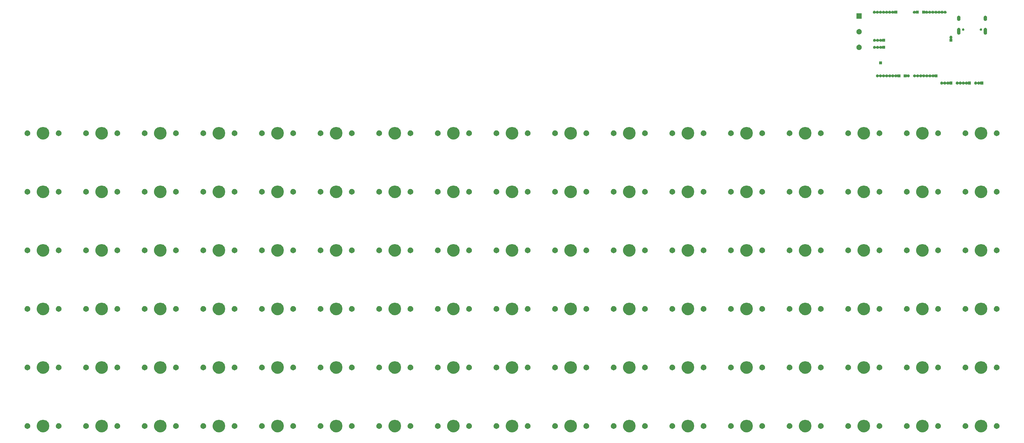
<source format=gbr>
G04 #@! TF.GenerationSoftware,KiCad,Pcbnew,(5.1.4)-1*
G04 #@! TF.CreationDate,2021-09-13T16:48:37-03:00*
G04 #@! TF.ProjectId,keyboard pcb,6b657962-6f61-4726-9420-7063622e6b69,rev?*
G04 #@! TF.SameCoordinates,Original*
G04 #@! TF.FileFunction,Soldermask,Top*
G04 #@! TF.FilePolarity,Negative*
%FSLAX46Y46*%
G04 Gerber Fmt 4.6, Leading zero omitted, Abs format (unit mm)*
G04 Created by KiCad (PCBNEW (5.1.4)-1) date 2021-09-13 16:48:37*
%MOMM*%
%LPD*%
G04 APERTURE LIST*
%ADD10C,0.100000*%
G04 APERTURE END LIST*
D10*
G36*
X203796474Y-194883684D02*
G01*
X204014474Y-194973983D01*
X204168623Y-195037833D01*
X204503548Y-195261623D01*
X204788377Y-195546452D01*
X205012167Y-195881377D01*
X205044562Y-195959586D01*
X205166316Y-196253526D01*
X205244900Y-196648594D01*
X205244900Y-197051406D01*
X205166316Y-197446474D01*
X205115451Y-197569272D01*
X205012167Y-197818623D01*
X204788377Y-198153548D01*
X204503548Y-198438377D01*
X204168623Y-198662167D01*
X204014474Y-198726017D01*
X203796474Y-198816316D01*
X203401406Y-198894900D01*
X202998594Y-198894900D01*
X202603526Y-198816316D01*
X202385526Y-198726017D01*
X202231377Y-198662167D01*
X201896452Y-198438377D01*
X201611623Y-198153548D01*
X201387833Y-197818623D01*
X201284549Y-197569272D01*
X201233684Y-197446474D01*
X201155100Y-197051406D01*
X201155100Y-196648594D01*
X201233684Y-196253526D01*
X201355438Y-195959586D01*
X201387833Y-195881377D01*
X201611623Y-195546452D01*
X201896452Y-195261623D01*
X202231377Y-195037833D01*
X202385526Y-194973983D01*
X202603526Y-194883684D01*
X202998594Y-194805100D01*
X203401406Y-194805100D01*
X203796474Y-194883684D01*
X203796474Y-194883684D01*
G37*
G36*
X337146474Y-194883684D02*
G01*
X337364474Y-194973983D01*
X337518623Y-195037833D01*
X337853548Y-195261623D01*
X338138377Y-195546452D01*
X338362167Y-195881377D01*
X338394562Y-195959586D01*
X338516316Y-196253526D01*
X338594900Y-196648594D01*
X338594900Y-197051406D01*
X338516316Y-197446474D01*
X338465451Y-197569272D01*
X338362167Y-197818623D01*
X338138377Y-198153548D01*
X337853548Y-198438377D01*
X337518623Y-198662167D01*
X337364474Y-198726017D01*
X337146474Y-198816316D01*
X336751406Y-198894900D01*
X336348594Y-198894900D01*
X335953526Y-198816316D01*
X335735526Y-198726017D01*
X335581377Y-198662167D01*
X335246452Y-198438377D01*
X334961623Y-198153548D01*
X334737833Y-197818623D01*
X334634549Y-197569272D01*
X334583684Y-197446474D01*
X334505100Y-197051406D01*
X334505100Y-196648594D01*
X334583684Y-196253526D01*
X334705438Y-195959586D01*
X334737833Y-195881377D01*
X334961623Y-195546452D01*
X335246452Y-195261623D01*
X335581377Y-195037833D01*
X335735526Y-194973983D01*
X335953526Y-194883684D01*
X336348594Y-194805100D01*
X336751406Y-194805100D01*
X337146474Y-194883684D01*
X337146474Y-194883684D01*
G37*
G36*
X146646474Y-194883684D02*
G01*
X146864474Y-194973983D01*
X147018623Y-195037833D01*
X147353548Y-195261623D01*
X147638377Y-195546452D01*
X147862167Y-195881377D01*
X147894562Y-195959586D01*
X148016316Y-196253526D01*
X148094900Y-196648594D01*
X148094900Y-197051406D01*
X148016316Y-197446474D01*
X147965451Y-197569272D01*
X147862167Y-197818623D01*
X147638377Y-198153548D01*
X147353548Y-198438377D01*
X147018623Y-198662167D01*
X146864474Y-198726017D01*
X146646474Y-198816316D01*
X146251406Y-198894900D01*
X145848594Y-198894900D01*
X145453526Y-198816316D01*
X145235526Y-198726017D01*
X145081377Y-198662167D01*
X144746452Y-198438377D01*
X144461623Y-198153548D01*
X144237833Y-197818623D01*
X144134549Y-197569272D01*
X144083684Y-197446474D01*
X144005100Y-197051406D01*
X144005100Y-196648594D01*
X144083684Y-196253526D01*
X144205438Y-195959586D01*
X144237833Y-195881377D01*
X144461623Y-195546452D01*
X144746452Y-195261623D01*
X145081377Y-195037833D01*
X145235526Y-194973983D01*
X145453526Y-194883684D01*
X145848594Y-194805100D01*
X146251406Y-194805100D01*
X146646474Y-194883684D01*
X146646474Y-194883684D01*
G37*
G36*
X127596474Y-194883684D02*
G01*
X127814474Y-194973983D01*
X127968623Y-195037833D01*
X128303548Y-195261623D01*
X128588377Y-195546452D01*
X128812167Y-195881377D01*
X128844562Y-195959586D01*
X128966316Y-196253526D01*
X129044900Y-196648594D01*
X129044900Y-197051406D01*
X128966316Y-197446474D01*
X128915451Y-197569272D01*
X128812167Y-197818623D01*
X128588377Y-198153548D01*
X128303548Y-198438377D01*
X127968623Y-198662167D01*
X127814474Y-198726017D01*
X127596474Y-198816316D01*
X127201406Y-198894900D01*
X126798594Y-198894900D01*
X126403526Y-198816316D01*
X126185526Y-198726017D01*
X126031377Y-198662167D01*
X125696452Y-198438377D01*
X125411623Y-198153548D01*
X125187833Y-197818623D01*
X125084549Y-197569272D01*
X125033684Y-197446474D01*
X124955100Y-197051406D01*
X124955100Y-196648594D01*
X125033684Y-196253526D01*
X125155438Y-195959586D01*
X125187833Y-195881377D01*
X125411623Y-195546452D01*
X125696452Y-195261623D01*
X126031377Y-195037833D01*
X126185526Y-194973983D01*
X126403526Y-194883684D01*
X126798594Y-194805100D01*
X127201406Y-194805100D01*
X127596474Y-194883684D01*
X127596474Y-194883684D01*
G37*
G36*
X165696474Y-194883684D02*
G01*
X165914474Y-194973983D01*
X166068623Y-195037833D01*
X166403548Y-195261623D01*
X166688377Y-195546452D01*
X166912167Y-195881377D01*
X166944562Y-195959586D01*
X167066316Y-196253526D01*
X167144900Y-196648594D01*
X167144900Y-197051406D01*
X167066316Y-197446474D01*
X167015451Y-197569272D01*
X166912167Y-197818623D01*
X166688377Y-198153548D01*
X166403548Y-198438377D01*
X166068623Y-198662167D01*
X165914474Y-198726017D01*
X165696474Y-198816316D01*
X165301406Y-198894900D01*
X164898594Y-198894900D01*
X164503526Y-198816316D01*
X164285526Y-198726017D01*
X164131377Y-198662167D01*
X163796452Y-198438377D01*
X163511623Y-198153548D01*
X163287833Y-197818623D01*
X163184549Y-197569272D01*
X163133684Y-197446474D01*
X163055100Y-197051406D01*
X163055100Y-196648594D01*
X163133684Y-196253526D01*
X163255438Y-195959586D01*
X163287833Y-195881377D01*
X163511623Y-195546452D01*
X163796452Y-195261623D01*
X164131377Y-195037833D01*
X164285526Y-194973983D01*
X164503526Y-194883684D01*
X164898594Y-194805100D01*
X165301406Y-194805100D01*
X165696474Y-194883684D01*
X165696474Y-194883684D01*
G37*
G36*
X184746474Y-194883684D02*
G01*
X184964474Y-194973983D01*
X185118623Y-195037833D01*
X185453548Y-195261623D01*
X185738377Y-195546452D01*
X185962167Y-195881377D01*
X185994562Y-195959586D01*
X186116316Y-196253526D01*
X186194900Y-196648594D01*
X186194900Y-197051406D01*
X186116316Y-197446474D01*
X186065451Y-197569272D01*
X185962167Y-197818623D01*
X185738377Y-198153548D01*
X185453548Y-198438377D01*
X185118623Y-198662167D01*
X184964474Y-198726017D01*
X184746474Y-198816316D01*
X184351406Y-198894900D01*
X183948594Y-198894900D01*
X183553526Y-198816316D01*
X183335526Y-198726017D01*
X183181377Y-198662167D01*
X182846452Y-198438377D01*
X182561623Y-198153548D01*
X182337833Y-197818623D01*
X182234549Y-197569272D01*
X182183684Y-197446474D01*
X182105100Y-197051406D01*
X182105100Y-196648594D01*
X182183684Y-196253526D01*
X182305438Y-195959586D01*
X182337833Y-195881377D01*
X182561623Y-195546452D01*
X182846452Y-195261623D01*
X183181377Y-195037833D01*
X183335526Y-194973983D01*
X183553526Y-194883684D01*
X183948594Y-194805100D01*
X184351406Y-194805100D01*
X184746474Y-194883684D01*
X184746474Y-194883684D01*
G37*
G36*
X108546474Y-194883684D02*
G01*
X108764474Y-194973983D01*
X108918623Y-195037833D01*
X109253548Y-195261623D01*
X109538377Y-195546452D01*
X109762167Y-195881377D01*
X109794562Y-195959586D01*
X109916316Y-196253526D01*
X109994900Y-196648594D01*
X109994900Y-197051406D01*
X109916316Y-197446474D01*
X109865451Y-197569272D01*
X109762167Y-197818623D01*
X109538377Y-198153548D01*
X109253548Y-198438377D01*
X108918623Y-198662167D01*
X108764474Y-198726017D01*
X108546474Y-198816316D01*
X108151406Y-198894900D01*
X107748594Y-198894900D01*
X107353526Y-198816316D01*
X107135526Y-198726017D01*
X106981377Y-198662167D01*
X106646452Y-198438377D01*
X106361623Y-198153548D01*
X106137833Y-197818623D01*
X106034549Y-197569272D01*
X105983684Y-197446474D01*
X105905100Y-197051406D01*
X105905100Y-196648594D01*
X105983684Y-196253526D01*
X106105438Y-195959586D01*
X106137833Y-195881377D01*
X106361623Y-195546452D01*
X106646452Y-195261623D01*
X106981377Y-195037833D01*
X107135526Y-194973983D01*
X107353526Y-194883684D01*
X107748594Y-194805100D01*
X108151406Y-194805100D01*
X108546474Y-194883684D01*
X108546474Y-194883684D01*
G37*
G36*
X279996474Y-194883684D02*
G01*
X280214474Y-194973983D01*
X280368623Y-195037833D01*
X280703548Y-195261623D01*
X280988377Y-195546452D01*
X281212167Y-195881377D01*
X281244562Y-195959586D01*
X281366316Y-196253526D01*
X281444900Y-196648594D01*
X281444900Y-197051406D01*
X281366316Y-197446474D01*
X281315451Y-197569272D01*
X281212167Y-197818623D01*
X280988377Y-198153548D01*
X280703548Y-198438377D01*
X280368623Y-198662167D01*
X280214474Y-198726017D01*
X279996474Y-198816316D01*
X279601406Y-198894900D01*
X279198594Y-198894900D01*
X278803526Y-198816316D01*
X278585526Y-198726017D01*
X278431377Y-198662167D01*
X278096452Y-198438377D01*
X277811623Y-198153548D01*
X277587833Y-197818623D01*
X277484549Y-197569272D01*
X277433684Y-197446474D01*
X277355100Y-197051406D01*
X277355100Y-196648594D01*
X277433684Y-196253526D01*
X277555438Y-195959586D01*
X277587833Y-195881377D01*
X277811623Y-195546452D01*
X278096452Y-195261623D01*
X278431377Y-195037833D01*
X278585526Y-194973983D01*
X278803526Y-194883684D01*
X279198594Y-194805100D01*
X279601406Y-194805100D01*
X279996474Y-194883684D01*
X279996474Y-194883684D01*
G37*
G36*
X356196474Y-194883684D02*
G01*
X356414474Y-194973983D01*
X356568623Y-195037833D01*
X356903548Y-195261623D01*
X357188377Y-195546452D01*
X357412167Y-195881377D01*
X357444562Y-195959586D01*
X357566316Y-196253526D01*
X357644900Y-196648594D01*
X357644900Y-197051406D01*
X357566316Y-197446474D01*
X357515451Y-197569272D01*
X357412167Y-197818623D01*
X357188377Y-198153548D01*
X356903548Y-198438377D01*
X356568623Y-198662167D01*
X356414474Y-198726017D01*
X356196474Y-198816316D01*
X355801406Y-198894900D01*
X355398594Y-198894900D01*
X355003526Y-198816316D01*
X354785526Y-198726017D01*
X354631377Y-198662167D01*
X354296452Y-198438377D01*
X354011623Y-198153548D01*
X353787833Y-197818623D01*
X353684549Y-197569272D01*
X353633684Y-197446474D01*
X353555100Y-197051406D01*
X353555100Y-196648594D01*
X353633684Y-196253526D01*
X353755438Y-195959586D01*
X353787833Y-195881377D01*
X354011623Y-195546452D01*
X354296452Y-195261623D01*
X354631377Y-195037833D01*
X354785526Y-194973983D01*
X355003526Y-194883684D01*
X355398594Y-194805100D01*
X355801406Y-194805100D01*
X356196474Y-194883684D01*
X356196474Y-194883684D01*
G37*
G36*
X318096474Y-194883684D02*
G01*
X318314474Y-194973983D01*
X318468623Y-195037833D01*
X318803548Y-195261623D01*
X319088377Y-195546452D01*
X319312167Y-195881377D01*
X319344562Y-195959586D01*
X319466316Y-196253526D01*
X319544900Y-196648594D01*
X319544900Y-197051406D01*
X319466316Y-197446474D01*
X319415451Y-197569272D01*
X319312167Y-197818623D01*
X319088377Y-198153548D01*
X318803548Y-198438377D01*
X318468623Y-198662167D01*
X318314474Y-198726017D01*
X318096474Y-198816316D01*
X317701406Y-198894900D01*
X317298594Y-198894900D01*
X316903526Y-198816316D01*
X316685526Y-198726017D01*
X316531377Y-198662167D01*
X316196452Y-198438377D01*
X315911623Y-198153548D01*
X315687833Y-197818623D01*
X315584549Y-197569272D01*
X315533684Y-197446474D01*
X315455100Y-197051406D01*
X315455100Y-196648594D01*
X315533684Y-196253526D01*
X315655438Y-195959586D01*
X315687833Y-195881377D01*
X315911623Y-195546452D01*
X316196452Y-195261623D01*
X316531377Y-195037833D01*
X316685526Y-194973983D01*
X316903526Y-194883684D01*
X317298594Y-194805100D01*
X317701406Y-194805100D01*
X318096474Y-194883684D01*
X318096474Y-194883684D01*
G37*
G36*
X89496474Y-194883684D02*
G01*
X89714474Y-194973983D01*
X89868623Y-195037833D01*
X90203548Y-195261623D01*
X90488377Y-195546452D01*
X90712167Y-195881377D01*
X90744562Y-195959586D01*
X90866316Y-196253526D01*
X90944900Y-196648594D01*
X90944900Y-197051406D01*
X90866316Y-197446474D01*
X90815451Y-197569272D01*
X90712167Y-197818623D01*
X90488377Y-198153548D01*
X90203548Y-198438377D01*
X89868623Y-198662167D01*
X89714474Y-198726017D01*
X89496474Y-198816316D01*
X89101406Y-198894900D01*
X88698594Y-198894900D01*
X88303526Y-198816316D01*
X88085526Y-198726017D01*
X87931377Y-198662167D01*
X87596452Y-198438377D01*
X87311623Y-198153548D01*
X87087833Y-197818623D01*
X86984549Y-197569272D01*
X86933684Y-197446474D01*
X86855100Y-197051406D01*
X86855100Y-196648594D01*
X86933684Y-196253526D01*
X87055438Y-195959586D01*
X87087833Y-195881377D01*
X87311623Y-195546452D01*
X87596452Y-195261623D01*
X87931377Y-195037833D01*
X88085526Y-194973983D01*
X88303526Y-194883684D01*
X88698594Y-194805100D01*
X89101406Y-194805100D01*
X89496474Y-194883684D01*
X89496474Y-194883684D01*
G37*
G36*
X299046474Y-194883684D02*
G01*
X299264474Y-194973983D01*
X299418623Y-195037833D01*
X299753548Y-195261623D01*
X300038377Y-195546452D01*
X300262167Y-195881377D01*
X300294562Y-195959586D01*
X300416316Y-196253526D01*
X300494900Y-196648594D01*
X300494900Y-197051406D01*
X300416316Y-197446474D01*
X300365451Y-197569272D01*
X300262167Y-197818623D01*
X300038377Y-198153548D01*
X299753548Y-198438377D01*
X299418623Y-198662167D01*
X299264474Y-198726017D01*
X299046474Y-198816316D01*
X298651406Y-198894900D01*
X298248594Y-198894900D01*
X297853526Y-198816316D01*
X297635526Y-198726017D01*
X297481377Y-198662167D01*
X297146452Y-198438377D01*
X296861623Y-198153548D01*
X296637833Y-197818623D01*
X296534549Y-197569272D01*
X296483684Y-197446474D01*
X296405100Y-197051406D01*
X296405100Y-196648594D01*
X296483684Y-196253526D01*
X296605438Y-195959586D01*
X296637833Y-195881377D01*
X296861623Y-195546452D01*
X297146452Y-195261623D01*
X297481377Y-195037833D01*
X297635526Y-194973983D01*
X297853526Y-194883684D01*
X298248594Y-194805100D01*
X298651406Y-194805100D01*
X299046474Y-194883684D01*
X299046474Y-194883684D01*
G37*
G36*
X70446474Y-194883684D02*
G01*
X70664474Y-194973983D01*
X70818623Y-195037833D01*
X71153548Y-195261623D01*
X71438377Y-195546452D01*
X71662167Y-195881377D01*
X71694562Y-195959586D01*
X71816316Y-196253526D01*
X71894900Y-196648594D01*
X71894900Y-197051406D01*
X71816316Y-197446474D01*
X71765451Y-197569272D01*
X71662167Y-197818623D01*
X71438377Y-198153548D01*
X71153548Y-198438377D01*
X70818623Y-198662167D01*
X70664474Y-198726017D01*
X70446474Y-198816316D01*
X70051406Y-198894900D01*
X69648594Y-198894900D01*
X69253526Y-198816316D01*
X69035526Y-198726017D01*
X68881377Y-198662167D01*
X68546452Y-198438377D01*
X68261623Y-198153548D01*
X68037833Y-197818623D01*
X67934549Y-197569272D01*
X67883684Y-197446474D01*
X67805100Y-197051406D01*
X67805100Y-196648594D01*
X67883684Y-196253526D01*
X68005438Y-195959586D01*
X68037833Y-195881377D01*
X68261623Y-195546452D01*
X68546452Y-195261623D01*
X68881377Y-195037833D01*
X69035526Y-194973983D01*
X69253526Y-194883684D01*
X69648594Y-194805100D01*
X70051406Y-194805100D01*
X70446474Y-194883684D01*
X70446474Y-194883684D01*
G37*
G36*
X51396474Y-194883684D02*
G01*
X51614474Y-194973983D01*
X51768623Y-195037833D01*
X52103548Y-195261623D01*
X52388377Y-195546452D01*
X52612167Y-195881377D01*
X52644562Y-195959586D01*
X52766316Y-196253526D01*
X52844900Y-196648594D01*
X52844900Y-197051406D01*
X52766316Y-197446474D01*
X52715451Y-197569272D01*
X52612167Y-197818623D01*
X52388377Y-198153548D01*
X52103548Y-198438377D01*
X51768623Y-198662167D01*
X51614474Y-198726017D01*
X51396474Y-198816316D01*
X51001406Y-198894900D01*
X50598594Y-198894900D01*
X50203526Y-198816316D01*
X49985526Y-198726017D01*
X49831377Y-198662167D01*
X49496452Y-198438377D01*
X49211623Y-198153548D01*
X48987833Y-197818623D01*
X48884549Y-197569272D01*
X48833684Y-197446474D01*
X48755100Y-197051406D01*
X48755100Y-196648594D01*
X48833684Y-196253526D01*
X48955438Y-195959586D01*
X48987833Y-195881377D01*
X49211623Y-195546452D01*
X49496452Y-195261623D01*
X49831377Y-195037833D01*
X49985526Y-194973983D01*
X50203526Y-194883684D01*
X50598594Y-194805100D01*
X51001406Y-194805100D01*
X51396474Y-194883684D01*
X51396474Y-194883684D01*
G37*
G36*
X241896474Y-194883684D02*
G01*
X242114474Y-194973983D01*
X242268623Y-195037833D01*
X242603548Y-195261623D01*
X242888377Y-195546452D01*
X243112167Y-195881377D01*
X243144562Y-195959586D01*
X243266316Y-196253526D01*
X243344900Y-196648594D01*
X243344900Y-197051406D01*
X243266316Y-197446474D01*
X243215451Y-197569272D01*
X243112167Y-197818623D01*
X242888377Y-198153548D01*
X242603548Y-198438377D01*
X242268623Y-198662167D01*
X242114474Y-198726017D01*
X241896474Y-198816316D01*
X241501406Y-198894900D01*
X241098594Y-198894900D01*
X240703526Y-198816316D01*
X240485526Y-198726017D01*
X240331377Y-198662167D01*
X239996452Y-198438377D01*
X239711623Y-198153548D01*
X239487833Y-197818623D01*
X239384549Y-197569272D01*
X239333684Y-197446474D01*
X239255100Y-197051406D01*
X239255100Y-196648594D01*
X239333684Y-196253526D01*
X239455438Y-195959586D01*
X239487833Y-195881377D01*
X239711623Y-195546452D01*
X239996452Y-195261623D01*
X240331377Y-195037833D01*
X240485526Y-194973983D01*
X240703526Y-194883684D01*
X241098594Y-194805100D01*
X241501406Y-194805100D01*
X241896474Y-194883684D01*
X241896474Y-194883684D01*
G37*
G36*
X222846474Y-194883684D02*
G01*
X223064474Y-194973983D01*
X223218623Y-195037833D01*
X223553548Y-195261623D01*
X223838377Y-195546452D01*
X224062167Y-195881377D01*
X224094562Y-195959586D01*
X224216316Y-196253526D01*
X224294900Y-196648594D01*
X224294900Y-197051406D01*
X224216316Y-197446474D01*
X224165451Y-197569272D01*
X224062167Y-197818623D01*
X223838377Y-198153548D01*
X223553548Y-198438377D01*
X223218623Y-198662167D01*
X223064474Y-198726017D01*
X222846474Y-198816316D01*
X222451406Y-198894900D01*
X222048594Y-198894900D01*
X221653526Y-198816316D01*
X221435526Y-198726017D01*
X221281377Y-198662167D01*
X220946452Y-198438377D01*
X220661623Y-198153548D01*
X220437833Y-197818623D01*
X220334549Y-197569272D01*
X220283684Y-197446474D01*
X220205100Y-197051406D01*
X220205100Y-196648594D01*
X220283684Y-196253526D01*
X220405438Y-195959586D01*
X220437833Y-195881377D01*
X220661623Y-195546452D01*
X220946452Y-195261623D01*
X221281377Y-195037833D01*
X221435526Y-194973983D01*
X221653526Y-194883684D01*
X222048594Y-194805100D01*
X222451406Y-194805100D01*
X222846474Y-194883684D01*
X222846474Y-194883684D01*
G37*
G36*
X260946474Y-194883684D02*
G01*
X261164474Y-194973983D01*
X261318623Y-195037833D01*
X261653548Y-195261623D01*
X261938377Y-195546452D01*
X262162167Y-195881377D01*
X262194562Y-195959586D01*
X262316316Y-196253526D01*
X262394900Y-196648594D01*
X262394900Y-197051406D01*
X262316316Y-197446474D01*
X262265451Y-197569272D01*
X262162167Y-197818623D01*
X261938377Y-198153548D01*
X261653548Y-198438377D01*
X261318623Y-198662167D01*
X261164474Y-198726017D01*
X260946474Y-198816316D01*
X260551406Y-198894900D01*
X260148594Y-198894900D01*
X259753526Y-198816316D01*
X259535526Y-198726017D01*
X259381377Y-198662167D01*
X259046452Y-198438377D01*
X258761623Y-198153548D01*
X258537833Y-197818623D01*
X258434549Y-197569272D01*
X258383684Y-197446474D01*
X258305100Y-197051406D01*
X258305100Y-196648594D01*
X258383684Y-196253526D01*
X258505438Y-195959586D01*
X258537833Y-195881377D01*
X258761623Y-195546452D01*
X259046452Y-195261623D01*
X259381377Y-195037833D01*
X259535526Y-194973983D01*
X259753526Y-194883684D01*
X260148594Y-194805100D01*
X260551406Y-194805100D01*
X260946474Y-194883684D01*
X260946474Y-194883684D01*
G37*
G36*
X246650104Y-195959585D02*
G01*
X246818626Y-196029389D01*
X246970291Y-196130728D01*
X247099272Y-196259709D01*
X247200611Y-196411374D01*
X247270415Y-196579896D01*
X247306000Y-196758797D01*
X247306000Y-196941203D01*
X247270415Y-197120104D01*
X247200611Y-197288626D01*
X247099272Y-197440291D01*
X246970291Y-197569272D01*
X246818626Y-197670611D01*
X246650104Y-197740415D01*
X246471203Y-197776000D01*
X246288797Y-197776000D01*
X246109896Y-197740415D01*
X245941374Y-197670611D01*
X245789709Y-197569272D01*
X245660728Y-197440291D01*
X245559389Y-197288626D01*
X245489585Y-197120104D01*
X245454000Y-196941203D01*
X245454000Y-196758797D01*
X245489585Y-196579896D01*
X245559389Y-196411374D01*
X245660728Y-196259709D01*
X245789709Y-196130728D01*
X245941374Y-196029389D01*
X246109896Y-195959585D01*
X246288797Y-195924000D01*
X246471203Y-195924000D01*
X246650104Y-195959585D01*
X246650104Y-195959585D01*
G37*
G36*
X274590104Y-195959585D02*
G01*
X274758626Y-196029389D01*
X274910291Y-196130728D01*
X275039272Y-196259709D01*
X275140611Y-196411374D01*
X275210415Y-196579896D01*
X275246000Y-196758797D01*
X275246000Y-196941203D01*
X275210415Y-197120104D01*
X275140611Y-197288626D01*
X275039272Y-197440291D01*
X274910291Y-197569272D01*
X274758626Y-197670611D01*
X274590104Y-197740415D01*
X274411203Y-197776000D01*
X274228797Y-197776000D01*
X274049896Y-197740415D01*
X273881374Y-197670611D01*
X273729709Y-197569272D01*
X273600728Y-197440291D01*
X273499389Y-197288626D01*
X273429585Y-197120104D01*
X273394000Y-196941203D01*
X273394000Y-196758797D01*
X273429585Y-196579896D01*
X273499389Y-196411374D01*
X273600728Y-196259709D01*
X273729709Y-196130728D01*
X273881374Y-196029389D01*
X274049896Y-195959585D01*
X274228797Y-195924000D01*
X274411203Y-195924000D01*
X274590104Y-195959585D01*
X274590104Y-195959585D01*
G37*
G36*
X284750104Y-195959585D02*
G01*
X284918626Y-196029389D01*
X285070291Y-196130728D01*
X285199272Y-196259709D01*
X285300611Y-196411374D01*
X285370415Y-196579896D01*
X285406000Y-196758797D01*
X285406000Y-196941203D01*
X285370415Y-197120104D01*
X285300611Y-197288626D01*
X285199272Y-197440291D01*
X285070291Y-197569272D01*
X284918626Y-197670611D01*
X284750104Y-197740415D01*
X284571203Y-197776000D01*
X284388797Y-197776000D01*
X284209896Y-197740415D01*
X284041374Y-197670611D01*
X283889709Y-197569272D01*
X283760728Y-197440291D01*
X283659389Y-197288626D01*
X283589585Y-197120104D01*
X283554000Y-196941203D01*
X283554000Y-196758797D01*
X283589585Y-196579896D01*
X283659389Y-196411374D01*
X283760728Y-196259709D01*
X283889709Y-196130728D01*
X284041374Y-196029389D01*
X284209896Y-195959585D01*
X284388797Y-195924000D01*
X284571203Y-195924000D01*
X284750104Y-195959585D01*
X284750104Y-195959585D01*
G37*
G36*
X341900104Y-195959585D02*
G01*
X342068626Y-196029389D01*
X342220291Y-196130728D01*
X342349272Y-196259709D01*
X342450611Y-196411374D01*
X342520415Y-196579896D01*
X342556000Y-196758797D01*
X342556000Y-196941203D01*
X342520415Y-197120104D01*
X342450611Y-197288626D01*
X342349272Y-197440291D01*
X342220291Y-197569272D01*
X342068626Y-197670611D01*
X341900104Y-197740415D01*
X341721203Y-197776000D01*
X341538797Y-197776000D01*
X341359896Y-197740415D01*
X341191374Y-197670611D01*
X341039709Y-197569272D01*
X340910728Y-197440291D01*
X340809389Y-197288626D01*
X340739585Y-197120104D01*
X340704000Y-196941203D01*
X340704000Y-196758797D01*
X340739585Y-196579896D01*
X340809389Y-196411374D01*
X340910728Y-196259709D01*
X341039709Y-196130728D01*
X341191374Y-196029389D01*
X341359896Y-195959585D01*
X341538797Y-195924000D01*
X341721203Y-195924000D01*
X341900104Y-195959585D01*
X341900104Y-195959585D01*
G37*
G36*
X45990104Y-195959585D02*
G01*
X46158626Y-196029389D01*
X46310291Y-196130728D01*
X46439272Y-196259709D01*
X46540611Y-196411374D01*
X46610415Y-196579896D01*
X46646000Y-196758797D01*
X46646000Y-196941203D01*
X46610415Y-197120104D01*
X46540611Y-197288626D01*
X46439272Y-197440291D01*
X46310291Y-197569272D01*
X46158626Y-197670611D01*
X45990104Y-197740415D01*
X45811203Y-197776000D01*
X45628797Y-197776000D01*
X45449896Y-197740415D01*
X45281374Y-197670611D01*
X45129709Y-197569272D01*
X45000728Y-197440291D01*
X44899389Y-197288626D01*
X44829585Y-197120104D01*
X44794000Y-196941203D01*
X44794000Y-196758797D01*
X44829585Y-196579896D01*
X44899389Y-196411374D01*
X45000728Y-196259709D01*
X45129709Y-196130728D01*
X45281374Y-196029389D01*
X45449896Y-195959585D01*
X45628797Y-195924000D01*
X45811203Y-195924000D01*
X45990104Y-195959585D01*
X45990104Y-195959585D01*
G37*
G36*
X56150104Y-195959585D02*
G01*
X56318626Y-196029389D01*
X56470291Y-196130728D01*
X56599272Y-196259709D01*
X56700611Y-196411374D01*
X56770415Y-196579896D01*
X56806000Y-196758797D01*
X56806000Y-196941203D01*
X56770415Y-197120104D01*
X56700611Y-197288626D01*
X56599272Y-197440291D01*
X56470291Y-197569272D01*
X56318626Y-197670611D01*
X56150104Y-197740415D01*
X55971203Y-197776000D01*
X55788797Y-197776000D01*
X55609896Y-197740415D01*
X55441374Y-197670611D01*
X55289709Y-197569272D01*
X55160728Y-197440291D01*
X55059389Y-197288626D01*
X54989585Y-197120104D01*
X54954000Y-196941203D01*
X54954000Y-196758797D01*
X54989585Y-196579896D01*
X55059389Y-196411374D01*
X55160728Y-196259709D01*
X55289709Y-196130728D01*
X55441374Y-196029389D01*
X55609896Y-195959585D01*
X55788797Y-195924000D01*
X55971203Y-195924000D01*
X56150104Y-195959585D01*
X56150104Y-195959585D01*
G37*
G36*
X331740104Y-195959585D02*
G01*
X331908626Y-196029389D01*
X332060291Y-196130728D01*
X332189272Y-196259709D01*
X332290611Y-196411374D01*
X332360415Y-196579896D01*
X332396000Y-196758797D01*
X332396000Y-196941203D01*
X332360415Y-197120104D01*
X332290611Y-197288626D01*
X332189272Y-197440291D01*
X332060291Y-197569272D01*
X331908626Y-197670611D01*
X331740104Y-197740415D01*
X331561203Y-197776000D01*
X331378797Y-197776000D01*
X331199896Y-197740415D01*
X331031374Y-197670611D01*
X330879709Y-197569272D01*
X330750728Y-197440291D01*
X330649389Y-197288626D01*
X330579585Y-197120104D01*
X330544000Y-196941203D01*
X330544000Y-196758797D01*
X330579585Y-196579896D01*
X330649389Y-196411374D01*
X330750728Y-196259709D01*
X330879709Y-196130728D01*
X331031374Y-196029389D01*
X331199896Y-195959585D01*
X331378797Y-195924000D01*
X331561203Y-195924000D01*
X331740104Y-195959585D01*
X331740104Y-195959585D01*
G37*
G36*
X255540104Y-195959585D02*
G01*
X255708626Y-196029389D01*
X255860291Y-196130728D01*
X255989272Y-196259709D01*
X256090611Y-196411374D01*
X256160415Y-196579896D01*
X256196000Y-196758797D01*
X256196000Y-196941203D01*
X256160415Y-197120104D01*
X256090611Y-197288626D01*
X255989272Y-197440291D01*
X255860291Y-197569272D01*
X255708626Y-197670611D01*
X255540104Y-197740415D01*
X255361203Y-197776000D01*
X255178797Y-197776000D01*
X254999896Y-197740415D01*
X254831374Y-197670611D01*
X254679709Y-197569272D01*
X254550728Y-197440291D01*
X254449389Y-197288626D01*
X254379585Y-197120104D01*
X254344000Y-196941203D01*
X254344000Y-196758797D01*
X254379585Y-196579896D01*
X254449389Y-196411374D01*
X254550728Y-196259709D01*
X254679709Y-196130728D01*
X254831374Y-196029389D01*
X254999896Y-195959585D01*
X255178797Y-195924000D01*
X255361203Y-195924000D01*
X255540104Y-195959585D01*
X255540104Y-195959585D01*
G37*
G36*
X265700104Y-195959585D02*
G01*
X265868626Y-196029389D01*
X266020291Y-196130728D01*
X266149272Y-196259709D01*
X266250611Y-196411374D01*
X266320415Y-196579896D01*
X266356000Y-196758797D01*
X266356000Y-196941203D01*
X266320415Y-197120104D01*
X266250611Y-197288626D01*
X266149272Y-197440291D01*
X266020291Y-197569272D01*
X265868626Y-197670611D01*
X265700104Y-197740415D01*
X265521203Y-197776000D01*
X265338797Y-197776000D01*
X265159896Y-197740415D01*
X264991374Y-197670611D01*
X264839709Y-197569272D01*
X264710728Y-197440291D01*
X264609389Y-197288626D01*
X264539585Y-197120104D01*
X264504000Y-196941203D01*
X264504000Y-196758797D01*
X264539585Y-196579896D01*
X264609389Y-196411374D01*
X264710728Y-196259709D01*
X264839709Y-196130728D01*
X264991374Y-196029389D01*
X265159896Y-195959585D01*
X265338797Y-195924000D01*
X265521203Y-195924000D01*
X265700104Y-195959585D01*
X265700104Y-195959585D01*
G37*
G36*
X75200104Y-195959585D02*
G01*
X75368626Y-196029389D01*
X75520291Y-196130728D01*
X75649272Y-196259709D01*
X75750611Y-196411374D01*
X75820415Y-196579896D01*
X75856000Y-196758797D01*
X75856000Y-196941203D01*
X75820415Y-197120104D01*
X75750611Y-197288626D01*
X75649272Y-197440291D01*
X75520291Y-197569272D01*
X75368626Y-197670611D01*
X75200104Y-197740415D01*
X75021203Y-197776000D01*
X74838797Y-197776000D01*
X74659896Y-197740415D01*
X74491374Y-197670611D01*
X74339709Y-197569272D01*
X74210728Y-197440291D01*
X74109389Y-197288626D01*
X74039585Y-197120104D01*
X74004000Y-196941203D01*
X74004000Y-196758797D01*
X74039585Y-196579896D01*
X74109389Y-196411374D01*
X74210728Y-196259709D01*
X74339709Y-196130728D01*
X74491374Y-196029389D01*
X74659896Y-195959585D01*
X74838797Y-195924000D01*
X75021203Y-195924000D01*
X75200104Y-195959585D01*
X75200104Y-195959585D01*
G37*
G36*
X122190104Y-195959585D02*
G01*
X122358626Y-196029389D01*
X122510291Y-196130728D01*
X122639272Y-196259709D01*
X122740611Y-196411374D01*
X122810415Y-196579896D01*
X122846000Y-196758797D01*
X122846000Y-196941203D01*
X122810415Y-197120104D01*
X122740611Y-197288626D01*
X122639272Y-197440291D01*
X122510291Y-197569272D01*
X122358626Y-197670611D01*
X122190104Y-197740415D01*
X122011203Y-197776000D01*
X121828797Y-197776000D01*
X121649896Y-197740415D01*
X121481374Y-197670611D01*
X121329709Y-197569272D01*
X121200728Y-197440291D01*
X121099389Y-197288626D01*
X121029585Y-197120104D01*
X120994000Y-196941203D01*
X120994000Y-196758797D01*
X121029585Y-196579896D01*
X121099389Y-196411374D01*
X121200728Y-196259709D01*
X121329709Y-196130728D01*
X121481374Y-196029389D01*
X121649896Y-195959585D01*
X121828797Y-195924000D01*
X122011203Y-195924000D01*
X122190104Y-195959585D01*
X122190104Y-195959585D01*
G37*
G36*
X132350104Y-195959585D02*
G01*
X132518626Y-196029389D01*
X132670291Y-196130728D01*
X132799272Y-196259709D01*
X132900611Y-196411374D01*
X132970415Y-196579896D01*
X133006000Y-196758797D01*
X133006000Y-196941203D01*
X132970415Y-197120104D01*
X132900611Y-197288626D01*
X132799272Y-197440291D01*
X132670291Y-197569272D01*
X132518626Y-197670611D01*
X132350104Y-197740415D01*
X132171203Y-197776000D01*
X131988797Y-197776000D01*
X131809896Y-197740415D01*
X131641374Y-197670611D01*
X131489709Y-197569272D01*
X131360728Y-197440291D01*
X131259389Y-197288626D01*
X131189585Y-197120104D01*
X131154000Y-196941203D01*
X131154000Y-196758797D01*
X131189585Y-196579896D01*
X131259389Y-196411374D01*
X131360728Y-196259709D01*
X131489709Y-196130728D01*
X131641374Y-196029389D01*
X131809896Y-195959585D01*
X131988797Y-195924000D01*
X132171203Y-195924000D01*
X132350104Y-195959585D01*
X132350104Y-195959585D01*
G37*
G36*
X141240104Y-195959585D02*
G01*
X141408626Y-196029389D01*
X141560291Y-196130728D01*
X141689272Y-196259709D01*
X141790611Y-196411374D01*
X141860415Y-196579896D01*
X141896000Y-196758797D01*
X141896000Y-196941203D01*
X141860415Y-197120104D01*
X141790611Y-197288626D01*
X141689272Y-197440291D01*
X141560291Y-197569272D01*
X141408626Y-197670611D01*
X141240104Y-197740415D01*
X141061203Y-197776000D01*
X140878797Y-197776000D01*
X140699896Y-197740415D01*
X140531374Y-197670611D01*
X140379709Y-197569272D01*
X140250728Y-197440291D01*
X140149389Y-197288626D01*
X140079585Y-197120104D01*
X140044000Y-196941203D01*
X140044000Y-196758797D01*
X140079585Y-196579896D01*
X140149389Y-196411374D01*
X140250728Y-196259709D01*
X140379709Y-196130728D01*
X140531374Y-196029389D01*
X140699896Y-195959585D01*
X140878797Y-195924000D01*
X141061203Y-195924000D01*
X141240104Y-195959585D01*
X141240104Y-195959585D01*
G37*
G36*
X151400104Y-195959585D02*
G01*
X151568626Y-196029389D01*
X151720291Y-196130728D01*
X151849272Y-196259709D01*
X151950611Y-196411374D01*
X152020415Y-196579896D01*
X152056000Y-196758797D01*
X152056000Y-196941203D01*
X152020415Y-197120104D01*
X151950611Y-197288626D01*
X151849272Y-197440291D01*
X151720291Y-197569272D01*
X151568626Y-197670611D01*
X151400104Y-197740415D01*
X151221203Y-197776000D01*
X151038797Y-197776000D01*
X150859896Y-197740415D01*
X150691374Y-197670611D01*
X150539709Y-197569272D01*
X150410728Y-197440291D01*
X150309389Y-197288626D01*
X150239585Y-197120104D01*
X150204000Y-196941203D01*
X150204000Y-196758797D01*
X150239585Y-196579896D01*
X150309389Y-196411374D01*
X150410728Y-196259709D01*
X150539709Y-196130728D01*
X150691374Y-196029389D01*
X150859896Y-195959585D01*
X151038797Y-195924000D01*
X151221203Y-195924000D01*
X151400104Y-195959585D01*
X151400104Y-195959585D01*
G37*
G36*
X160290104Y-195959585D02*
G01*
X160458626Y-196029389D01*
X160610291Y-196130728D01*
X160739272Y-196259709D01*
X160840611Y-196411374D01*
X160910415Y-196579896D01*
X160946000Y-196758797D01*
X160946000Y-196941203D01*
X160910415Y-197120104D01*
X160840611Y-197288626D01*
X160739272Y-197440291D01*
X160610291Y-197569272D01*
X160458626Y-197670611D01*
X160290104Y-197740415D01*
X160111203Y-197776000D01*
X159928797Y-197776000D01*
X159749896Y-197740415D01*
X159581374Y-197670611D01*
X159429709Y-197569272D01*
X159300728Y-197440291D01*
X159199389Y-197288626D01*
X159129585Y-197120104D01*
X159094000Y-196941203D01*
X159094000Y-196758797D01*
X159129585Y-196579896D01*
X159199389Y-196411374D01*
X159300728Y-196259709D01*
X159429709Y-196130728D01*
X159581374Y-196029389D01*
X159749896Y-195959585D01*
X159928797Y-195924000D01*
X160111203Y-195924000D01*
X160290104Y-195959585D01*
X160290104Y-195959585D01*
G37*
G36*
X170450104Y-195959585D02*
G01*
X170618626Y-196029389D01*
X170770291Y-196130728D01*
X170899272Y-196259709D01*
X171000611Y-196411374D01*
X171070415Y-196579896D01*
X171106000Y-196758797D01*
X171106000Y-196941203D01*
X171070415Y-197120104D01*
X171000611Y-197288626D01*
X170899272Y-197440291D01*
X170770291Y-197569272D01*
X170618626Y-197670611D01*
X170450104Y-197740415D01*
X170271203Y-197776000D01*
X170088797Y-197776000D01*
X169909896Y-197740415D01*
X169741374Y-197670611D01*
X169589709Y-197569272D01*
X169460728Y-197440291D01*
X169359389Y-197288626D01*
X169289585Y-197120104D01*
X169254000Y-196941203D01*
X169254000Y-196758797D01*
X169289585Y-196579896D01*
X169359389Y-196411374D01*
X169460728Y-196259709D01*
X169589709Y-196130728D01*
X169741374Y-196029389D01*
X169909896Y-195959585D01*
X170088797Y-195924000D01*
X170271203Y-195924000D01*
X170450104Y-195959585D01*
X170450104Y-195959585D01*
G37*
G36*
X65040104Y-195959585D02*
G01*
X65208626Y-196029389D01*
X65360291Y-196130728D01*
X65489272Y-196259709D01*
X65590611Y-196411374D01*
X65660415Y-196579896D01*
X65696000Y-196758797D01*
X65696000Y-196941203D01*
X65660415Y-197120104D01*
X65590611Y-197288626D01*
X65489272Y-197440291D01*
X65360291Y-197569272D01*
X65208626Y-197670611D01*
X65040104Y-197740415D01*
X64861203Y-197776000D01*
X64678797Y-197776000D01*
X64499896Y-197740415D01*
X64331374Y-197670611D01*
X64179709Y-197569272D01*
X64050728Y-197440291D01*
X63949389Y-197288626D01*
X63879585Y-197120104D01*
X63844000Y-196941203D01*
X63844000Y-196758797D01*
X63879585Y-196579896D01*
X63949389Y-196411374D01*
X64050728Y-196259709D01*
X64179709Y-196130728D01*
X64331374Y-196029389D01*
X64499896Y-195959585D01*
X64678797Y-195924000D01*
X64861203Y-195924000D01*
X65040104Y-195959585D01*
X65040104Y-195959585D01*
G37*
G36*
X322850104Y-195959585D02*
G01*
X323018626Y-196029389D01*
X323170291Y-196130728D01*
X323299272Y-196259709D01*
X323400611Y-196411374D01*
X323470415Y-196579896D01*
X323506000Y-196758797D01*
X323506000Y-196941203D01*
X323470415Y-197120104D01*
X323400611Y-197288626D01*
X323299272Y-197440291D01*
X323170291Y-197569272D01*
X323018626Y-197670611D01*
X322850104Y-197740415D01*
X322671203Y-197776000D01*
X322488797Y-197776000D01*
X322309896Y-197740415D01*
X322141374Y-197670611D01*
X321989709Y-197569272D01*
X321860728Y-197440291D01*
X321759389Y-197288626D01*
X321689585Y-197120104D01*
X321654000Y-196941203D01*
X321654000Y-196758797D01*
X321689585Y-196579896D01*
X321759389Y-196411374D01*
X321860728Y-196259709D01*
X321989709Y-196130728D01*
X322141374Y-196029389D01*
X322309896Y-195959585D01*
X322488797Y-195924000D01*
X322671203Y-195924000D01*
X322850104Y-195959585D01*
X322850104Y-195959585D01*
G37*
G36*
X189500104Y-195959585D02*
G01*
X189668626Y-196029389D01*
X189820291Y-196130728D01*
X189949272Y-196259709D01*
X190050611Y-196411374D01*
X190120415Y-196579896D01*
X190156000Y-196758797D01*
X190156000Y-196941203D01*
X190120415Y-197120104D01*
X190050611Y-197288626D01*
X189949272Y-197440291D01*
X189820291Y-197569272D01*
X189668626Y-197670611D01*
X189500104Y-197740415D01*
X189321203Y-197776000D01*
X189138797Y-197776000D01*
X188959896Y-197740415D01*
X188791374Y-197670611D01*
X188639709Y-197569272D01*
X188510728Y-197440291D01*
X188409389Y-197288626D01*
X188339585Y-197120104D01*
X188304000Y-196941203D01*
X188304000Y-196758797D01*
X188339585Y-196579896D01*
X188409389Y-196411374D01*
X188510728Y-196259709D01*
X188639709Y-196130728D01*
X188791374Y-196029389D01*
X188959896Y-195959585D01*
X189138797Y-195924000D01*
X189321203Y-195924000D01*
X189500104Y-195959585D01*
X189500104Y-195959585D01*
G37*
G36*
X350790104Y-195959585D02*
G01*
X350958626Y-196029389D01*
X351110291Y-196130728D01*
X351239272Y-196259709D01*
X351340611Y-196411374D01*
X351410415Y-196579896D01*
X351446000Y-196758797D01*
X351446000Y-196941203D01*
X351410415Y-197120104D01*
X351340611Y-197288626D01*
X351239272Y-197440291D01*
X351110291Y-197569272D01*
X350958626Y-197670611D01*
X350790104Y-197740415D01*
X350611203Y-197776000D01*
X350428797Y-197776000D01*
X350249896Y-197740415D01*
X350081374Y-197670611D01*
X349929709Y-197569272D01*
X349800728Y-197440291D01*
X349699389Y-197288626D01*
X349629585Y-197120104D01*
X349594000Y-196941203D01*
X349594000Y-196758797D01*
X349629585Y-196579896D01*
X349699389Y-196411374D01*
X349800728Y-196259709D01*
X349929709Y-196130728D01*
X350081374Y-196029389D01*
X350249896Y-195959585D01*
X350428797Y-195924000D01*
X350611203Y-195924000D01*
X350790104Y-195959585D01*
X350790104Y-195959585D01*
G37*
G36*
X360950104Y-195959585D02*
G01*
X361118626Y-196029389D01*
X361270291Y-196130728D01*
X361399272Y-196259709D01*
X361500611Y-196411374D01*
X361570415Y-196579896D01*
X361606000Y-196758797D01*
X361606000Y-196941203D01*
X361570415Y-197120104D01*
X361500611Y-197288626D01*
X361399272Y-197440291D01*
X361270291Y-197569272D01*
X361118626Y-197670611D01*
X360950104Y-197740415D01*
X360771203Y-197776000D01*
X360588797Y-197776000D01*
X360409896Y-197740415D01*
X360241374Y-197670611D01*
X360089709Y-197569272D01*
X359960728Y-197440291D01*
X359859389Y-197288626D01*
X359789585Y-197120104D01*
X359754000Y-196941203D01*
X359754000Y-196758797D01*
X359789585Y-196579896D01*
X359859389Y-196411374D01*
X359960728Y-196259709D01*
X360089709Y-196130728D01*
X360241374Y-196029389D01*
X360409896Y-195959585D01*
X360588797Y-195924000D01*
X360771203Y-195924000D01*
X360950104Y-195959585D01*
X360950104Y-195959585D01*
G37*
G36*
X208550104Y-195959585D02*
G01*
X208718626Y-196029389D01*
X208870291Y-196130728D01*
X208999272Y-196259709D01*
X209100611Y-196411374D01*
X209170415Y-196579896D01*
X209206000Y-196758797D01*
X209206000Y-196941203D01*
X209170415Y-197120104D01*
X209100611Y-197288626D01*
X208999272Y-197440291D01*
X208870291Y-197569272D01*
X208718626Y-197670611D01*
X208550104Y-197740415D01*
X208371203Y-197776000D01*
X208188797Y-197776000D01*
X208009896Y-197740415D01*
X207841374Y-197670611D01*
X207689709Y-197569272D01*
X207560728Y-197440291D01*
X207459389Y-197288626D01*
X207389585Y-197120104D01*
X207354000Y-196941203D01*
X207354000Y-196758797D01*
X207389585Y-196579896D01*
X207459389Y-196411374D01*
X207560728Y-196259709D01*
X207689709Y-196130728D01*
X207841374Y-196029389D01*
X208009896Y-195959585D01*
X208188797Y-195924000D01*
X208371203Y-195924000D01*
X208550104Y-195959585D01*
X208550104Y-195959585D01*
G37*
G36*
X198390104Y-195959585D02*
G01*
X198558626Y-196029389D01*
X198710291Y-196130728D01*
X198839272Y-196259709D01*
X198940611Y-196411374D01*
X199010415Y-196579896D01*
X199046000Y-196758797D01*
X199046000Y-196941203D01*
X199010415Y-197120104D01*
X198940611Y-197288626D01*
X198839272Y-197440291D01*
X198710291Y-197569272D01*
X198558626Y-197670611D01*
X198390104Y-197740415D01*
X198211203Y-197776000D01*
X198028797Y-197776000D01*
X197849896Y-197740415D01*
X197681374Y-197670611D01*
X197529709Y-197569272D01*
X197400728Y-197440291D01*
X197299389Y-197288626D01*
X197229585Y-197120104D01*
X197194000Y-196941203D01*
X197194000Y-196758797D01*
X197229585Y-196579896D01*
X197299389Y-196411374D01*
X197400728Y-196259709D01*
X197529709Y-196130728D01*
X197681374Y-196029389D01*
X197849896Y-195959585D01*
X198028797Y-195924000D01*
X198211203Y-195924000D01*
X198390104Y-195959585D01*
X198390104Y-195959585D01*
G37*
G36*
X94250104Y-195959585D02*
G01*
X94418626Y-196029389D01*
X94570291Y-196130728D01*
X94699272Y-196259709D01*
X94800611Y-196411374D01*
X94870415Y-196579896D01*
X94906000Y-196758797D01*
X94906000Y-196941203D01*
X94870415Y-197120104D01*
X94800611Y-197288626D01*
X94699272Y-197440291D01*
X94570291Y-197569272D01*
X94418626Y-197670611D01*
X94250104Y-197740415D01*
X94071203Y-197776000D01*
X93888797Y-197776000D01*
X93709896Y-197740415D01*
X93541374Y-197670611D01*
X93389709Y-197569272D01*
X93260728Y-197440291D01*
X93159389Y-197288626D01*
X93089585Y-197120104D01*
X93054000Y-196941203D01*
X93054000Y-196758797D01*
X93089585Y-196579896D01*
X93159389Y-196411374D01*
X93260728Y-196259709D01*
X93389709Y-196130728D01*
X93541374Y-196029389D01*
X93709896Y-195959585D01*
X93888797Y-195924000D01*
X94071203Y-195924000D01*
X94250104Y-195959585D01*
X94250104Y-195959585D01*
G37*
G36*
X217440104Y-195959585D02*
G01*
X217608626Y-196029389D01*
X217760291Y-196130728D01*
X217889272Y-196259709D01*
X217990611Y-196411374D01*
X218060415Y-196579896D01*
X218096000Y-196758797D01*
X218096000Y-196941203D01*
X218060415Y-197120104D01*
X217990611Y-197288626D01*
X217889272Y-197440291D01*
X217760291Y-197569272D01*
X217608626Y-197670611D01*
X217440104Y-197740415D01*
X217261203Y-197776000D01*
X217078797Y-197776000D01*
X216899896Y-197740415D01*
X216731374Y-197670611D01*
X216579709Y-197569272D01*
X216450728Y-197440291D01*
X216349389Y-197288626D01*
X216279585Y-197120104D01*
X216244000Y-196941203D01*
X216244000Y-196758797D01*
X216279585Y-196579896D01*
X216349389Y-196411374D01*
X216450728Y-196259709D01*
X216579709Y-196130728D01*
X216731374Y-196029389D01*
X216899896Y-195959585D01*
X217078797Y-195924000D01*
X217261203Y-195924000D01*
X217440104Y-195959585D01*
X217440104Y-195959585D01*
G37*
G36*
X293640104Y-195959585D02*
G01*
X293808626Y-196029389D01*
X293960291Y-196130728D01*
X294089272Y-196259709D01*
X294190611Y-196411374D01*
X294260415Y-196579896D01*
X294296000Y-196758797D01*
X294296000Y-196941203D01*
X294260415Y-197120104D01*
X294190611Y-197288626D01*
X294089272Y-197440291D01*
X293960291Y-197569272D01*
X293808626Y-197670611D01*
X293640104Y-197740415D01*
X293461203Y-197776000D01*
X293278797Y-197776000D01*
X293099896Y-197740415D01*
X292931374Y-197670611D01*
X292779709Y-197569272D01*
X292650728Y-197440291D01*
X292549389Y-197288626D01*
X292479585Y-197120104D01*
X292444000Y-196941203D01*
X292444000Y-196758797D01*
X292479585Y-196579896D01*
X292549389Y-196411374D01*
X292650728Y-196259709D01*
X292779709Y-196130728D01*
X292931374Y-196029389D01*
X293099896Y-195959585D01*
X293278797Y-195924000D01*
X293461203Y-195924000D01*
X293640104Y-195959585D01*
X293640104Y-195959585D01*
G37*
G36*
X113300104Y-195959585D02*
G01*
X113468626Y-196029389D01*
X113620291Y-196130728D01*
X113749272Y-196259709D01*
X113850611Y-196411374D01*
X113920415Y-196579896D01*
X113956000Y-196758797D01*
X113956000Y-196941203D01*
X113920415Y-197120104D01*
X113850611Y-197288626D01*
X113749272Y-197440291D01*
X113620291Y-197569272D01*
X113468626Y-197670611D01*
X113300104Y-197740415D01*
X113121203Y-197776000D01*
X112938797Y-197776000D01*
X112759896Y-197740415D01*
X112591374Y-197670611D01*
X112439709Y-197569272D01*
X112310728Y-197440291D01*
X112209389Y-197288626D01*
X112139585Y-197120104D01*
X112104000Y-196941203D01*
X112104000Y-196758797D01*
X112139585Y-196579896D01*
X112209389Y-196411374D01*
X112310728Y-196259709D01*
X112439709Y-196130728D01*
X112591374Y-196029389D01*
X112759896Y-195959585D01*
X112938797Y-195924000D01*
X113121203Y-195924000D01*
X113300104Y-195959585D01*
X113300104Y-195959585D01*
G37*
G36*
X236490104Y-195959585D02*
G01*
X236658626Y-196029389D01*
X236810291Y-196130728D01*
X236939272Y-196259709D01*
X237040611Y-196411374D01*
X237110415Y-196579896D01*
X237146000Y-196758797D01*
X237146000Y-196941203D01*
X237110415Y-197120104D01*
X237040611Y-197288626D01*
X236939272Y-197440291D01*
X236810291Y-197569272D01*
X236658626Y-197670611D01*
X236490104Y-197740415D01*
X236311203Y-197776000D01*
X236128797Y-197776000D01*
X235949896Y-197740415D01*
X235781374Y-197670611D01*
X235629709Y-197569272D01*
X235500728Y-197440291D01*
X235399389Y-197288626D01*
X235329585Y-197120104D01*
X235294000Y-196941203D01*
X235294000Y-196758797D01*
X235329585Y-196579896D01*
X235399389Y-196411374D01*
X235500728Y-196259709D01*
X235629709Y-196130728D01*
X235781374Y-196029389D01*
X235949896Y-195959585D01*
X236128797Y-195924000D01*
X236311203Y-195924000D01*
X236490104Y-195959585D01*
X236490104Y-195959585D01*
G37*
G36*
X312690104Y-195959585D02*
G01*
X312858626Y-196029389D01*
X313010291Y-196130728D01*
X313139272Y-196259709D01*
X313240611Y-196411374D01*
X313310415Y-196579896D01*
X313346000Y-196758797D01*
X313346000Y-196941203D01*
X313310415Y-197120104D01*
X313240611Y-197288626D01*
X313139272Y-197440291D01*
X313010291Y-197569272D01*
X312858626Y-197670611D01*
X312690104Y-197740415D01*
X312511203Y-197776000D01*
X312328797Y-197776000D01*
X312149896Y-197740415D01*
X311981374Y-197670611D01*
X311829709Y-197569272D01*
X311700728Y-197440291D01*
X311599389Y-197288626D01*
X311529585Y-197120104D01*
X311494000Y-196941203D01*
X311494000Y-196758797D01*
X311529585Y-196579896D01*
X311599389Y-196411374D01*
X311700728Y-196259709D01*
X311829709Y-196130728D01*
X311981374Y-196029389D01*
X312149896Y-195959585D01*
X312328797Y-195924000D01*
X312511203Y-195924000D01*
X312690104Y-195959585D01*
X312690104Y-195959585D01*
G37*
G36*
X227600104Y-195959585D02*
G01*
X227768626Y-196029389D01*
X227920291Y-196130728D01*
X228049272Y-196259709D01*
X228150611Y-196411374D01*
X228220415Y-196579896D01*
X228256000Y-196758797D01*
X228256000Y-196941203D01*
X228220415Y-197120104D01*
X228150611Y-197288626D01*
X228049272Y-197440291D01*
X227920291Y-197569272D01*
X227768626Y-197670611D01*
X227600104Y-197740415D01*
X227421203Y-197776000D01*
X227238797Y-197776000D01*
X227059896Y-197740415D01*
X226891374Y-197670611D01*
X226739709Y-197569272D01*
X226610728Y-197440291D01*
X226509389Y-197288626D01*
X226439585Y-197120104D01*
X226404000Y-196941203D01*
X226404000Y-196758797D01*
X226439585Y-196579896D01*
X226509389Y-196411374D01*
X226610728Y-196259709D01*
X226739709Y-196130728D01*
X226891374Y-196029389D01*
X227059896Y-195959585D01*
X227238797Y-195924000D01*
X227421203Y-195924000D01*
X227600104Y-195959585D01*
X227600104Y-195959585D01*
G37*
G36*
X84090104Y-195959585D02*
G01*
X84258626Y-196029389D01*
X84410291Y-196130728D01*
X84539272Y-196259709D01*
X84640611Y-196411374D01*
X84710415Y-196579896D01*
X84746000Y-196758797D01*
X84746000Y-196941203D01*
X84710415Y-197120104D01*
X84640611Y-197288626D01*
X84539272Y-197440291D01*
X84410291Y-197569272D01*
X84258626Y-197670611D01*
X84090104Y-197740415D01*
X83911203Y-197776000D01*
X83728797Y-197776000D01*
X83549896Y-197740415D01*
X83381374Y-197670611D01*
X83229709Y-197569272D01*
X83100728Y-197440291D01*
X82999389Y-197288626D01*
X82929585Y-197120104D01*
X82894000Y-196941203D01*
X82894000Y-196758797D01*
X82929585Y-196579896D01*
X82999389Y-196411374D01*
X83100728Y-196259709D01*
X83229709Y-196130728D01*
X83381374Y-196029389D01*
X83549896Y-195959585D01*
X83728797Y-195924000D01*
X83911203Y-195924000D01*
X84090104Y-195959585D01*
X84090104Y-195959585D01*
G37*
G36*
X303800104Y-195959585D02*
G01*
X303968626Y-196029389D01*
X304120291Y-196130728D01*
X304249272Y-196259709D01*
X304350611Y-196411374D01*
X304420415Y-196579896D01*
X304456000Y-196758797D01*
X304456000Y-196941203D01*
X304420415Y-197120104D01*
X304350611Y-197288626D01*
X304249272Y-197440291D01*
X304120291Y-197569272D01*
X303968626Y-197670611D01*
X303800104Y-197740415D01*
X303621203Y-197776000D01*
X303438797Y-197776000D01*
X303259896Y-197740415D01*
X303091374Y-197670611D01*
X302939709Y-197569272D01*
X302810728Y-197440291D01*
X302709389Y-197288626D01*
X302639585Y-197120104D01*
X302604000Y-196941203D01*
X302604000Y-196758797D01*
X302639585Y-196579896D01*
X302709389Y-196411374D01*
X302810728Y-196259709D01*
X302939709Y-196130728D01*
X303091374Y-196029389D01*
X303259896Y-195959585D01*
X303438797Y-195924000D01*
X303621203Y-195924000D01*
X303800104Y-195959585D01*
X303800104Y-195959585D01*
G37*
G36*
X179340104Y-195959585D02*
G01*
X179508626Y-196029389D01*
X179660291Y-196130728D01*
X179789272Y-196259709D01*
X179890611Y-196411374D01*
X179960415Y-196579896D01*
X179996000Y-196758797D01*
X179996000Y-196941203D01*
X179960415Y-197120104D01*
X179890611Y-197288626D01*
X179789272Y-197440291D01*
X179660291Y-197569272D01*
X179508626Y-197670611D01*
X179340104Y-197740415D01*
X179161203Y-197776000D01*
X178978797Y-197776000D01*
X178799896Y-197740415D01*
X178631374Y-197670611D01*
X178479709Y-197569272D01*
X178350728Y-197440291D01*
X178249389Y-197288626D01*
X178179585Y-197120104D01*
X178144000Y-196941203D01*
X178144000Y-196758797D01*
X178179585Y-196579896D01*
X178249389Y-196411374D01*
X178350728Y-196259709D01*
X178479709Y-196130728D01*
X178631374Y-196029389D01*
X178799896Y-195959585D01*
X178978797Y-195924000D01*
X179161203Y-195924000D01*
X179340104Y-195959585D01*
X179340104Y-195959585D01*
G37*
G36*
X103140104Y-195959585D02*
G01*
X103308626Y-196029389D01*
X103460291Y-196130728D01*
X103589272Y-196259709D01*
X103690611Y-196411374D01*
X103760415Y-196579896D01*
X103796000Y-196758797D01*
X103796000Y-196941203D01*
X103760415Y-197120104D01*
X103690611Y-197288626D01*
X103589272Y-197440291D01*
X103460291Y-197569272D01*
X103308626Y-197670611D01*
X103140104Y-197740415D01*
X102961203Y-197776000D01*
X102778797Y-197776000D01*
X102599896Y-197740415D01*
X102431374Y-197670611D01*
X102279709Y-197569272D01*
X102150728Y-197440291D01*
X102049389Y-197288626D01*
X101979585Y-197120104D01*
X101944000Y-196941203D01*
X101944000Y-196758797D01*
X101979585Y-196579896D01*
X102049389Y-196411374D01*
X102150728Y-196259709D01*
X102279709Y-196130728D01*
X102431374Y-196029389D01*
X102599896Y-195959585D01*
X102778797Y-195924000D01*
X102961203Y-195924000D01*
X103140104Y-195959585D01*
X103140104Y-195959585D01*
G37*
G36*
X356196474Y-175833684D02*
G01*
X356414474Y-175923983D01*
X356568623Y-175987833D01*
X356903548Y-176211623D01*
X357188377Y-176496452D01*
X357412167Y-176831377D01*
X357444562Y-176909586D01*
X357566316Y-177203526D01*
X357644900Y-177598594D01*
X357644900Y-178001406D01*
X357566316Y-178396474D01*
X357515451Y-178519272D01*
X357412167Y-178768623D01*
X357188377Y-179103548D01*
X356903548Y-179388377D01*
X356568623Y-179612167D01*
X356414474Y-179676017D01*
X356196474Y-179766316D01*
X355801406Y-179844900D01*
X355398594Y-179844900D01*
X355003526Y-179766316D01*
X354785526Y-179676017D01*
X354631377Y-179612167D01*
X354296452Y-179388377D01*
X354011623Y-179103548D01*
X353787833Y-178768623D01*
X353684549Y-178519272D01*
X353633684Y-178396474D01*
X353555100Y-178001406D01*
X353555100Y-177598594D01*
X353633684Y-177203526D01*
X353755438Y-176909586D01*
X353787833Y-176831377D01*
X354011623Y-176496452D01*
X354296452Y-176211623D01*
X354631377Y-175987833D01*
X354785526Y-175923983D01*
X355003526Y-175833684D01*
X355398594Y-175755100D01*
X355801406Y-175755100D01*
X356196474Y-175833684D01*
X356196474Y-175833684D01*
G37*
G36*
X299046474Y-175833684D02*
G01*
X299264474Y-175923983D01*
X299418623Y-175987833D01*
X299753548Y-176211623D01*
X300038377Y-176496452D01*
X300262167Y-176831377D01*
X300294562Y-176909586D01*
X300416316Y-177203526D01*
X300494900Y-177598594D01*
X300494900Y-178001406D01*
X300416316Y-178396474D01*
X300365451Y-178519272D01*
X300262167Y-178768623D01*
X300038377Y-179103548D01*
X299753548Y-179388377D01*
X299418623Y-179612167D01*
X299264474Y-179676017D01*
X299046474Y-179766316D01*
X298651406Y-179844900D01*
X298248594Y-179844900D01*
X297853526Y-179766316D01*
X297635526Y-179676017D01*
X297481377Y-179612167D01*
X297146452Y-179388377D01*
X296861623Y-179103548D01*
X296637833Y-178768623D01*
X296534549Y-178519272D01*
X296483684Y-178396474D01*
X296405100Y-178001406D01*
X296405100Y-177598594D01*
X296483684Y-177203526D01*
X296605438Y-176909586D01*
X296637833Y-176831377D01*
X296861623Y-176496452D01*
X297146452Y-176211623D01*
X297481377Y-175987833D01*
X297635526Y-175923983D01*
X297853526Y-175833684D01*
X298248594Y-175755100D01*
X298651406Y-175755100D01*
X299046474Y-175833684D01*
X299046474Y-175833684D01*
G37*
G36*
X260946474Y-175833684D02*
G01*
X261164474Y-175923983D01*
X261318623Y-175987833D01*
X261653548Y-176211623D01*
X261938377Y-176496452D01*
X262162167Y-176831377D01*
X262194562Y-176909586D01*
X262316316Y-177203526D01*
X262394900Y-177598594D01*
X262394900Y-178001406D01*
X262316316Y-178396474D01*
X262265451Y-178519272D01*
X262162167Y-178768623D01*
X261938377Y-179103548D01*
X261653548Y-179388377D01*
X261318623Y-179612167D01*
X261164474Y-179676017D01*
X260946474Y-179766316D01*
X260551406Y-179844900D01*
X260148594Y-179844900D01*
X259753526Y-179766316D01*
X259535526Y-179676017D01*
X259381377Y-179612167D01*
X259046452Y-179388377D01*
X258761623Y-179103548D01*
X258537833Y-178768623D01*
X258434549Y-178519272D01*
X258383684Y-178396474D01*
X258305100Y-178001406D01*
X258305100Y-177598594D01*
X258383684Y-177203526D01*
X258505438Y-176909586D01*
X258537833Y-176831377D01*
X258761623Y-176496452D01*
X259046452Y-176211623D01*
X259381377Y-175987833D01*
X259535526Y-175923983D01*
X259753526Y-175833684D01*
X260148594Y-175755100D01*
X260551406Y-175755100D01*
X260946474Y-175833684D01*
X260946474Y-175833684D01*
G37*
G36*
X241896474Y-175833684D02*
G01*
X242114474Y-175923983D01*
X242268623Y-175987833D01*
X242603548Y-176211623D01*
X242888377Y-176496452D01*
X243112167Y-176831377D01*
X243144562Y-176909586D01*
X243266316Y-177203526D01*
X243344900Y-177598594D01*
X243344900Y-178001406D01*
X243266316Y-178396474D01*
X243215451Y-178519272D01*
X243112167Y-178768623D01*
X242888377Y-179103548D01*
X242603548Y-179388377D01*
X242268623Y-179612167D01*
X242114474Y-179676017D01*
X241896474Y-179766316D01*
X241501406Y-179844900D01*
X241098594Y-179844900D01*
X240703526Y-179766316D01*
X240485526Y-179676017D01*
X240331377Y-179612167D01*
X239996452Y-179388377D01*
X239711623Y-179103548D01*
X239487833Y-178768623D01*
X239384549Y-178519272D01*
X239333684Y-178396474D01*
X239255100Y-178001406D01*
X239255100Y-177598594D01*
X239333684Y-177203526D01*
X239455438Y-176909586D01*
X239487833Y-176831377D01*
X239711623Y-176496452D01*
X239996452Y-176211623D01*
X240331377Y-175987833D01*
X240485526Y-175923983D01*
X240703526Y-175833684D01*
X241098594Y-175755100D01*
X241501406Y-175755100D01*
X241896474Y-175833684D01*
X241896474Y-175833684D01*
G37*
G36*
X222846474Y-175833684D02*
G01*
X223064474Y-175923983D01*
X223218623Y-175987833D01*
X223553548Y-176211623D01*
X223838377Y-176496452D01*
X224062167Y-176831377D01*
X224094562Y-176909586D01*
X224216316Y-177203526D01*
X224294900Y-177598594D01*
X224294900Y-178001406D01*
X224216316Y-178396474D01*
X224165451Y-178519272D01*
X224062167Y-178768623D01*
X223838377Y-179103548D01*
X223553548Y-179388377D01*
X223218623Y-179612167D01*
X223064474Y-179676017D01*
X222846474Y-179766316D01*
X222451406Y-179844900D01*
X222048594Y-179844900D01*
X221653526Y-179766316D01*
X221435526Y-179676017D01*
X221281377Y-179612167D01*
X220946452Y-179388377D01*
X220661623Y-179103548D01*
X220437833Y-178768623D01*
X220334549Y-178519272D01*
X220283684Y-178396474D01*
X220205100Y-178001406D01*
X220205100Y-177598594D01*
X220283684Y-177203526D01*
X220405438Y-176909586D01*
X220437833Y-176831377D01*
X220661623Y-176496452D01*
X220946452Y-176211623D01*
X221281377Y-175987833D01*
X221435526Y-175923983D01*
X221653526Y-175833684D01*
X222048594Y-175755100D01*
X222451406Y-175755100D01*
X222846474Y-175833684D01*
X222846474Y-175833684D01*
G37*
G36*
X318096474Y-175833684D02*
G01*
X318314474Y-175923983D01*
X318468623Y-175987833D01*
X318803548Y-176211623D01*
X319088377Y-176496452D01*
X319312167Y-176831377D01*
X319344562Y-176909586D01*
X319466316Y-177203526D01*
X319544900Y-177598594D01*
X319544900Y-178001406D01*
X319466316Y-178396474D01*
X319415451Y-178519272D01*
X319312167Y-178768623D01*
X319088377Y-179103548D01*
X318803548Y-179388377D01*
X318468623Y-179612167D01*
X318314474Y-179676017D01*
X318096474Y-179766316D01*
X317701406Y-179844900D01*
X317298594Y-179844900D01*
X316903526Y-179766316D01*
X316685526Y-179676017D01*
X316531377Y-179612167D01*
X316196452Y-179388377D01*
X315911623Y-179103548D01*
X315687833Y-178768623D01*
X315584549Y-178519272D01*
X315533684Y-178396474D01*
X315455100Y-178001406D01*
X315455100Y-177598594D01*
X315533684Y-177203526D01*
X315655438Y-176909586D01*
X315687833Y-176831377D01*
X315911623Y-176496452D01*
X316196452Y-176211623D01*
X316531377Y-175987833D01*
X316685526Y-175923983D01*
X316903526Y-175833684D01*
X317298594Y-175755100D01*
X317701406Y-175755100D01*
X318096474Y-175833684D01*
X318096474Y-175833684D01*
G37*
G36*
X203796474Y-175833684D02*
G01*
X204014474Y-175923983D01*
X204168623Y-175987833D01*
X204503548Y-176211623D01*
X204788377Y-176496452D01*
X205012167Y-176831377D01*
X205044562Y-176909586D01*
X205166316Y-177203526D01*
X205244900Y-177598594D01*
X205244900Y-178001406D01*
X205166316Y-178396474D01*
X205115451Y-178519272D01*
X205012167Y-178768623D01*
X204788377Y-179103548D01*
X204503548Y-179388377D01*
X204168623Y-179612167D01*
X204014474Y-179676017D01*
X203796474Y-179766316D01*
X203401406Y-179844900D01*
X202998594Y-179844900D01*
X202603526Y-179766316D01*
X202385526Y-179676017D01*
X202231377Y-179612167D01*
X201896452Y-179388377D01*
X201611623Y-179103548D01*
X201387833Y-178768623D01*
X201284549Y-178519272D01*
X201233684Y-178396474D01*
X201155100Y-178001406D01*
X201155100Y-177598594D01*
X201233684Y-177203526D01*
X201355438Y-176909586D01*
X201387833Y-176831377D01*
X201611623Y-176496452D01*
X201896452Y-176211623D01*
X202231377Y-175987833D01*
X202385526Y-175923983D01*
X202603526Y-175833684D01*
X202998594Y-175755100D01*
X203401406Y-175755100D01*
X203796474Y-175833684D01*
X203796474Y-175833684D01*
G37*
G36*
X51396474Y-175833684D02*
G01*
X51614474Y-175923983D01*
X51768623Y-175987833D01*
X52103548Y-176211623D01*
X52388377Y-176496452D01*
X52612167Y-176831377D01*
X52644562Y-176909586D01*
X52766316Y-177203526D01*
X52844900Y-177598594D01*
X52844900Y-178001406D01*
X52766316Y-178396474D01*
X52715451Y-178519272D01*
X52612167Y-178768623D01*
X52388377Y-179103548D01*
X52103548Y-179388377D01*
X51768623Y-179612167D01*
X51614474Y-179676017D01*
X51396474Y-179766316D01*
X51001406Y-179844900D01*
X50598594Y-179844900D01*
X50203526Y-179766316D01*
X49985526Y-179676017D01*
X49831377Y-179612167D01*
X49496452Y-179388377D01*
X49211623Y-179103548D01*
X48987833Y-178768623D01*
X48884549Y-178519272D01*
X48833684Y-178396474D01*
X48755100Y-178001406D01*
X48755100Y-177598594D01*
X48833684Y-177203526D01*
X48955438Y-176909586D01*
X48987833Y-176831377D01*
X49211623Y-176496452D01*
X49496452Y-176211623D01*
X49831377Y-175987833D01*
X49985526Y-175923983D01*
X50203526Y-175833684D01*
X50598594Y-175755100D01*
X51001406Y-175755100D01*
X51396474Y-175833684D01*
X51396474Y-175833684D01*
G37*
G36*
X70446474Y-175833684D02*
G01*
X70664474Y-175923983D01*
X70818623Y-175987833D01*
X71153548Y-176211623D01*
X71438377Y-176496452D01*
X71662167Y-176831377D01*
X71694562Y-176909586D01*
X71816316Y-177203526D01*
X71894900Y-177598594D01*
X71894900Y-178001406D01*
X71816316Y-178396474D01*
X71765451Y-178519272D01*
X71662167Y-178768623D01*
X71438377Y-179103548D01*
X71153548Y-179388377D01*
X70818623Y-179612167D01*
X70664474Y-179676017D01*
X70446474Y-179766316D01*
X70051406Y-179844900D01*
X69648594Y-179844900D01*
X69253526Y-179766316D01*
X69035526Y-179676017D01*
X68881377Y-179612167D01*
X68546452Y-179388377D01*
X68261623Y-179103548D01*
X68037833Y-178768623D01*
X67934549Y-178519272D01*
X67883684Y-178396474D01*
X67805100Y-178001406D01*
X67805100Y-177598594D01*
X67883684Y-177203526D01*
X68005438Y-176909586D01*
X68037833Y-176831377D01*
X68261623Y-176496452D01*
X68546452Y-176211623D01*
X68881377Y-175987833D01*
X69035526Y-175923983D01*
X69253526Y-175833684D01*
X69648594Y-175755100D01*
X70051406Y-175755100D01*
X70446474Y-175833684D01*
X70446474Y-175833684D01*
G37*
G36*
X279996474Y-175833684D02*
G01*
X280214474Y-175923983D01*
X280368623Y-175987833D01*
X280703548Y-176211623D01*
X280988377Y-176496452D01*
X281212167Y-176831377D01*
X281244562Y-176909586D01*
X281366316Y-177203526D01*
X281444900Y-177598594D01*
X281444900Y-178001406D01*
X281366316Y-178396474D01*
X281315451Y-178519272D01*
X281212167Y-178768623D01*
X280988377Y-179103548D01*
X280703548Y-179388377D01*
X280368623Y-179612167D01*
X280214474Y-179676017D01*
X279996474Y-179766316D01*
X279601406Y-179844900D01*
X279198594Y-179844900D01*
X278803526Y-179766316D01*
X278585526Y-179676017D01*
X278431377Y-179612167D01*
X278096452Y-179388377D01*
X277811623Y-179103548D01*
X277587833Y-178768623D01*
X277484549Y-178519272D01*
X277433684Y-178396474D01*
X277355100Y-178001406D01*
X277355100Y-177598594D01*
X277433684Y-177203526D01*
X277555438Y-176909586D01*
X277587833Y-176831377D01*
X277811623Y-176496452D01*
X278096452Y-176211623D01*
X278431377Y-175987833D01*
X278585526Y-175923983D01*
X278803526Y-175833684D01*
X279198594Y-175755100D01*
X279601406Y-175755100D01*
X279996474Y-175833684D01*
X279996474Y-175833684D01*
G37*
G36*
X89496474Y-175833684D02*
G01*
X89714474Y-175923983D01*
X89868623Y-175987833D01*
X90203548Y-176211623D01*
X90488377Y-176496452D01*
X90712167Y-176831377D01*
X90744562Y-176909586D01*
X90866316Y-177203526D01*
X90944900Y-177598594D01*
X90944900Y-178001406D01*
X90866316Y-178396474D01*
X90815451Y-178519272D01*
X90712167Y-178768623D01*
X90488377Y-179103548D01*
X90203548Y-179388377D01*
X89868623Y-179612167D01*
X89714474Y-179676017D01*
X89496474Y-179766316D01*
X89101406Y-179844900D01*
X88698594Y-179844900D01*
X88303526Y-179766316D01*
X88085526Y-179676017D01*
X87931377Y-179612167D01*
X87596452Y-179388377D01*
X87311623Y-179103548D01*
X87087833Y-178768623D01*
X86984549Y-178519272D01*
X86933684Y-178396474D01*
X86855100Y-178001406D01*
X86855100Y-177598594D01*
X86933684Y-177203526D01*
X87055438Y-176909586D01*
X87087833Y-176831377D01*
X87311623Y-176496452D01*
X87596452Y-176211623D01*
X87931377Y-175987833D01*
X88085526Y-175923983D01*
X88303526Y-175833684D01*
X88698594Y-175755100D01*
X89101406Y-175755100D01*
X89496474Y-175833684D01*
X89496474Y-175833684D01*
G37*
G36*
X127596474Y-175833684D02*
G01*
X127814474Y-175923983D01*
X127968623Y-175987833D01*
X128303548Y-176211623D01*
X128588377Y-176496452D01*
X128812167Y-176831377D01*
X128844562Y-176909586D01*
X128966316Y-177203526D01*
X129044900Y-177598594D01*
X129044900Y-178001406D01*
X128966316Y-178396474D01*
X128915451Y-178519272D01*
X128812167Y-178768623D01*
X128588377Y-179103548D01*
X128303548Y-179388377D01*
X127968623Y-179612167D01*
X127814474Y-179676017D01*
X127596474Y-179766316D01*
X127201406Y-179844900D01*
X126798594Y-179844900D01*
X126403526Y-179766316D01*
X126185526Y-179676017D01*
X126031377Y-179612167D01*
X125696452Y-179388377D01*
X125411623Y-179103548D01*
X125187833Y-178768623D01*
X125084549Y-178519272D01*
X125033684Y-178396474D01*
X124955100Y-178001406D01*
X124955100Y-177598594D01*
X125033684Y-177203526D01*
X125155438Y-176909586D01*
X125187833Y-176831377D01*
X125411623Y-176496452D01*
X125696452Y-176211623D01*
X126031377Y-175987833D01*
X126185526Y-175923983D01*
X126403526Y-175833684D01*
X126798594Y-175755100D01*
X127201406Y-175755100D01*
X127596474Y-175833684D01*
X127596474Y-175833684D01*
G37*
G36*
X337146474Y-175833684D02*
G01*
X337364474Y-175923983D01*
X337518623Y-175987833D01*
X337853548Y-176211623D01*
X338138377Y-176496452D01*
X338362167Y-176831377D01*
X338394562Y-176909586D01*
X338516316Y-177203526D01*
X338594900Y-177598594D01*
X338594900Y-178001406D01*
X338516316Y-178396474D01*
X338465451Y-178519272D01*
X338362167Y-178768623D01*
X338138377Y-179103548D01*
X337853548Y-179388377D01*
X337518623Y-179612167D01*
X337364474Y-179676017D01*
X337146474Y-179766316D01*
X336751406Y-179844900D01*
X336348594Y-179844900D01*
X335953526Y-179766316D01*
X335735526Y-179676017D01*
X335581377Y-179612167D01*
X335246452Y-179388377D01*
X334961623Y-179103548D01*
X334737833Y-178768623D01*
X334634549Y-178519272D01*
X334583684Y-178396474D01*
X334505100Y-178001406D01*
X334505100Y-177598594D01*
X334583684Y-177203526D01*
X334705438Y-176909586D01*
X334737833Y-176831377D01*
X334961623Y-176496452D01*
X335246452Y-176211623D01*
X335581377Y-175987833D01*
X335735526Y-175923983D01*
X335953526Y-175833684D01*
X336348594Y-175755100D01*
X336751406Y-175755100D01*
X337146474Y-175833684D01*
X337146474Y-175833684D01*
G37*
G36*
X108546474Y-175833684D02*
G01*
X108764474Y-175923983D01*
X108918623Y-175987833D01*
X109253548Y-176211623D01*
X109538377Y-176496452D01*
X109762167Y-176831377D01*
X109794562Y-176909586D01*
X109916316Y-177203526D01*
X109994900Y-177598594D01*
X109994900Y-178001406D01*
X109916316Y-178396474D01*
X109865451Y-178519272D01*
X109762167Y-178768623D01*
X109538377Y-179103548D01*
X109253548Y-179388377D01*
X108918623Y-179612167D01*
X108764474Y-179676017D01*
X108546474Y-179766316D01*
X108151406Y-179844900D01*
X107748594Y-179844900D01*
X107353526Y-179766316D01*
X107135526Y-179676017D01*
X106981377Y-179612167D01*
X106646452Y-179388377D01*
X106361623Y-179103548D01*
X106137833Y-178768623D01*
X106034549Y-178519272D01*
X105983684Y-178396474D01*
X105905100Y-178001406D01*
X105905100Y-177598594D01*
X105983684Y-177203526D01*
X106105438Y-176909586D01*
X106137833Y-176831377D01*
X106361623Y-176496452D01*
X106646452Y-176211623D01*
X106981377Y-175987833D01*
X107135526Y-175923983D01*
X107353526Y-175833684D01*
X107748594Y-175755100D01*
X108151406Y-175755100D01*
X108546474Y-175833684D01*
X108546474Y-175833684D01*
G37*
G36*
X165696474Y-175833684D02*
G01*
X165914474Y-175923983D01*
X166068623Y-175987833D01*
X166403548Y-176211623D01*
X166688377Y-176496452D01*
X166912167Y-176831377D01*
X166944562Y-176909586D01*
X167066316Y-177203526D01*
X167144900Y-177598594D01*
X167144900Y-178001406D01*
X167066316Y-178396474D01*
X167015451Y-178519272D01*
X166912167Y-178768623D01*
X166688377Y-179103548D01*
X166403548Y-179388377D01*
X166068623Y-179612167D01*
X165914474Y-179676017D01*
X165696474Y-179766316D01*
X165301406Y-179844900D01*
X164898594Y-179844900D01*
X164503526Y-179766316D01*
X164285526Y-179676017D01*
X164131377Y-179612167D01*
X163796452Y-179388377D01*
X163511623Y-179103548D01*
X163287833Y-178768623D01*
X163184549Y-178519272D01*
X163133684Y-178396474D01*
X163055100Y-178001406D01*
X163055100Y-177598594D01*
X163133684Y-177203526D01*
X163255438Y-176909586D01*
X163287833Y-176831377D01*
X163511623Y-176496452D01*
X163796452Y-176211623D01*
X164131377Y-175987833D01*
X164285526Y-175923983D01*
X164503526Y-175833684D01*
X164898594Y-175755100D01*
X165301406Y-175755100D01*
X165696474Y-175833684D01*
X165696474Y-175833684D01*
G37*
G36*
X184746474Y-175833684D02*
G01*
X184964474Y-175923983D01*
X185118623Y-175987833D01*
X185453548Y-176211623D01*
X185738377Y-176496452D01*
X185962167Y-176831377D01*
X185994562Y-176909586D01*
X186116316Y-177203526D01*
X186194900Y-177598594D01*
X186194900Y-178001406D01*
X186116316Y-178396474D01*
X186065451Y-178519272D01*
X185962167Y-178768623D01*
X185738377Y-179103548D01*
X185453548Y-179388377D01*
X185118623Y-179612167D01*
X184964474Y-179676017D01*
X184746474Y-179766316D01*
X184351406Y-179844900D01*
X183948594Y-179844900D01*
X183553526Y-179766316D01*
X183335526Y-179676017D01*
X183181377Y-179612167D01*
X182846452Y-179388377D01*
X182561623Y-179103548D01*
X182337833Y-178768623D01*
X182234549Y-178519272D01*
X182183684Y-178396474D01*
X182105100Y-178001406D01*
X182105100Y-177598594D01*
X182183684Y-177203526D01*
X182305438Y-176909586D01*
X182337833Y-176831377D01*
X182561623Y-176496452D01*
X182846452Y-176211623D01*
X183181377Y-175987833D01*
X183335526Y-175923983D01*
X183553526Y-175833684D01*
X183948594Y-175755100D01*
X184351406Y-175755100D01*
X184746474Y-175833684D01*
X184746474Y-175833684D01*
G37*
G36*
X146646474Y-175833684D02*
G01*
X146864474Y-175923983D01*
X147018623Y-175987833D01*
X147353548Y-176211623D01*
X147638377Y-176496452D01*
X147862167Y-176831377D01*
X147894562Y-176909586D01*
X148016316Y-177203526D01*
X148094900Y-177598594D01*
X148094900Y-178001406D01*
X148016316Y-178396474D01*
X147965451Y-178519272D01*
X147862167Y-178768623D01*
X147638377Y-179103548D01*
X147353548Y-179388377D01*
X147018623Y-179612167D01*
X146864474Y-179676017D01*
X146646474Y-179766316D01*
X146251406Y-179844900D01*
X145848594Y-179844900D01*
X145453526Y-179766316D01*
X145235526Y-179676017D01*
X145081377Y-179612167D01*
X144746452Y-179388377D01*
X144461623Y-179103548D01*
X144237833Y-178768623D01*
X144134549Y-178519272D01*
X144083684Y-178396474D01*
X144005100Y-178001406D01*
X144005100Y-177598594D01*
X144083684Y-177203526D01*
X144205438Y-176909586D01*
X144237833Y-176831377D01*
X144461623Y-176496452D01*
X144746452Y-176211623D01*
X145081377Y-175987833D01*
X145235526Y-175923983D01*
X145453526Y-175833684D01*
X145848594Y-175755100D01*
X146251406Y-175755100D01*
X146646474Y-175833684D01*
X146646474Y-175833684D01*
G37*
G36*
X84090104Y-176909585D02*
G01*
X84258626Y-176979389D01*
X84410291Y-177080728D01*
X84539272Y-177209709D01*
X84640611Y-177361374D01*
X84710415Y-177529896D01*
X84746000Y-177708797D01*
X84746000Y-177891203D01*
X84710415Y-178070104D01*
X84640611Y-178238626D01*
X84539272Y-178390291D01*
X84410291Y-178519272D01*
X84258626Y-178620611D01*
X84090104Y-178690415D01*
X83911203Y-178726000D01*
X83728797Y-178726000D01*
X83549896Y-178690415D01*
X83381374Y-178620611D01*
X83229709Y-178519272D01*
X83100728Y-178390291D01*
X82999389Y-178238626D01*
X82929585Y-178070104D01*
X82894000Y-177891203D01*
X82894000Y-177708797D01*
X82929585Y-177529896D01*
X82999389Y-177361374D01*
X83100728Y-177209709D01*
X83229709Y-177080728D01*
X83381374Y-176979389D01*
X83549896Y-176909585D01*
X83728797Y-176874000D01*
X83911203Y-176874000D01*
X84090104Y-176909585D01*
X84090104Y-176909585D01*
G37*
G36*
X94250104Y-176909585D02*
G01*
X94418626Y-176979389D01*
X94570291Y-177080728D01*
X94699272Y-177209709D01*
X94800611Y-177361374D01*
X94870415Y-177529896D01*
X94906000Y-177708797D01*
X94906000Y-177891203D01*
X94870415Y-178070104D01*
X94800611Y-178238626D01*
X94699272Y-178390291D01*
X94570291Y-178519272D01*
X94418626Y-178620611D01*
X94250104Y-178690415D01*
X94071203Y-178726000D01*
X93888797Y-178726000D01*
X93709896Y-178690415D01*
X93541374Y-178620611D01*
X93389709Y-178519272D01*
X93260728Y-178390291D01*
X93159389Y-178238626D01*
X93089585Y-178070104D01*
X93054000Y-177891203D01*
X93054000Y-177708797D01*
X93089585Y-177529896D01*
X93159389Y-177361374D01*
X93260728Y-177209709D01*
X93389709Y-177080728D01*
X93541374Y-176979389D01*
X93709896Y-176909585D01*
X93888797Y-176874000D01*
X94071203Y-176874000D01*
X94250104Y-176909585D01*
X94250104Y-176909585D01*
G37*
G36*
X141240104Y-176909585D02*
G01*
X141408626Y-176979389D01*
X141560291Y-177080728D01*
X141689272Y-177209709D01*
X141790611Y-177361374D01*
X141860415Y-177529896D01*
X141896000Y-177708797D01*
X141896000Y-177891203D01*
X141860415Y-178070104D01*
X141790611Y-178238626D01*
X141689272Y-178390291D01*
X141560291Y-178519272D01*
X141408626Y-178620611D01*
X141240104Y-178690415D01*
X141061203Y-178726000D01*
X140878797Y-178726000D01*
X140699896Y-178690415D01*
X140531374Y-178620611D01*
X140379709Y-178519272D01*
X140250728Y-178390291D01*
X140149389Y-178238626D01*
X140079585Y-178070104D01*
X140044000Y-177891203D01*
X140044000Y-177708797D01*
X140079585Y-177529896D01*
X140149389Y-177361374D01*
X140250728Y-177209709D01*
X140379709Y-177080728D01*
X140531374Y-176979389D01*
X140699896Y-176909585D01*
X140878797Y-176874000D01*
X141061203Y-176874000D01*
X141240104Y-176909585D01*
X141240104Y-176909585D01*
G37*
G36*
X284750104Y-176909585D02*
G01*
X284918626Y-176979389D01*
X285070291Y-177080728D01*
X285199272Y-177209709D01*
X285300611Y-177361374D01*
X285370415Y-177529896D01*
X285406000Y-177708797D01*
X285406000Y-177891203D01*
X285370415Y-178070104D01*
X285300611Y-178238626D01*
X285199272Y-178390291D01*
X285070291Y-178519272D01*
X284918626Y-178620611D01*
X284750104Y-178690415D01*
X284571203Y-178726000D01*
X284388797Y-178726000D01*
X284209896Y-178690415D01*
X284041374Y-178620611D01*
X283889709Y-178519272D01*
X283760728Y-178390291D01*
X283659389Y-178238626D01*
X283589585Y-178070104D01*
X283554000Y-177891203D01*
X283554000Y-177708797D01*
X283589585Y-177529896D01*
X283659389Y-177361374D01*
X283760728Y-177209709D01*
X283889709Y-177080728D01*
X284041374Y-176979389D01*
X284209896Y-176909585D01*
X284388797Y-176874000D01*
X284571203Y-176874000D01*
X284750104Y-176909585D01*
X284750104Y-176909585D01*
G37*
G36*
X274590104Y-176909585D02*
G01*
X274758626Y-176979389D01*
X274910291Y-177080728D01*
X275039272Y-177209709D01*
X275140611Y-177361374D01*
X275210415Y-177529896D01*
X275246000Y-177708797D01*
X275246000Y-177891203D01*
X275210415Y-178070104D01*
X275140611Y-178238626D01*
X275039272Y-178390291D01*
X274910291Y-178519272D01*
X274758626Y-178620611D01*
X274590104Y-178690415D01*
X274411203Y-178726000D01*
X274228797Y-178726000D01*
X274049896Y-178690415D01*
X273881374Y-178620611D01*
X273729709Y-178519272D01*
X273600728Y-178390291D01*
X273499389Y-178238626D01*
X273429585Y-178070104D01*
X273394000Y-177891203D01*
X273394000Y-177708797D01*
X273429585Y-177529896D01*
X273499389Y-177361374D01*
X273600728Y-177209709D01*
X273729709Y-177080728D01*
X273881374Y-176979389D01*
X274049896Y-176909585D01*
X274228797Y-176874000D01*
X274411203Y-176874000D01*
X274590104Y-176909585D01*
X274590104Y-176909585D01*
G37*
G36*
X151400104Y-176909585D02*
G01*
X151568626Y-176979389D01*
X151720291Y-177080728D01*
X151849272Y-177209709D01*
X151950611Y-177361374D01*
X152020415Y-177529896D01*
X152056000Y-177708797D01*
X152056000Y-177891203D01*
X152020415Y-178070104D01*
X151950611Y-178238626D01*
X151849272Y-178390291D01*
X151720291Y-178519272D01*
X151568626Y-178620611D01*
X151400104Y-178690415D01*
X151221203Y-178726000D01*
X151038797Y-178726000D01*
X150859896Y-178690415D01*
X150691374Y-178620611D01*
X150539709Y-178519272D01*
X150410728Y-178390291D01*
X150309389Y-178238626D01*
X150239585Y-178070104D01*
X150204000Y-177891203D01*
X150204000Y-177708797D01*
X150239585Y-177529896D01*
X150309389Y-177361374D01*
X150410728Y-177209709D01*
X150539709Y-177080728D01*
X150691374Y-176979389D01*
X150859896Y-176909585D01*
X151038797Y-176874000D01*
X151221203Y-176874000D01*
X151400104Y-176909585D01*
X151400104Y-176909585D01*
G37*
G36*
X160290104Y-176909585D02*
G01*
X160458626Y-176979389D01*
X160610291Y-177080728D01*
X160739272Y-177209709D01*
X160840611Y-177361374D01*
X160910415Y-177529896D01*
X160946000Y-177708797D01*
X160946000Y-177891203D01*
X160910415Y-178070104D01*
X160840611Y-178238626D01*
X160739272Y-178390291D01*
X160610291Y-178519272D01*
X160458626Y-178620611D01*
X160290104Y-178690415D01*
X160111203Y-178726000D01*
X159928797Y-178726000D01*
X159749896Y-178690415D01*
X159581374Y-178620611D01*
X159429709Y-178519272D01*
X159300728Y-178390291D01*
X159199389Y-178238626D01*
X159129585Y-178070104D01*
X159094000Y-177891203D01*
X159094000Y-177708797D01*
X159129585Y-177529896D01*
X159199389Y-177361374D01*
X159300728Y-177209709D01*
X159429709Y-177080728D01*
X159581374Y-176979389D01*
X159749896Y-176909585D01*
X159928797Y-176874000D01*
X160111203Y-176874000D01*
X160290104Y-176909585D01*
X160290104Y-176909585D01*
G37*
G36*
X170450104Y-176909585D02*
G01*
X170618626Y-176979389D01*
X170770291Y-177080728D01*
X170899272Y-177209709D01*
X171000611Y-177361374D01*
X171070415Y-177529896D01*
X171106000Y-177708797D01*
X171106000Y-177891203D01*
X171070415Y-178070104D01*
X171000611Y-178238626D01*
X170899272Y-178390291D01*
X170770291Y-178519272D01*
X170618626Y-178620611D01*
X170450104Y-178690415D01*
X170271203Y-178726000D01*
X170088797Y-178726000D01*
X169909896Y-178690415D01*
X169741374Y-178620611D01*
X169589709Y-178519272D01*
X169460728Y-178390291D01*
X169359389Y-178238626D01*
X169289585Y-178070104D01*
X169254000Y-177891203D01*
X169254000Y-177708797D01*
X169289585Y-177529896D01*
X169359389Y-177361374D01*
X169460728Y-177209709D01*
X169589709Y-177080728D01*
X169741374Y-176979389D01*
X169909896Y-176909585D01*
X170088797Y-176874000D01*
X170271203Y-176874000D01*
X170450104Y-176909585D01*
X170450104Y-176909585D01*
G37*
G36*
X179340104Y-176909585D02*
G01*
X179508626Y-176979389D01*
X179660291Y-177080728D01*
X179789272Y-177209709D01*
X179890611Y-177361374D01*
X179960415Y-177529896D01*
X179996000Y-177708797D01*
X179996000Y-177891203D01*
X179960415Y-178070104D01*
X179890611Y-178238626D01*
X179789272Y-178390291D01*
X179660291Y-178519272D01*
X179508626Y-178620611D01*
X179340104Y-178690415D01*
X179161203Y-178726000D01*
X178978797Y-178726000D01*
X178799896Y-178690415D01*
X178631374Y-178620611D01*
X178479709Y-178519272D01*
X178350728Y-178390291D01*
X178249389Y-178238626D01*
X178179585Y-178070104D01*
X178144000Y-177891203D01*
X178144000Y-177708797D01*
X178179585Y-177529896D01*
X178249389Y-177361374D01*
X178350728Y-177209709D01*
X178479709Y-177080728D01*
X178631374Y-176979389D01*
X178799896Y-176909585D01*
X178978797Y-176874000D01*
X179161203Y-176874000D01*
X179340104Y-176909585D01*
X179340104Y-176909585D01*
G37*
G36*
X189500104Y-176909585D02*
G01*
X189668626Y-176979389D01*
X189820291Y-177080728D01*
X189949272Y-177209709D01*
X190050611Y-177361374D01*
X190120415Y-177529896D01*
X190156000Y-177708797D01*
X190156000Y-177891203D01*
X190120415Y-178070104D01*
X190050611Y-178238626D01*
X189949272Y-178390291D01*
X189820291Y-178519272D01*
X189668626Y-178620611D01*
X189500104Y-178690415D01*
X189321203Y-178726000D01*
X189138797Y-178726000D01*
X188959896Y-178690415D01*
X188791374Y-178620611D01*
X188639709Y-178519272D01*
X188510728Y-178390291D01*
X188409389Y-178238626D01*
X188339585Y-178070104D01*
X188304000Y-177891203D01*
X188304000Y-177708797D01*
X188339585Y-177529896D01*
X188409389Y-177361374D01*
X188510728Y-177209709D01*
X188639709Y-177080728D01*
X188791374Y-176979389D01*
X188959896Y-176909585D01*
X189138797Y-176874000D01*
X189321203Y-176874000D01*
X189500104Y-176909585D01*
X189500104Y-176909585D01*
G37*
G36*
X360950104Y-176909585D02*
G01*
X361118626Y-176979389D01*
X361270291Y-177080728D01*
X361399272Y-177209709D01*
X361500611Y-177361374D01*
X361570415Y-177529896D01*
X361606000Y-177708797D01*
X361606000Y-177891203D01*
X361570415Y-178070104D01*
X361500611Y-178238626D01*
X361399272Y-178390291D01*
X361270291Y-178519272D01*
X361118626Y-178620611D01*
X360950104Y-178690415D01*
X360771203Y-178726000D01*
X360588797Y-178726000D01*
X360409896Y-178690415D01*
X360241374Y-178620611D01*
X360089709Y-178519272D01*
X359960728Y-178390291D01*
X359859389Y-178238626D01*
X359789585Y-178070104D01*
X359754000Y-177891203D01*
X359754000Y-177708797D01*
X359789585Y-177529896D01*
X359859389Y-177361374D01*
X359960728Y-177209709D01*
X360089709Y-177080728D01*
X360241374Y-176979389D01*
X360409896Y-176909585D01*
X360588797Y-176874000D01*
X360771203Y-176874000D01*
X360950104Y-176909585D01*
X360950104Y-176909585D01*
G37*
G36*
X350790104Y-176909585D02*
G01*
X350958626Y-176979389D01*
X351110291Y-177080728D01*
X351239272Y-177209709D01*
X351340611Y-177361374D01*
X351410415Y-177529896D01*
X351446000Y-177708797D01*
X351446000Y-177891203D01*
X351410415Y-178070104D01*
X351340611Y-178238626D01*
X351239272Y-178390291D01*
X351110291Y-178519272D01*
X350958626Y-178620611D01*
X350790104Y-178690415D01*
X350611203Y-178726000D01*
X350428797Y-178726000D01*
X350249896Y-178690415D01*
X350081374Y-178620611D01*
X349929709Y-178519272D01*
X349800728Y-178390291D01*
X349699389Y-178238626D01*
X349629585Y-178070104D01*
X349594000Y-177891203D01*
X349594000Y-177708797D01*
X349629585Y-177529896D01*
X349699389Y-177361374D01*
X349800728Y-177209709D01*
X349929709Y-177080728D01*
X350081374Y-176979389D01*
X350249896Y-176909585D01*
X350428797Y-176874000D01*
X350611203Y-176874000D01*
X350790104Y-176909585D01*
X350790104Y-176909585D01*
G37*
G36*
X341900104Y-176909585D02*
G01*
X342068626Y-176979389D01*
X342220291Y-177080728D01*
X342349272Y-177209709D01*
X342450611Y-177361374D01*
X342520415Y-177529896D01*
X342556000Y-177708797D01*
X342556000Y-177891203D01*
X342520415Y-178070104D01*
X342450611Y-178238626D01*
X342349272Y-178390291D01*
X342220291Y-178519272D01*
X342068626Y-178620611D01*
X341900104Y-178690415D01*
X341721203Y-178726000D01*
X341538797Y-178726000D01*
X341359896Y-178690415D01*
X341191374Y-178620611D01*
X341039709Y-178519272D01*
X340910728Y-178390291D01*
X340809389Y-178238626D01*
X340739585Y-178070104D01*
X340704000Y-177891203D01*
X340704000Y-177708797D01*
X340739585Y-177529896D01*
X340809389Y-177361374D01*
X340910728Y-177209709D01*
X341039709Y-177080728D01*
X341191374Y-176979389D01*
X341359896Y-176909585D01*
X341538797Y-176874000D01*
X341721203Y-176874000D01*
X341900104Y-176909585D01*
X341900104Y-176909585D01*
G37*
G36*
X331740104Y-176909585D02*
G01*
X331908626Y-176979389D01*
X332060291Y-177080728D01*
X332189272Y-177209709D01*
X332290611Y-177361374D01*
X332360415Y-177529896D01*
X332396000Y-177708797D01*
X332396000Y-177891203D01*
X332360415Y-178070104D01*
X332290611Y-178238626D01*
X332189272Y-178390291D01*
X332060291Y-178519272D01*
X331908626Y-178620611D01*
X331740104Y-178690415D01*
X331561203Y-178726000D01*
X331378797Y-178726000D01*
X331199896Y-178690415D01*
X331031374Y-178620611D01*
X330879709Y-178519272D01*
X330750728Y-178390291D01*
X330649389Y-178238626D01*
X330579585Y-178070104D01*
X330544000Y-177891203D01*
X330544000Y-177708797D01*
X330579585Y-177529896D01*
X330649389Y-177361374D01*
X330750728Y-177209709D01*
X330879709Y-177080728D01*
X331031374Y-176979389D01*
X331199896Y-176909585D01*
X331378797Y-176874000D01*
X331561203Y-176874000D01*
X331740104Y-176909585D01*
X331740104Y-176909585D01*
G37*
G36*
X322850104Y-176909585D02*
G01*
X323018626Y-176979389D01*
X323170291Y-177080728D01*
X323299272Y-177209709D01*
X323400611Y-177361374D01*
X323470415Y-177529896D01*
X323506000Y-177708797D01*
X323506000Y-177891203D01*
X323470415Y-178070104D01*
X323400611Y-178238626D01*
X323299272Y-178390291D01*
X323170291Y-178519272D01*
X323018626Y-178620611D01*
X322850104Y-178690415D01*
X322671203Y-178726000D01*
X322488797Y-178726000D01*
X322309896Y-178690415D01*
X322141374Y-178620611D01*
X321989709Y-178519272D01*
X321860728Y-178390291D01*
X321759389Y-178238626D01*
X321689585Y-178070104D01*
X321654000Y-177891203D01*
X321654000Y-177708797D01*
X321689585Y-177529896D01*
X321759389Y-177361374D01*
X321860728Y-177209709D01*
X321989709Y-177080728D01*
X322141374Y-176979389D01*
X322309896Y-176909585D01*
X322488797Y-176874000D01*
X322671203Y-176874000D01*
X322850104Y-176909585D01*
X322850104Y-176909585D01*
G37*
G36*
X303800104Y-176909585D02*
G01*
X303968626Y-176979389D01*
X304120291Y-177080728D01*
X304249272Y-177209709D01*
X304350611Y-177361374D01*
X304420415Y-177529896D01*
X304456000Y-177708797D01*
X304456000Y-177891203D01*
X304420415Y-178070104D01*
X304350611Y-178238626D01*
X304249272Y-178390291D01*
X304120291Y-178519272D01*
X303968626Y-178620611D01*
X303800104Y-178690415D01*
X303621203Y-178726000D01*
X303438797Y-178726000D01*
X303259896Y-178690415D01*
X303091374Y-178620611D01*
X302939709Y-178519272D01*
X302810728Y-178390291D01*
X302709389Y-178238626D01*
X302639585Y-178070104D01*
X302604000Y-177891203D01*
X302604000Y-177708797D01*
X302639585Y-177529896D01*
X302709389Y-177361374D01*
X302810728Y-177209709D01*
X302939709Y-177080728D01*
X303091374Y-176979389D01*
X303259896Y-176909585D01*
X303438797Y-176874000D01*
X303621203Y-176874000D01*
X303800104Y-176909585D01*
X303800104Y-176909585D01*
G37*
G36*
X293640104Y-176909585D02*
G01*
X293808626Y-176979389D01*
X293960291Y-177080728D01*
X294089272Y-177209709D01*
X294190611Y-177361374D01*
X294260415Y-177529896D01*
X294296000Y-177708797D01*
X294296000Y-177891203D01*
X294260415Y-178070104D01*
X294190611Y-178238626D01*
X294089272Y-178390291D01*
X293960291Y-178519272D01*
X293808626Y-178620611D01*
X293640104Y-178690415D01*
X293461203Y-178726000D01*
X293278797Y-178726000D01*
X293099896Y-178690415D01*
X292931374Y-178620611D01*
X292779709Y-178519272D01*
X292650728Y-178390291D01*
X292549389Y-178238626D01*
X292479585Y-178070104D01*
X292444000Y-177891203D01*
X292444000Y-177708797D01*
X292479585Y-177529896D01*
X292549389Y-177361374D01*
X292650728Y-177209709D01*
X292779709Y-177080728D01*
X292931374Y-176979389D01*
X293099896Y-176909585D01*
X293278797Y-176874000D01*
X293461203Y-176874000D01*
X293640104Y-176909585D01*
X293640104Y-176909585D01*
G37*
G36*
X255540104Y-176909585D02*
G01*
X255708626Y-176979389D01*
X255860291Y-177080728D01*
X255989272Y-177209709D01*
X256090611Y-177361374D01*
X256160415Y-177529896D01*
X256196000Y-177708797D01*
X256196000Y-177891203D01*
X256160415Y-178070104D01*
X256090611Y-178238626D01*
X255989272Y-178390291D01*
X255860291Y-178519272D01*
X255708626Y-178620611D01*
X255540104Y-178690415D01*
X255361203Y-178726000D01*
X255178797Y-178726000D01*
X254999896Y-178690415D01*
X254831374Y-178620611D01*
X254679709Y-178519272D01*
X254550728Y-178390291D01*
X254449389Y-178238626D01*
X254379585Y-178070104D01*
X254344000Y-177891203D01*
X254344000Y-177708797D01*
X254379585Y-177529896D01*
X254449389Y-177361374D01*
X254550728Y-177209709D01*
X254679709Y-177080728D01*
X254831374Y-176979389D01*
X254999896Y-176909585D01*
X255178797Y-176874000D01*
X255361203Y-176874000D01*
X255540104Y-176909585D01*
X255540104Y-176909585D01*
G37*
G36*
X122190104Y-176909585D02*
G01*
X122358626Y-176979389D01*
X122510291Y-177080728D01*
X122639272Y-177209709D01*
X122740611Y-177361374D01*
X122810415Y-177529896D01*
X122846000Y-177708797D01*
X122846000Y-177891203D01*
X122810415Y-178070104D01*
X122740611Y-178238626D01*
X122639272Y-178390291D01*
X122510291Y-178519272D01*
X122358626Y-178620611D01*
X122190104Y-178690415D01*
X122011203Y-178726000D01*
X121828797Y-178726000D01*
X121649896Y-178690415D01*
X121481374Y-178620611D01*
X121329709Y-178519272D01*
X121200728Y-178390291D01*
X121099389Y-178238626D01*
X121029585Y-178070104D01*
X120994000Y-177891203D01*
X120994000Y-177708797D01*
X121029585Y-177529896D01*
X121099389Y-177361374D01*
X121200728Y-177209709D01*
X121329709Y-177080728D01*
X121481374Y-176979389D01*
X121649896Y-176909585D01*
X121828797Y-176874000D01*
X122011203Y-176874000D01*
X122190104Y-176909585D01*
X122190104Y-176909585D01*
G37*
G36*
X132350104Y-176909585D02*
G01*
X132518626Y-176979389D01*
X132670291Y-177080728D01*
X132799272Y-177209709D01*
X132900611Y-177361374D01*
X132970415Y-177529896D01*
X133006000Y-177708797D01*
X133006000Y-177891203D01*
X132970415Y-178070104D01*
X132900611Y-178238626D01*
X132799272Y-178390291D01*
X132670291Y-178519272D01*
X132518626Y-178620611D01*
X132350104Y-178690415D01*
X132171203Y-178726000D01*
X131988797Y-178726000D01*
X131809896Y-178690415D01*
X131641374Y-178620611D01*
X131489709Y-178519272D01*
X131360728Y-178390291D01*
X131259389Y-178238626D01*
X131189585Y-178070104D01*
X131154000Y-177891203D01*
X131154000Y-177708797D01*
X131189585Y-177529896D01*
X131259389Y-177361374D01*
X131360728Y-177209709D01*
X131489709Y-177080728D01*
X131641374Y-176979389D01*
X131809896Y-176909585D01*
X131988797Y-176874000D01*
X132171203Y-176874000D01*
X132350104Y-176909585D01*
X132350104Y-176909585D01*
G37*
G36*
X312690104Y-176909585D02*
G01*
X312858626Y-176979389D01*
X313010291Y-177080728D01*
X313139272Y-177209709D01*
X313240611Y-177361374D01*
X313310415Y-177529896D01*
X313346000Y-177708797D01*
X313346000Y-177891203D01*
X313310415Y-178070104D01*
X313240611Y-178238626D01*
X313139272Y-178390291D01*
X313010291Y-178519272D01*
X312858626Y-178620611D01*
X312690104Y-178690415D01*
X312511203Y-178726000D01*
X312328797Y-178726000D01*
X312149896Y-178690415D01*
X311981374Y-178620611D01*
X311829709Y-178519272D01*
X311700728Y-178390291D01*
X311599389Y-178238626D01*
X311529585Y-178070104D01*
X311494000Y-177891203D01*
X311494000Y-177708797D01*
X311529585Y-177529896D01*
X311599389Y-177361374D01*
X311700728Y-177209709D01*
X311829709Y-177080728D01*
X311981374Y-176979389D01*
X312149896Y-176909585D01*
X312328797Y-176874000D01*
X312511203Y-176874000D01*
X312690104Y-176909585D01*
X312690104Y-176909585D01*
G37*
G36*
X208550104Y-176909585D02*
G01*
X208718626Y-176979389D01*
X208870291Y-177080728D01*
X208999272Y-177209709D01*
X209100611Y-177361374D01*
X209170415Y-177529896D01*
X209206000Y-177708797D01*
X209206000Y-177891203D01*
X209170415Y-178070104D01*
X209100611Y-178238626D01*
X208999272Y-178390291D01*
X208870291Y-178519272D01*
X208718626Y-178620611D01*
X208550104Y-178690415D01*
X208371203Y-178726000D01*
X208188797Y-178726000D01*
X208009896Y-178690415D01*
X207841374Y-178620611D01*
X207689709Y-178519272D01*
X207560728Y-178390291D01*
X207459389Y-178238626D01*
X207389585Y-178070104D01*
X207354000Y-177891203D01*
X207354000Y-177708797D01*
X207389585Y-177529896D01*
X207459389Y-177361374D01*
X207560728Y-177209709D01*
X207689709Y-177080728D01*
X207841374Y-176979389D01*
X208009896Y-176909585D01*
X208188797Y-176874000D01*
X208371203Y-176874000D01*
X208550104Y-176909585D01*
X208550104Y-176909585D01*
G37*
G36*
X198390104Y-176909585D02*
G01*
X198558626Y-176979389D01*
X198710291Y-177080728D01*
X198839272Y-177209709D01*
X198940611Y-177361374D01*
X199010415Y-177529896D01*
X199046000Y-177708797D01*
X199046000Y-177891203D01*
X199010415Y-178070104D01*
X198940611Y-178238626D01*
X198839272Y-178390291D01*
X198710291Y-178519272D01*
X198558626Y-178620611D01*
X198390104Y-178690415D01*
X198211203Y-178726000D01*
X198028797Y-178726000D01*
X197849896Y-178690415D01*
X197681374Y-178620611D01*
X197529709Y-178519272D01*
X197400728Y-178390291D01*
X197299389Y-178238626D01*
X197229585Y-178070104D01*
X197194000Y-177891203D01*
X197194000Y-177708797D01*
X197229585Y-177529896D01*
X197299389Y-177361374D01*
X197400728Y-177209709D01*
X197529709Y-177080728D01*
X197681374Y-176979389D01*
X197849896Y-176909585D01*
X198028797Y-176874000D01*
X198211203Y-176874000D01*
X198390104Y-176909585D01*
X198390104Y-176909585D01*
G37*
G36*
X217440104Y-176909585D02*
G01*
X217608626Y-176979389D01*
X217760291Y-177080728D01*
X217889272Y-177209709D01*
X217990611Y-177361374D01*
X218060415Y-177529896D01*
X218096000Y-177708797D01*
X218096000Y-177891203D01*
X218060415Y-178070104D01*
X217990611Y-178238626D01*
X217889272Y-178390291D01*
X217760291Y-178519272D01*
X217608626Y-178620611D01*
X217440104Y-178690415D01*
X217261203Y-178726000D01*
X217078797Y-178726000D01*
X216899896Y-178690415D01*
X216731374Y-178620611D01*
X216579709Y-178519272D01*
X216450728Y-178390291D01*
X216349389Y-178238626D01*
X216279585Y-178070104D01*
X216244000Y-177891203D01*
X216244000Y-177708797D01*
X216279585Y-177529896D01*
X216349389Y-177361374D01*
X216450728Y-177209709D01*
X216579709Y-177080728D01*
X216731374Y-176979389D01*
X216899896Y-176909585D01*
X217078797Y-176874000D01*
X217261203Y-176874000D01*
X217440104Y-176909585D01*
X217440104Y-176909585D01*
G37*
G36*
X227600104Y-176909585D02*
G01*
X227768626Y-176979389D01*
X227920291Y-177080728D01*
X228049272Y-177209709D01*
X228150611Y-177361374D01*
X228220415Y-177529896D01*
X228256000Y-177708797D01*
X228256000Y-177891203D01*
X228220415Y-178070104D01*
X228150611Y-178238626D01*
X228049272Y-178390291D01*
X227920291Y-178519272D01*
X227768626Y-178620611D01*
X227600104Y-178690415D01*
X227421203Y-178726000D01*
X227238797Y-178726000D01*
X227059896Y-178690415D01*
X226891374Y-178620611D01*
X226739709Y-178519272D01*
X226610728Y-178390291D01*
X226509389Y-178238626D01*
X226439585Y-178070104D01*
X226404000Y-177891203D01*
X226404000Y-177708797D01*
X226439585Y-177529896D01*
X226509389Y-177361374D01*
X226610728Y-177209709D01*
X226739709Y-177080728D01*
X226891374Y-176979389D01*
X227059896Y-176909585D01*
X227238797Y-176874000D01*
X227421203Y-176874000D01*
X227600104Y-176909585D01*
X227600104Y-176909585D01*
G37*
G36*
X113300104Y-176909585D02*
G01*
X113468626Y-176979389D01*
X113620291Y-177080728D01*
X113749272Y-177209709D01*
X113850611Y-177361374D01*
X113920415Y-177529896D01*
X113956000Y-177708797D01*
X113956000Y-177891203D01*
X113920415Y-178070104D01*
X113850611Y-178238626D01*
X113749272Y-178390291D01*
X113620291Y-178519272D01*
X113468626Y-178620611D01*
X113300104Y-178690415D01*
X113121203Y-178726000D01*
X112938797Y-178726000D01*
X112759896Y-178690415D01*
X112591374Y-178620611D01*
X112439709Y-178519272D01*
X112310728Y-178390291D01*
X112209389Y-178238626D01*
X112139585Y-178070104D01*
X112104000Y-177891203D01*
X112104000Y-177708797D01*
X112139585Y-177529896D01*
X112209389Y-177361374D01*
X112310728Y-177209709D01*
X112439709Y-177080728D01*
X112591374Y-176979389D01*
X112759896Y-176909585D01*
X112938797Y-176874000D01*
X113121203Y-176874000D01*
X113300104Y-176909585D01*
X113300104Y-176909585D01*
G37*
G36*
X236490104Y-176909585D02*
G01*
X236658626Y-176979389D01*
X236810291Y-177080728D01*
X236939272Y-177209709D01*
X237040611Y-177361374D01*
X237110415Y-177529896D01*
X237146000Y-177708797D01*
X237146000Y-177891203D01*
X237110415Y-178070104D01*
X237040611Y-178238626D01*
X236939272Y-178390291D01*
X236810291Y-178519272D01*
X236658626Y-178620611D01*
X236490104Y-178690415D01*
X236311203Y-178726000D01*
X236128797Y-178726000D01*
X235949896Y-178690415D01*
X235781374Y-178620611D01*
X235629709Y-178519272D01*
X235500728Y-178390291D01*
X235399389Y-178238626D01*
X235329585Y-178070104D01*
X235294000Y-177891203D01*
X235294000Y-177708797D01*
X235329585Y-177529896D01*
X235399389Y-177361374D01*
X235500728Y-177209709D01*
X235629709Y-177080728D01*
X235781374Y-176979389D01*
X235949896Y-176909585D01*
X236128797Y-176874000D01*
X236311203Y-176874000D01*
X236490104Y-176909585D01*
X236490104Y-176909585D01*
G37*
G36*
X246650104Y-176909585D02*
G01*
X246818626Y-176979389D01*
X246970291Y-177080728D01*
X247099272Y-177209709D01*
X247200611Y-177361374D01*
X247270415Y-177529896D01*
X247306000Y-177708797D01*
X247306000Y-177891203D01*
X247270415Y-178070104D01*
X247200611Y-178238626D01*
X247099272Y-178390291D01*
X246970291Y-178519272D01*
X246818626Y-178620611D01*
X246650104Y-178690415D01*
X246471203Y-178726000D01*
X246288797Y-178726000D01*
X246109896Y-178690415D01*
X245941374Y-178620611D01*
X245789709Y-178519272D01*
X245660728Y-178390291D01*
X245559389Y-178238626D01*
X245489585Y-178070104D01*
X245454000Y-177891203D01*
X245454000Y-177708797D01*
X245489585Y-177529896D01*
X245559389Y-177361374D01*
X245660728Y-177209709D01*
X245789709Y-177080728D01*
X245941374Y-176979389D01*
X246109896Y-176909585D01*
X246288797Y-176874000D01*
X246471203Y-176874000D01*
X246650104Y-176909585D01*
X246650104Y-176909585D01*
G37*
G36*
X45990104Y-176909585D02*
G01*
X46158626Y-176979389D01*
X46310291Y-177080728D01*
X46439272Y-177209709D01*
X46540611Y-177361374D01*
X46610415Y-177529896D01*
X46646000Y-177708797D01*
X46646000Y-177891203D01*
X46610415Y-178070104D01*
X46540611Y-178238626D01*
X46439272Y-178390291D01*
X46310291Y-178519272D01*
X46158626Y-178620611D01*
X45990104Y-178690415D01*
X45811203Y-178726000D01*
X45628797Y-178726000D01*
X45449896Y-178690415D01*
X45281374Y-178620611D01*
X45129709Y-178519272D01*
X45000728Y-178390291D01*
X44899389Y-178238626D01*
X44829585Y-178070104D01*
X44794000Y-177891203D01*
X44794000Y-177708797D01*
X44829585Y-177529896D01*
X44899389Y-177361374D01*
X45000728Y-177209709D01*
X45129709Y-177080728D01*
X45281374Y-176979389D01*
X45449896Y-176909585D01*
X45628797Y-176874000D01*
X45811203Y-176874000D01*
X45990104Y-176909585D01*
X45990104Y-176909585D01*
G37*
G36*
X56150104Y-176909585D02*
G01*
X56318626Y-176979389D01*
X56470291Y-177080728D01*
X56599272Y-177209709D01*
X56700611Y-177361374D01*
X56770415Y-177529896D01*
X56806000Y-177708797D01*
X56806000Y-177891203D01*
X56770415Y-178070104D01*
X56700611Y-178238626D01*
X56599272Y-178390291D01*
X56470291Y-178519272D01*
X56318626Y-178620611D01*
X56150104Y-178690415D01*
X55971203Y-178726000D01*
X55788797Y-178726000D01*
X55609896Y-178690415D01*
X55441374Y-178620611D01*
X55289709Y-178519272D01*
X55160728Y-178390291D01*
X55059389Y-178238626D01*
X54989585Y-178070104D01*
X54954000Y-177891203D01*
X54954000Y-177708797D01*
X54989585Y-177529896D01*
X55059389Y-177361374D01*
X55160728Y-177209709D01*
X55289709Y-177080728D01*
X55441374Y-176979389D01*
X55609896Y-176909585D01*
X55788797Y-176874000D01*
X55971203Y-176874000D01*
X56150104Y-176909585D01*
X56150104Y-176909585D01*
G37*
G36*
X65040104Y-176909585D02*
G01*
X65208626Y-176979389D01*
X65360291Y-177080728D01*
X65489272Y-177209709D01*
X65590611Y-177361374D01*
X65660415Y-177529896D01*
X65696000Y-177708797D01*
X65696000Y-177891203D01*
X65660415Y-178070104D01*
X65590611Y-178238626D01*
X65489272Y-178390291D01*
X65360291Y-178519272D01*
X65208626Y-178620611D01*
X65040104Y-178690415D01*
X64861203Y-178726000D01*
X64678797Y-178726000D01*
X64499896Y-178690415D01*
X64331374Y-178620611D01*
X64179709Y-178519272D01*
X64050728Y-178390291D01*
X63949389Y-178238626D01*
X63879585Y-178070104D01*
X63844000Y-177891203D01*
X63844000Y-177708797D01*
X63879585Y-177529896D01*
X63949389Y-177361374D01*
X64050728Y-177209709D01*
X64179709Y-177080728D01*
X64331374Y-176979389D01*
X64499896Y-176909585D01*
X64678797Y-176874000D01*
X64861203Y-176874000D01*
X65040104Y-176909585D01*
X65040104Y-176909585D01*
G37*
G36*
X75200104Y-176909585D02*
G01*
X75368626Y-176979389D01*
X75520291Y-177080728D01*
X75649272Y-177209709D01*
X75750611Y-177361374D01*
X75820415Y-177529896D01*
X75856000Y-177708797D01*
X75856000Y-177891203D01*
X75820415Y-178070104D01*
X75750611Y-178238626D01*
X75649272Y-178390291D01*
X75520291Y-178519272D01*
X75368626Y-178620611D01*
X75200104Y-178690415D01*
X75021203Y-178726000D01*
X74838797Y-178726000D01*
X74659896Y-178690415D01*
X74491374Y-178620611D01*
X74339709Y-178519272D01*
X74210728Y-178390291D01*
X74109389Y-178238626D01*
X74039585Y-178070104D01*
X74004000Y-177891203D01*
X74004000Y-177708797D01*
X74039585Y-177529896D01*
X74109389Y-177361374D01*
X74210728Y-177209709D01*
X74339709Y-177080728D01*
X74491374Y-176979389D01*
X74659896Y-176909585D01*
X74838797Y-176874000D01*
X75021203Y-176874000D01*
X75200104Y-176909585D01*
X75200104Y-176909585D01*
G37*
G36*
X265700104Y-176909585D02*
G01*
X265868626Y-176979389D01*
X266020291Y-177080728D01*
X266149272Y-177209709D01*
X266250611Y-177361374D01*
X266320415Y-177529896D01*
X266356000Y-177708797D01*
X266356000Y-177891203D01*
X266320415Y-178070104D01*
X266250611Y-178238626D01*
X266149272Y-178390291D01*
X266020291Y-178519272D01*
X265868626Y-178620611D01*
X265700104Y-178690415D01*
X265521203Y-178726000D01*
X265338797Y-178726000D01*
X265159896Y-178690415D01*
X264991374Y-178620611D01*
X264839709Y-178519272D01*
X264710728Y-178390291D01*
X264609389Y-178238626D01*
X264539585Y-178070104D01*
X264504000Y-177891203D01*
X264504000Y-177708797D01*
X264539585Y-177529896D01*
X264609389Y-177361374D01*
X264710728Y-177209709D01*
X264839709Y-177080728D01*
X264991374Y-176979389D01*
X265159896Y-176909585D01*
X265338797Y-176874000D01*
X265521203Y-176874000D01*
X265700104Y-176909585D01*
X265700104Y-176909585D01*
G37*
G36*
X103140104Y-176909585D02*
G01*
X103308626Y-176979389D01*
X103460291Y-177080728D01*
X103589272Y-177209709D01*
X103690611Y-177361374D01*
X103760415Y-177529896D01*
X103796000Y-177708797D01*
X103796000Y-177891203D01*
X103760415Y-178070104D01*
X103690611Y-178238626D01*
X103589272Y-178390291D01*
X103460291Y-178519272D01*
X103308626Y-178620611D01*
X103140104Y-178690415D01*
X102961203Y-178726000D01*
X102778797Y-178726000D01*
X102599896Y-178690415D01*
X102431374Y-178620611D01*
X102279709Y-178519272D01*
X102150728Y-178390291D01*
X102049389Y-178238626D01*
X101979585Y-178070104D01*
X101944000Y-177891203D01*
X101944000Y-177708797D01*
X101979585Y-177529896D01*
X102049389Y-177361374D01*
X102150728Y-177209709D01*
X102279709Y-177080728D01*
X102431374Y-176979389D01*
X102599896Y-176909585D01*
X102778797Y-176874000D01*
X102961203Y-176874000D01*
X103140104Y-176909585D01*
X103140104Y-176909585D01*
G37*
G36*
X337146474Y-156783684D02*
G01*
X337364474Y-156873983D01*
X337518623Y-156937833D01*
X337853548Y-157161623D01*
X338138377Y-157446452D01*
X338362167Y-157781377D01*
X338394562Y-157859586D01*
X338516316Y-158153526D01*
X338594900Y-158548594D01*
X338594900Y-158951406D01*
X338516316Y-159346474D01*
X338465451Y-159469272D01*
X338362167Y-159718623D01*
X338138377Y-160053548D01*
X337853548Y-160338377D01*
X337518623Y-160562167D01*
X337364474Y-160626017D01*
X337146474Y-160716316D01*
X336751406Y-160794900D01*
X336348594Y-160794900D01*
X335953526Y-160716316D01*
X335735526Y-160626017D01*
X335581377Y-160562167D01*
X335246452Y-160338377D01*
X334961623Y-160053548D01*
X334737833Y-159718623D01*
X334634549Y-159469272D01*
X334583684Y-159346474D01*
X334505100Y-158951406D01*
X334505100Y-158548594D01*
X334583684Y-158153526D01*
X334705438Y-157859586D01*
X334737833Y-157781377D01*
X334961623Y-157446452D01*
X335246452Y-157161623D01*
X335581377Y-156937833D01*
X335735526Y-156873983D01*
X335953526Y-156783684D01*
X336348594Y-156705100D01*
X336751406Y-156705100D01*
X337146474Y-156783684D01*
X337146474Y-156783684D01*
G37*
G36*
X108546474Y-156783684D02*
G01*
X108764474Y-156873983D01*
X108918623Y-156937833D01*
X109253548Y-157161623D01*
X109538377Y-157446452D01*
X109762167Y-157781377D01*
X109794562Y-157859586D01*
X109916316Y-158153526D01*
X109994900Y-158548594D01*
X109994900Y-158951406D01*
X109916316Y-159346474D01*
X109865451Y-159469272D01*
X109762167Y-159718623D01*
X109538377Y-160053548D01*
X109253548Y-160338377D01*
X108918623Y-160562167D01*
X108764474Y-160626017D01*
X108546474Y-160716316D01*
X108151406Y-160794900D01*
X107748594Y-160794900D01*
X107353526Y-160716316D01*
X107135526Y-160626017D01*
X106981377Y-160562167D01*
X106646452Y-160338377D01*
X106361623Y-160053548D01*
X106137833Y-159718623D01*
X106034549Y-159469272D01*
X105983684Y-159346474D01*
X105905100Y-158951406D01*
X105905100Y-158548594D01*
X105983684Y-158153526D01*
X106105438Y-157859586D01*
X106137833Y-157781377D01*
X106361623Y-157446452D01*
X106646452Y-157161623D01*
X106981377Y-156937833D01*
X107135526Y-156873983D01*
X107353526Y-156783684D01*
X107748594Y-156705100D01*
X108151406Y-156705100D01*
X108546474Y-156783684D01*
X108546474Y-156783684D01*
G37*
G36*
X356196474Y-156783684D02*
G01*
X356414474Y-156873983D01*
X356568623Y-156937833D01*
X356903548Y-157161623D01*
X357188377Y-157446452D01*
X357412167Y-157781377D01*
X357444562Y-157859586D01*
X357566316Y-158153526D01*
X357644900Y-158548594D01*
X357644900Y-158951406D01*
X357566316Y-159346474D01*
X357515451Y-159469272D01*
X357412167Y-159718623D01*
X357188377Y-160053548D01*
X356903548Y-160338377D01*
X356568623Y-160562167D01*
X356414474Y-160626017D01*
X356196474Y-160716316D01*
X355801406Y-160794900D01*
X355398594Y-160794900D01*
X355003526Y-160716316D01*
X354785526Y-160626017D01*
X354631377Y-160562167D01*
X354296452Y-160338377D01*
X354011623Y-160053548D01*
X353787833Y-159718623D01*
X353684549Y-159469272D01*
X353633684Y-159346474D01*
X353555100Y-158951406D01*
X353555100Y-158548594D01*
X353633684Y-158153526D01*
X353755438Y-157859586D01*
X353787833Y-157781377D01*
X354011623Y-157446452D01*
X354296452Y-157161623D01*
X354631377Y-156937833D01*
X354785526Y-156873983D01*
X355003526Y-156783684D01*
X355398594Y-156705100D01*
X355801406Y-156705100D01*
X356196474Y-156783684D01*
X356196474Y-156783684D01*
G37*
G36*
X184746474Y-156783684D02*
G01*
X184964474Y-156873983D01*
X185118623Y-156937833D01*
X185453548Y-157161623D01*
X185738377Y-157446452D01*
X185962167Y-157781377D01*
X185994562Y-157859586D01*
X186116316Y-158153526D01*
X186194900Y-158548594D01*
X186194900Y-158951406D01*
X186116316Y-159346474D01*
X186065451Y-159469272D01*
X185962167Y-159718623D01*
X185738377Y-160053548D01*
X185453548Y-160338377D01*
X185118623Y-160562167D01*
X184964474Y-160626017D01*
X184746474Y-160716316D01*
X184351406Y-160794900D01*
X183948594Y-160794900D01*
X183553526Y-160716316D01*
X183335526Y-160626017D01*
X183181377Y-160562167D01*
X182846452Y-160338377D01*
X182561623Y-160053548D01*
X182337833Y-159718623D01*
X182234549Y-159469272D01*
X182183684Y-159346474D01*
X182105100Y-158951406D01*
X182105100Y-158548594D01*
X182183684Y-158153526D01*
X182305438Y-157859586D01*
X182337833Y-157781377D01*
X182561623Y-157446452D01*
X182846452Y-157161623D01*
X183181377Y-156937833D01*
X183335526Y-156873983D01*
X183553526Y-156783684D01*
X183948594Y-156705100D01*
X184351406Y-156705100D01*
X184746474Y-156783684D01*
X184746474Y-156783684D01*
G37*
G36*
X127596474Y-156783684D02*
G01*
X127814474Y-156873983D01*
X127968623Y-156937833D01*
X128303548Y-157161623D01*
X128588377Y-157446452D01*
X128812167Y-157781377D01*
X128844562Y-157859586D01*
X128966316Y-158153526D01*
X129044900Y-158548594D01*
X129044900Y-158951406D01*
X128966316Y-159346474D01*
X128915451Y-159469272D01*
X128812167Y-159718623D01*
X128588377Y-160053548D01*
X128303548Y-160338377D01*
X127968623Y-160562167D01*
X127814474Y-160626017D01*
X127596474Y-160716316D01*
X127201406Y-160794900D01*
X126798594Y-160794900D01*
X126403526Y-160716316D01*
X126185526Y-160626017D01*
X126031377Y-160562167D01*
X125696452Y-160338377D01*
X125411623Y-160053548D01*
X125187833Y-159718623D01*
X125084549Y-159469272D01*
X125033684Y-159346474D01*
X124955100Y-158951406D01*
X124955100Y-158548594D01*
X125033684Y-158153526D01*
X125155438Y-157859586D01*
X125187833Y-157781377D01*
X125411623Y-157446452D01*
X125696452Y-157161623D01*
X126031377Y-156937833D01*
X126185526Y-156873983D01*
X126403526Y-156783684D01*
X126798594Y-156705100D01*
X127201406Y-156705100D01*
X127596474Y-156783684D01*
X127596474Y-156783684D01*
G37*
G36*
X165696474Y-156783684D02*
G01*
X165914474Y-156873983D01*
X166068623Y-156937833D01*
X166403548Y-157161623D01*
X166688377Y-157446452D01*
X166912167Y-157781377D01*
X166944562Y-157859586D01*
X167066316Y-158153526D01*
X167144900Y-158548594D01*
X167144900Y-158951406D01*
X167066316Y-159346474D01*
X167015451Y-159469272D01*
X166912167Y-159718623D01*
X166688377Y-160053548D01*
X166403548Y-160338377D01*
X166068623Y-160562167D01*
X165914474Y-160626017D01*
X165696474Y-160716316D01*
X165301406Y-160794900D01*
X164898594Y-160794900D01*
X164503526Y-160716316D01*
X164285526Y-160626017D01*
X164131377Y-160562167D01*
X163796452Y-160338377D01*
X163511623Y-160053548D01*
X163287833Y-159718623D01*
X163184549Y-159469272D01*
X163133684Y-159346474D01*
X163055100Y-158951406D01*
X163055100Y-158548594D01*
X163133684Y-158153526D01*
X163255438Y-157859586D01*
X163287833Y-157781377D01*
X163511623Y-157446452D01*
X163796452Y-157161623D01*
X164131377Y-156937833D01*
X164285526Y-156873983D01*
X164503526Y-156783684D01*
X164898594Y-156705100D01*
X165301406Y-156705100D01*
X165696474Y-156783684D01*
X165696474Y-156783684D01*
G37*
G36*
X279996474Y-156783684D02*
G01*
X280214474Y-156873983D01*
X280368623Y-156937833D01*
X280703548Y-157161623D01*
X280988377Y-157446452D01*
X281212167Y-157781377D01*
X281244562Y-157859586D01*
X281366316Y-158153526D01*
X281444900Y-158548594D01*
X281444900Y-158951406D01*
X281366316Y-159346474D01*
X281315451Y-159469272D01*
X281212167Y-159718623D01*
X280988377Y-160053548D01*
X280703548Y-160338377D01*
X280368623Y-160562167D01*
X280214474Y-160626017D01*
X279996474Y-160716316D01*
X279601406Y-160794900D01*
X279198594Y-160794900D01*
X278803526Y-160716316D01*
X278585526Y-160626017D01*
X278431377Y-160562167D01*
X278096452Y-160338377D01*
X277811623Y-160053548D01*
X277587833Y-159718623D01*
X277484549Y-159469272D01*
X277433684Y-159346474D01*
X277355100Y-158951406D01*
X277355100Y-158548594D01*
X277433684Y-158153526D01*
X277555438Y-157859586D01*
X277587833Y-157781377D01*
X277811623Y-157446452D01*
X278096452Y-157161623D01*
X278431377Y-156937833D01*
X278585526Y-156873983D01*
X278803526Y-156783684D01*
X279198594Y-156705100D01*
X279601406Y-156705100D01*
X279996474Y-156783684D01*
X279996474Y-156783684D01*
G37*
G36*
X146646474Y-156783684D02*
G01*
X146864474Y-156873983D01*
X147018623Y-156937833D01*
X147353548Y-157161623D01*
X147638377Y-157446452D01*
X147862167Y-157781377D01*
X147894562Y-157859586D01*
X148016316Y-158153526D01*
X148094900Y-158548594D01*
X148094900Y-158951406D01*
X148016316Y-159346474D01*
X147965451Y-159469272D01*
X147862167Y-159718623D01*
X147638377Y-160053548D01*
X147353548Y-160338377D01*
X147018623Y-160562167D01*
X146864474Y-160626017D01*
X146646474Y-160716316D01*
X146251406Y-160794900D01*
X145848594Y-160794900D01*
X145453526Y-160716316D01*
X145235526Y-160626017D01*
X145081377Y-160562167D01*
X144746452Y-160338377D01*
X144461623Y-160053548D01*
X144237833Y-159718623D01*
X144134549Y-159469272D01*
X144083684Y-159346474D01*
X144005100Y-158951406D01*
X144005100Y-158548594D01*
X144083684Y-158153526D01*
X144205438Y-157859586D01*
X144237833Y-157781377D01*
X144461623Y-157446452D01*
X144746452Y-157161623D01*
X145081377Y-156937833D01*
X145235526Y-156873983D01*
X145453526Y-156783684D01*
X145848594Y-156705100D01*
X146251406Y-156705100D01*
X146646474Y-156783684D01*
X146646474Y-156783684D01*
G37*
G36*
X260946474Y-156783684D02*
G01*
X261164474Y-156873983D01*
X261318623Y-156937833D01*
X261653548Y-157161623D01*
X261938377Y-157446452D01*
X262162167Y-157781377D01*
X262194562Y-157859586D01*
X262316316Y-158153526D01*
X262394900Y-158548594D01*
X262394900Y-158951406D01*
X262316316Y-159346474D01*
X262265451Y-159469272D01*
X262162167Y-159718623D01*
X261938377Y-160053548D01*
X261653548Y-160338377D01*
X261318623Y-160562167D01*
X261164474Y-160626017D01*
X260946474Y-160716316D01*
X260551406Y-160794900D01*
X260148594Y-160794900D01*
X259753526Y-160716316D01*
X259535526Y-160626017D01*
X259381377Y-160562167D01*
X259046452Y-160338377D01*
X258761623Y-160053548D01*
X258537833Y-159718623D01*
X258434549Y-159469272D01*
X258383684Y-159346474D01*
X258305100Y-158951406D01*
X258305100Y-158548594D01*
X258383684Y-158153526D01*
X258505438Y-157859586D01*
X258537833Y-157781377D01*
X258761623Y-157446452D01*
X259046452Y-157161623D01*
X259381377Y-156937833D01*
X259535526Y-156873983D01*
X259753526Y-156783684D01*
X260148594Y-156705100D01*
X260551406Y-156705100D01*
X260946474Y-156783684D01*
X260946474Y-156783684D01*
G37*
G36*
X318096474Y-156783684D02*
G01*
X318314474Y-156873983D01*
X318468623Y-156937833D01*
X318803548Y-157161623D01*
X319088377Y-157446452D01*
X319312167Y-157781377D01*
X319344562Y-157859586D01*
X319466316Y-158153526D01*
X319544900Y-158548594D01*
X319544900Y-158951406D01*
X319466316Y-159346474D01*
X319415451Y-159469272D01*
X319312167Y-159718623D01*
X319088377Y-160053548D01*
X318803548Y-160338377D01*
X318468623Y-160562167D01*
X318314474Y-160626017D01*
X318096474Y-160716316D01*
X317701406Y-160794900D01*
X317298594Y-160794900D01*
X316903526Y-160716316D01*
X316685526Y-160626017D01*
X316531377Y-160562167D01*
X316196452Y-160338377D01*
X315911623Y-160053548D01*
X315687833Y-159718623D01*
X315584549Y-159469272D01*
X315533684Y-159346474D01*
X315455100Y-158951406D01*
X315455100Y-158548594D01*
X315533684Y-158153526D01*
X315655438Y-157859586D01*
X315687833Y-157781377D01*
X315911623Y-157446452D01*
X316196452Y-157161623D01*
X316531377Y-156937833D01*
X316685526Y-156873983D01*
X316903526Y-156783684D01*
X317298594Y-156705100D01*
X317701406Y-156705100D01*
X318096474Y-156783684D01*
X318096474Y-156783684D01*
G37*
G36*
X299046474Y-156783684D02*
G01*
X299264474Y-156873983D01*
X299418623Y-156937833D01*
X299753548Y-157161623D01*
X300038377Y-157446452D01*
X300262167Y-157781377D01*
X300294562Y-157859586D01*
X300416316Y-158153526D01*
X300494900Y-158548594D01*
X300494900Y-158951406D01*
X300416316Y-159346474D01*
X300365451Y-159469272D01*
X300262167Y-159718623D01*
X300038377Y-160053548D01*
X299753548Y-160338377D01*
X299418623Y-160562167D01*
X299264474Y-160626017D01*
X299046474Y-160716316D01*
X298651406Y-160794900D01*
X298248594Y-160794900D01*
X297853526Y-160716316D01*
X297635526Y-160626017D01*
X297481377Y-160562167D01*
X297146452Y-160338377D01*
X296861623Y-160053548D01*
X296637833Y-159718623D01*
X296534549Y-159469272D01*
X296483684Y-159346474D01*
X296405100Y-158951406D01*
X296405100Y-158548594D01*
X296483684Y-158153526D01*
X296605438Y-157859586D01*
X296637833Y-157781377D01*
X296861623Y-157446452D01*
X297146452Y-157161623D01*
X297481377Y-156937833D01*
X297635526Y-156873983D01*
X297853526Y-156783684D01*
X298248594Y-156705100D01*
X298651406Y-156705100D01*
X299046474Y-156783684D01*
X299046474Y-156783684D01*
G37*
G36*
X222846474Y-156783684D02*
G01*
X223064474Y-156873983D01*
X223218623Y-156937833D01*
X223553548Y-157161623D01*
X223838377Y-157446452D01*
X224062167Y-157781377D01*
X224094562Y-157859586D01*
X224216316Y-158153526D01*
X224294900Y-158548594D01*
X224294900Y-158951406D01*
X224216316Y-159346474D01*
X224165451Y-159469272D01*
X224062167Y-159718623D01*
X223838377Y-160053548D01*
X223553548Y-160338377D01*
X223218623Y-160562167D01*
X223064474Y-160626017D01*
X222846474Y-160716316D01*
X222451406Y-160794900D01*
X222048594Y-160794900D01*
X221653526Y-160716316D01*
X221435526Y-160626017D01*
X221281377Y-160562167D01*
X220946452Y-160338377D01*
X220661623Y-160053548D01*
X220437833Y-159718623D01*
X220334549Y-159469272D01*
X220283684Y-159346474D01*
X220205100Y-158951406D01*
X220205100Y-158548594D01*
X220283684Y-158153526D01*
X220405438Y-157859586D01*
X220437833Y-157781377D01*
X220661623Y-157446452D01*
X220946452Y-157161623D01*
X221281377Y-156937833D01*
X221435526Y-156873983D01*
X221653526Y-156783684D01*
X222048594Y-156705100D01*
X222451406Y-156705100D01*
X222846474Y-156783684D01*
X222846474Y-156783684D01*
G37*
G36*
X241896474Y-156783684D02*
G01*
X242114474Y-156873983D01*
X242268623Y-156937833D01*
X242603548Y-157161623D01*
X242888377Y-157446452D01*
X243112167Y-157781377D01*
X243144562Y-157859586D01*
X243266316Y-158153526D01*
X243344900Y-158548594D01*
X243344900Y-158951406D01*
X243266316Y-159346474D01*
X243215451Y-159469272D01*
X243112167Y-159718623D01*
X242888377Y-160053548D01*
X242603548Y-160338377D01*
X242268623Y-160562167D01*
X242114474Y-160626017D01*
X241896474Y-160716316D01*
X241501406Y-160794900D01*
X241098594Y-160794900D01*
X240703526Y-160716316D01*
X240485526Y-160626017D01*
X240331377Y-160562167D01*
X239996452Y-160338377D01*
X239711623Y-160053548D01*
X239487833Y-159718623D01*
X239384549Y-159469272D01*
X239333684Y-159346474D01*
X239255100Y-158951406D01*
X239255100Y-158548594D01*
X239333684Y-158153526D01*
X239455438Y-157859586D01*
X239487833Y-157781377D01*
X239711623Y-157446452D01*
X239996452Y-157161623D01*
X240331377Y-156937833D01*
X240485526Y-156873983D01*
X240703526Y-156783684D01*
X241098594Y-156705100D01*
X241501406Y-156705100D01*
X241896474Y-156783684D01*
X241896474Y-156783684D01*
G37*
G36*
X51396474Y-156783684D02*
G01*
X51614474Y-156873983D01*
X51768623Y-156937833D01*
X52103548Y-157161623D01*
X52388377Y-157446452D01*
X52612167Y-157781377D01*
X52644562Y-157859586D01*
X52766316Y-158153526D01*
X52844900Y-158548594D01*
X52844900Y-158951406D01*
X52766316Y-159346474D01*
X52715451Y-159469272D01*
X52612167Y-159718623D01*
X52388377Y-160053548D01*
X52103548Y-160338377D01*
X51768623Y-160562167D01*
X51614474Y-160626017D01*
X51396474Y-160716316D01*
X51001406Y-160794900D01*
X50598594Y-160794900D01*
X50203526Y-160716316D01*
X49985526Y-160626017D01*
X49831377Y-160562167D01*
X49496452Y-160338377D01*
X49211623Y-160053548D01*
X48987833Y-159718623D01*
X48884549Y-159469272D01*
X48833684Y-159346474D01*
X48755100Y-158951406D01*
X48755100Y-158548594D01*
X48833684Y-158153526D01*
X48955438Y-157859586D01*
X48987833Y-157781377D01*
X49211623Y-157446452D01*
X49496452Y-157161623D01*
X49831377Y-156937833D01*
X49985526Y-156873983D01*
X50203526Y-156783684D01*
X50598594Y-156705100D01*
X51001406Y-156705100D01*
X51396474Y-156783684D01*
X51396474Y-156783684D01*
G37*
G36*
X70446474Y-156783684D02*
G01*
X70664474Y-156873983D01*
X70818623Y-156937833D01*
X71153548Y-157161623D01*
X71438377Y-157446452D01*
X71662167Y-157781377D01*
X71694562Y-157859586D01*
X71816316Y-158153526D01*
X71894900Y-158548594D01*
X71894900Y-158951406D01*
X71816316Y-159346474D01*
X71765451Y-159469272D01*
X71662167Y-159718623D01*
X71438377Y-160053548D01*
X71153548Y-160338377D01*
X70818623Y-160562167D01*
X70664474Y-160626017D01*
X70446474Y-160716316D01*
X70051406Y-160794900D01*
X69648594Y-160794900D01*
X69253526Y-160716316D01*
X69035526Y-160626017D01*
X68881377Y-160562167D01*
X68546452Y-160338377D01*
X68261623Y-160053548D01*
X68037833Y-159718623D01*
X67934549Y-159469272D01*
X67883684Y-159346474D01*
X67805100Y-158951406D01*
X67805100Y-158548594D01*
X67883684Y-158153526D01*
X68005438Y-157859586D01*
X68037833Y-157781377D01*
X68261623Y-157446452D01*
X68546452Y-157161623D01*
X68881377Y-156937833D01*
X69035526Y-156873983D01*
X69253526Y-156783684D01*
X69648594Y-156705100D01*
X70051406Y-156705100D01*
X70446474Y-156783684D01*
X70446474Y-156783684D01*
G37*
G36*
X89496474Y-156783684D02*
G01*
X89714474Y-156873983D01*
X89868623Y-156937833D01*
X90203548Y-157161623D01*
X90488377Y-157446452D01*
X90712167Y-157781377D01*
X90744562Y-157859586D01*
X90866316Y-158153526D01*
X90944900Y-158548594D01*
X90944900Y-158951406D01*
X90866316Y-159346474D01*
X90815451Y-159469272D01*
X90712167Y-159718623D01*
X90488377Y-160053548D01*
X90203548Y-160338377D01*
X89868623Y-160562167D01*
X89714474Y-160626017D01*
X89496474Y-160716316D01*
X89101406Y-160794900D01*
X88698594Y-160794900D01*
X88303526Y-160716316D01*
X88085526Y-160626017D01*
X87931377Y-160562167D01*
X87596452Y-160338377D01*
X87311623Y-160053548D01*
X87087833Y-159718623D01*
X86984549Y-159469272D01*
X86933684Y-159346474D01*
X86855100Y-158951406D01*
X86855100Y-158548594D01*
X86933684Y-158153526D01*
X87055438Y-157859586D01*
X87087833Y-157781377D01*
X87311623Y-157446452D01*
X87596452Y-157161623D01*
X87931377Y-156937833D01*
X88085526Y-156873983D01*
X88303526Y-156783684D01*
X88698594Y-156705100D01*
X89101406Y-156705100D01*
X89496474Y-156783684D01*
X89496474Y-156783684D01*
G37*
G36*
X203796474Y-156783684D02*
G01*
X204014474Y-156873983D01*
X204168623Y-156937833D01*
X204503548Y-157161623D01*
X204788377Y-157446452D01*
X205012167Y-157781377D01*
X205044562Y-157859586D01*
X205166316Y-158153526D01*
X205244900Y-158548594D01*
X205244900Y-158951406D01*
X205166316Y-159346474D01*
X205115451Y-159469272D01*
X205012167Y-159718623D01*
X204788377Y-160053548D01*
X204503548Y-160338377D01*
X204168623Y-160562167D01*
X204014474Y-160626017D01*
X203796474Y-160716316D01*
X203401406Y-160794900D01*
X202998594Y-160794900D01*
X202603526Y-160716316D01*
X202385526Y-160626017D01*
X202231377Y-160562167D01*
X201896452Y-160338377D01*
X201611623Y-160053548D01*
X201387833Y-159718623D01*
X201284549Y-159469272D01*
X201233684Y-159346474D01*
X201155100Y-158951406D01*
X201155100Y-158548594D01*
X201233684Y-158153526D01*
X201355438Y-157859586D01*
X201387833Y-157781377D01*
X201611623Y-157446452D01*
X201896452Y-157161623D01*
X202231377Y-156937833D01*
X202385526Y-156873983D01*
X202603526Y-156783684D01*
X202998594Y-156705100D01*
X203401406Y-156705100D01*
X203796474Y-156783684D01*
X203796474Y-156783684D01*
G37*
G36*
X65040104Y-157859585D02*
G01*
X65208626Y-157929389D01*
X65360291Y-158030728D01*
X65489272Y-158159709D01*
X65590611Y-158311374D01*
X65660415Y-158479896D01*
X65696000Y-158658797D01*
X65696000Y-158841203D01*
X65660415Y-159020104D01*
X65590611Y-159188626D01*
X65489272Y-159340291D01*
X65360291Y-159469272D01*
X65208626Y-159570611D01*
X65040104Y-159640415D01*
X64861203Y-159676000D01*
X64678797Y-159676000D01*
X64499896Y-159640415D01*
X64331374Y-159570611D01*
X64179709Y-159469272D01*
X64050728Y-159340291D01*
X63949389Y-159188626D01*
X63879585Y-159020104D01*
X63844000Y-158841203D01*
X63844000Y-158658797D01*
X63879585Y-158479896D01*
X63949389Y-158311374D01*
X64050728Y-158159709D01*
X64179709Y-158030728D01*
X64331374Y-157929389D01*
X64499896Y-157859585D01*
X64678797Y-157824000D01*
X64861203Y-157824000D01*
X65040104Y-157859585D01*
X65040104Y-157859585D01*
G37*
G36*
X45990104Y-157859585D02*
G01*
X46158626Y-157929389D01*
X46310291Y-158030728D01*
X46439272Y-158159709D01*
X46540611Y-158311374D01*
X46610415Y-158479896D01*
X46646000Y-158658797D01*
X46646000Y-158841203D01*
X46610415Y-159020104D01*
X46540611Y-159188626D01*
X46439272Y-159340291D01*
X46310291Y-159469272D01*
X46158626Y-159570611D01*
X45990104Y-159640415D01*
X45811203Y-159676000D01*
X45628797Y-159676000D01*
X45449896Y-159640415D01*
X45281374Y-159570611D01*
X45129709Y-159469272D01*
X45000728Y-159340291D01*
X44899389Y-159188626D01*
X44829585Y-159020104D01*
X44794000Y-158841203D01*
X44794000Y-158658797D01*
X44829585Y-158479896D01*
X44899389Y-158311374D01*
X45000728Y-158159709D01*
X45129709Y-158030728D01*
X45281374Y-157929389D01*
X45449896Y-157859585D01*
X45628797Y-157824000D01*
X45811203Y-157824000D01*
X45990104Y-157859585D01*
X45990104Y-157859585D01*
G37*
G36*
X56150104Y-157859585D02*
G01*
X56318626Y-157929389D01*
X56470291Y-158030728D01*
X56599272Y-158159709D01*
X56700611Y-158311374D01*
X56770415Y-158479896D01*
X56806000Y-158658797D01*
X56806000Y-158841203D01*
X56770415Y-159020104D01*
X56700611Y-159188626D01*
X56599272Y-159340291D01*
X56470291Y-159469272D01*
X56318626Y-159570611D01*
X56150104Y-159640415D01*
X55971203Y-159676000D01*
X55788797Y-159676000D01*
X55609896Y-159640415D01*
X55441374Y-159570611D01*
X55289709Y-159469272D01*
X55160728Y-159340291D01*
X55059389Y-159188626D01*
X54989585Y-159020104D01*
X54954000Y-158841203D01*
X54954000Y-158658797D01*
X54989585Y-158479896D01*
X55059389Y-158311374D01*
X55160728Y-158159709D01*
X55289709Y-158030728D01*
X55441374Y-157929389D01*
X55609896Y-157859585D01*
X55788797Y-157824000D01*
X55971203Y-157824000D01*
X56150104Y-157859585D01*
X56150104Y-157859585D01*
G37*
G36*
X322850104Y-157859585D02*
G01*
X323018626Y-157929389D01*
X323170291Y-158030728D01*
X323299272Y-158159709D01*
X323400611Y-158311374D01*
X323470415Y-158479896D01*
X323506000Y-158658797D01*
X323506000Y-158841203D01*
X323470415Y-159020104D01*
X323400611Y-159188626D01*
X323299272Y-159340291D01*
X323170291Y-159469272D01*
X323018626Y-159570611D01*
X322850104Y-159640415D01*
X322671203Y-159676000D01*
X322488797Y-159676000D01*
X322309896Y-159640415D01*
X322141374Y-159570611D01*
X321989709Y-159469272D01*
X321860728Y-159340291D01*
X321759389Y-159188626D01*
X321689585Y-159020104D01*
X321654000Y-158841203D01*
X321654000Y-158658797D01*
X321689585Y-158479896D01*
X321759389Y-158311374D01*
X321860728Y-158159709D01*
X321989709Y-158030728D01*
X322141374Y-157929389D01*
X322309896Y-157859585D01*
X322488797Y-157824000D01*
X322671203Y-157824000D01*
X322850104Y-157859585D01*
X322850104Y-157859585D01*
G37*
G36*
X331740104Y-157859585D02*
G01*
X331908626Y-157929389D01*
X332060291Y-158030728D01*
X332189272Y-158159709D01*
X332290611Y-158311374D01*
X332360415Y-158479896D01*
X332396000Y-158658797D01*
X332396000Y-158841203D01*
X332360415Y-159020104D01*
X332290611Y-159188626D01*
X332189272Y-159340291D01*
X332060291Y-159469272D01*
X331908626Y-159570611D01*
X331740104Y-159640415D01*
X331561203Y-159676000D01*
X331378797Y-159676000D01*
X331199896Y-159640415D01*
X331031374Y-159570611D01*
X330879709Y-159469272D01*
X330750728Y-159340291D01*
X330649389Y-159188626D01*
X330579585Y-159020104D01*
X330544000Y-158841203D01*
X330544000Y-158658797D01*
X330579585Y-158479896D01*
X330649389Y-158311374D01*
X330750728Y-158159709D01*
X330879709Y-158030728D01*
X331031374Y-157929389D01*
X331199896Y-157859585D01*
X331378797Y-157824000D01*
X331561203Y-157824000D01*
X331740104Y-157859585D01*
X331740104Y-157859585D01*
G37*
G36*
X179340104Y-157859585D02*
G01*
X179508626Y-157929389D01*
X179660291Y-158030728D01*
X179789272Y-158159709D01*
X179890611Y-158311374D01*
X179960415Y-158479896D01*
X179996000Y-158658797D01*
X179996000Y-158841203D01*
X179960415Y-159020104D01*
X179890611Y-159188626D01*
X179789272Y-159340291D01*
X179660291Y-159469272D01*
X179508626Y-159570611D01*
X179340104Y-159640415D01*
X179161203Y-159676000D01*
X178978797Y-159676000D01*
X178799896Y-159640415D01*
X178631374Y-159570611D01*
X178479709Y-159469272D01*
X178350728Y-159340291D01*
X178249389Y-159188626D01*
X178179585Y-159020104D01*
X178144000Y-158841203D01*
X178144000Y-158658797D01*
X178179585Y-158479896D01*
X178249389Y-158311374D01*
X178350728Y-158159709D01*
X178479709Y-158030728D01*
X178631374Y-157929389D01*
X178799896Y-157859585D01*
X178978797Y-157824000D01*
X179161203Y-157824000D01*
X179340104Y-157859585D01*
X179340104Y-157859585D01*
G37*
G36*
X189500104Y-157859585D02*
G01*
X189668626Y-157929389D01*
X189820291Y-158030728D01*
X189949272Y-158159709D01*
X190050611Y-158311374D01*
X190120415Y-158479896D01*
X190156000Y-158658797D01*
X190156000Y-158841203D01*
X190120415Y-159020104D01*
X190050611Y-159188626D01*
X189949272Y-159340291D01*
X189820291Y-159469272D01*
X189668626Y-159570611D01*
X189500104Y-159640415D01*
X189321203Y-159676000D01*
X189138797Y-159676000D01*
X188959896Y-159640415D01*
X188791374Y-159570611D01*
X188639709Y-159469272D01*
X188510728Y-159340291D01*
X188409389Y-159188626D01*
X188339585Y-159020104D01*
X188304000Y-158841203D01*
X188304000Y-158658797D01*
X188339585Y-158479896D01*
X188409389Y-158311374D01*
X188510728Y-158159709D01*
X188639709Y-158030728D01*
X188791374Y-157929389D01*
X188959896Y-157859585D01*
X189138797Y-157824000D01*
X189321203Y-157824000D01*
X189500104Y-157859585D01*
X189500104Y-157859585D01*
G37*
G36*
X170450104Y-157859585D02*
G01*
X170618626Y-157929389D01*
X170770291Y-158030728D01*
X170899272Y-158159709D01*
X171000611Y-158311374D01*
X171070415Y-158479896D01*
X171106000Y-158658797D01*
X171106000Y-158841203D01*
X171070415Y-159020104D01*
X171000611Y-159188626D01*
X170899272Y-159340291D01*
X170770291Y-159469272D01*
X170618626Y-159570611D01*
X170450104Y-159640415D01*
X170271203Y-159676000D01*
X170088797Y-159676000D01*
X169909896Y-159640415D01*
X169741374Y-159570611D01*
X169589709Y-159469272D01*
X169460728Y-159340291D01*
X169359389Y-159188626D01*
X169289585Y-159020104D01*
X169254000Y-158841203D01*
X169254000Y-158658797D01*
X169289585Y-158479896D01*
X169359389Y-158311374D01*
X169460728Y-158159709D01*
X169589709Y-158030728D01*
X169741374Y-157929389D01*
X169909896Y-157859585D01*
X170088797Y-157824000D01*
X170271203Y-157824000D01*
X170450104Y-157859585D01*
X170450104Y-157859585D01*
G37*
G36*
X198390104Y-157859585D02*
G01*
X198558626Y-157929389D01*
X198710291Y-158030728D01*
X198839272Y-158159709D01*
X198940611Y-158311374D01*
X199010415Y-158479896D01*
X199046000Y-158658797D01*
X199046000Y-158841203D01*
X199010415Y-159020104D01*
X198940611Y-159188626D01*
X198839272Y-159340291D01*
X198710291Y-159469272D01*
X198558626Y-159570611D01*
X198390104Y-159640415D01*
X198211203Y-159676000D01*
X198028797Y-159676000D01*
X197849896Y-159640415D01*
X197681374Y-159570611D01*
X197529709Y-159469272D01*
X197400728Y-159340291D01*
X197299389Y-159188626D01*
X197229585Y-159020104D01*
X197194000Y-158841203D01*
X197194000Y-158658797D01*
X197229585Y-158479896D01*
X197299389Y-158311374D01*
X197400728Y-158159709D01*
X197529709Y-158030728D01*
X197681374Y-157929389D01*
X197849896Y-157859585D01*
X198028797Y-157824000D01*
X198211203Y-157824000D01*
X198390104Y-157859585D01*
X198390104Y-157859585D01*
G37*
G36*
X160290104Y-157859585D02*
G01*
X160458626Y-157929389D01*
X160610291Y-158030728D01*
X160739272Y-158159709D01*
X160840611Y-158311374D01*
X160910415Y-158479896D01*
X160946000Y-158658797D01*
X160946000Y-158841203D01*
X160910415Y-159020104D01*
X160840611Y-159188626D01*
X160739272Y-159340291D01*
X160610291Y-159469272D01*
X160458626Y-159570611D01*
X160290104Y-159640415D01*
X160111203Y-159676000D01*
X159928797Y-159676000D01*
X159749896Y-159640415D01*
X159581374Y-159570611D01*
X159429709Y-159469272D01*
X159300728Y-159340291D01*
X159199389Y-159188626D01*
X159129585Y-159020104D01*
X159094000Y-158841203D01*
X159094000Y-158658797D01*
X159129585Y-158479896D01*
X159199389Y-158311374D01*
X159300728Y-158159709D01*
X159429709Y-158030728D01*
X159581374Y-157929389D01*
X159749896Y-157859585D01*
X159928797Y-157824000D01*
X160111203Y-157824000D01*
X160290104Y-157859585D01*
X160290104Y-157859585D01*
G37*
G36*
X151400104Y-157859585D02*
G01*
X151568626Y-157929389D01*
X151720291Y-158030728D01*
X151849272Y-158159709D01*
X151950611Y-158311374D01*
X152020415Y-158479896D01*
X152056000Y-158658797D01*
X152056000Y-158841203D01*
X152020415Y-159020104D01*
X151950611Y-159188626D01*
X151849272Y-159340291D01*
X151720291Y-159469272D01*
X151568626Y-159570611D01*
X151400104Y-159640415D01*
X151221203Y-159676000D01*
X151038797Y-159676000D01*
X150859896Y-159640415D01*
X150691374Y-159570611D01*
X150539709Y-159469272D01*
X150410728Y-159340291D01*
X150309389Y-159188626D01*
X150239585Y-159020104D01*
X150204000Y-158841203D01*
X150204000Y-158658797D01*
X150239585Y-158479896D01*
X150309389Y-158311374D01*
X150410728Y-158159709D01*
X150539709Y-158030728D01*
X150691374Y-157929389D01*
X150859896Y-157859585D01*
X151038797Y-157824000D01*
X151221203Y-157824000D01*
X151400104Y-157859585D01*
X151400104Y-157859585D01*
G37*
G36*
X141240104Y-157859585D02*
G01*
X141408626Y-157929389D01*
X141560291Y-158030728D01*
X141689272Y-158159709D01*
X141790611Y-158311374D01*
X141860415Y-158479896D01*
X141896000Y-158658797D01*
X141896000Y-158841203D01*
X141860415Y-159020104D01*
X141790611Y-159188626D01*
X141689272Y-159340291D01*
X141560291Y-159469272D01*
X141408626Y-159570611D01*
X141240104Y-159640415D01*
X141061203Y-159676000D01*
X140878797Y-159676000D01*
X140699896Y-159640415D01*
X140531374Y-159570611D01*
X140379709Y-159469272D01*
X140250728Y-159340291D01*
X140149389Y-159188626D01*
X140079585Y-159020104D01*
X140044000Y-158841203D01*
X140044000Y-158658797D01*
X140079585Y-158479896D01*
X140149389Y-158311374D01*
X140250728Y-158159709D01*
X140379709Y-158030728D01*
X140531374Y-157929389D01*
X140699896Y-157859585D01*
X140878797Y-157824000D01*
X141061203Y-157824000D01*
X141240104Y-157859585D01*
X141240104Y-157859585D01*
G37*
G36*
X208550104Y-157859585D02*
G01*
X208718626Y-157929389D01*
X208870291Y-158030728D01*
X208999272Y-158159709D01*
X209100611Y-158311374D01*
X209170415Y-158479896D01*
X209206000Y-158658797D01*
X209206000Y-158841203D01*
X209170415Y-159020104D01*
X209100611Y-159188626D01*
X208999272Y-159340291D01*
X208870291Y-159469272D01*
X208718626Y-159570611D01*
X208550104Y-159640415D01*
X208371203Y-159676000D01*
X208188797Y-159676000D01*
X208009896Y-159640415D01*
X207841374Y-159570611D01*
X207689709Y-159469272D01*
X207560728Y-159340291D01*
X207459389Y-159188626D01*
X207389585Y-159020104D01*
X207354000Y-158841203D01*
X207354000Y-158658797D01*
X207389585Y-158479896D01*
X207459389Y-158311374D01*
X207560728Y-158159709D01*
X207689709Y-158030728D01*
X207841374Y-157929389D01*
X208009896Y-157859585D01*
X208188797Y-157824000D01*
X208371203Y-157824000D01*
X208550104Y-157859585D01*
X208550104Y-157859585D01*
G37*
G36*
X217440104Y-157859585D02*
G01*
X217608626Y-157929389D01*
X217760291Y-158030728D01*
X217889272Y-158159709D01*
X217990611Y-158311374D01*
X218060415Y-158479896D01*
X218096000Y-158658797D01*
X218096000Y-158841203D01*
X218060415Y-159020104D01*
X217990611Y-159188626D01*
X217889272Y-159340291D01*
X217760291Y-159469272D01*
X217608626Y-159570611D01*
X217440104Y-159640415D01*
X217261203Y-159676000D01*
X217078797Y-159676000D01*
X216899896Y-159640415D01*
X216731374Y-159570611D01*
X216579709Y-159469272D01*
X216450728Y-159340291D01*
X216349389Y-159188626D01*
X216279585Y-159020104D01*
X216244000Y-158841203D01*
X216244000Y-158658797D01*
X216279585Y-158479896D01*
X216349389Y-158311374D01*
X216450728Y-158159709D01*
X216579709Y-158030728D01*
X216731374Y-157929389D01*
X216899896Y-157859585D01*
X217078797Y-157824000D01*
X217261203Y-157824000D01*
X217440104Y-157859585D01*
X217440104Y-157859585D01*
G37*
G36*
X227600104Y-157859585D02*
G01*
X227768626Y-157929389D01*
X227920291Y-158030728D01*
X228049272Y-158159709D01*
X228150611Y-158311374D01*
X228220415Y-158479896D01*
X228256000Y-158658797D01*
X228256000Y-158841203D01*
X228220415Y-159020104D01*
X228150611Y-159188626D01*
X228049272Y-159340291D01*
X227920291Y-159469272D01*
X227768626Y-159570611D01*
X227600104Y-159640415D01*
X227421203Y-159676000D01*
X227238797Y-159676000D01*
X227059896Y-159640415D01*
X226891374Y-159570611D01*
X226739709Y-159469272D01*
X226610728Y-159340291D01*
X226509389Y-159188626D01*
X226439585Y-159020104D01*
X226404000Y-158841203D01*
X226404000Y-158658797D01*
X226439585Y-158479896D01*
X226509389Y-158311374D01*
X226610728Y-158159709D01*
X226739709Y-158030728D01*
X226891374Y-157929389D01*
X227059896Y-157859585D01*
X227238797Y-157824000D01*
X227421203Y-157824000D01*
X227600104Y-157859585D01*
X227600104Y-157859585D01*
G37*
G36*
X75200104Y-157859585D02*
G01*
X75368626Y-157929389D01*
X75520291Y-158030728D01*
X75649272Y-158159709D01*
X75750611Y-158311374D01*
X75820415Y-158479896D01*
X75856000Y-158658797D01*
X75856000Y-158841203D01*
X75820415Y-159020104D01*
X75750611Y-159188626D01*
X75649272Y-159340291D01*
X75520291Y-159469272D01*
X75368626Y-159570611D01*
X75200104Y-159640415D01*
X75021203Y-159676000D01*
X74838797Y-159676000D01*
X74659896Y-159640415D01*
X74491374Y-159570611D01*
X74339709Y-159469272D01*
X74210728Y-159340291D01*
X74109389Y-159188626D01*
X74039585Y-159020104D01*
X74004000Y-158841203D01*
X74004000Y-158658797D01*
X74039585Y-158479896D01*
X74109389Y-158311374D01*
X74210728Y-158159709D01*
X74339709Y-158030728D01*
X74491374Y-157929389D01*
X74659896Y-157859585D01*
X74838797Y-157824000D01*
X75021203Y-157824000D01*
X75200104Y-157859585D01*
X75200104Y-157859585D01*
G37*
G36*
X341900104Y-157859585D02*
G01*
X342068626Y-157929389D01*
X342220291Y-158030728D01*
X342349272Y-158159709D01*
X342450611Y-158311374D01*
X342520415Y-158479896D01*
X342556000Y-158658797D01*
X342556000Y-158841203D01*
X342520415Y-159020104D01*
X342450611Y-159188626D01*
X342349272Y-159340291D01*
X342220291Y-159469272D01*
X342068626Y-159570611D01*
X341900104Y-159640415D01*
X341721203Y-159676000D01*
X341538797Y-159676000D01*
X341359896Y-159640415D01*
X341191374Y-159570611D01*
X341039709Y-159469272D01*
X340910728Y-159340291D01*
X340809389Y-159188626D01*
X340739585Y-159020104D01*
X340704000Y-158841203D01*
X340704000Y-158658797D01*
X340739585Y-158479896D01*
X340809389Y-158311374D01*
X340910728Y-158159709D01*
X341039709Y-158030728D01*
X341191374Y-157929389D01*
X341359896Y-157859585D01*
X341538797Y-157824000D01*
X341721203Y-157824000D01*
X341900104Y-157859585D01*
X341900104Y-157859585D01*
G37*
G36*
X84090104Y-157859585D02*
G01*
X84258626Y-157929389D01*
X84410291Y-158030728D01*
X84539272Y-158159709D01*
X84640611Y-158311374D01*
X84710415Y-158479896D01*
X84746000Y-158658797D01*
X84746000Y-158841203D01*
X84710415Y-159020104D01*
X84640611Y-159188626D01*
X84539272Y-159340291D01*
X84410291Y-159469272D01*
X84258626Y-159570611D01*
X84090104Y-159640415D01*
X83911203Y-159676000D01*
X83728797Y-159676000D01*
X83549896Y-159640415D01*
X83381374Y-159570611D01*
X83229709Y-159469272D01*
X83100728Y-159340291D01*
X82999389Y-159188626D01*
X82929585Y-159020104D01*
X82894000Y-158841203D01*
X82894000Y-158658797D01*
X82929585Y-158479896D01*
X82999389Y-158311374D01*
X83100728Y-158159709D01*
X83229709Y-158030728D01*
X83381374Y-157929389D01*
X83549896Y-157859585D01*
X83728797Y-157824000D01*
X83911203Y-157824000D01*
X84090104Y-157859585D01*
X84090104Y-157859585D01*
G37*
G36*
X303800104Y-157859585D02*
G01*
X303968626Y-157929389D01*
X304120291Y-158030728D01*
X304249272Y-158159709D01*
X304350611Y-158311374D01*
X304420415Y-158479896D01*
X304456000Y-158658797D01*
X304456000Y-158841203D01*
X304420415Y-159020104D01*
X304350611Y-159188626D01*
X304249272Y-159340291D01*
X304120291Y-159469272D01*
X303968626Y-159570611D01*
X303800104Y-159640415D01*
X303621203Y-159676000D01*
X303438797Y-159676000D01*
X303259896Y-159640415D01*
X303091374Y-159570611D01*
X302939709Y-159469272D01*
X302810728Y-159340291D01*
X302709389Y-159188626D01*
X302639585Y-159020104D01*
X302604000Y-158841203D01*
X302604000Y-158658797D01*
X302639585Y-158479896D01*
X302709389Y-158311374D01*
X302810728Y-158159709D01*
X302939709Y-158030728D01*
X303091374Y-157929389D01*
X303259896Y-157859585D01*
X303438797Y-157824000D01*
X303621203Y-157824000D01*
X303800104Y-157859585D01*
X303800104Y-157859585D01*
G37*
G36*
X113300104Y-157859585D02*
G01*
X113468626Y-157929389D01*
X113620291Y-158030728D01*
X113749272Y-158159709D01*
X113850611Y-158311374D01*
X113920415Y-158479896D01*
X113956000Y-158658797D01*
X113956000Y-158841203D01*
X113920415Y-159020104D01*
X113850611Y-159188626D01*
X113749272Y-159340291D01*
X113620291Y-159469272D01*
X113468626Y-159570611D01*
X113300104Y-159640415D01*
X113121203Y-159676000D01*
X112938797Y-159676000D01*
X112759896Y-159640415D01*
X112591374Y-159570611D01*
X112439709Y-159469272D01*
X112310728Y-159340291D01*
X112209389Y-159188626D01*
X112139585Y-159020104D01*
X112104000Y-158841203D01*
X112104000Y-158658797D01*
X112139585Y-158479896D01*
X112209389Y-158311374D01*
X112310728Y-158159709D01*
X112439709Y-158030728D01*
X112591374Y-157929389D01*
X112759896Y-157859585D01*
X112938797Y-157824000D01*
X113121203Y-157824000D01*
X113300104Y-157859585D01*
X113300104Y-157859585D01*
G37*
G36*
X246650104Y-157859585D02*
G01*
X246818626Y-157929389D01*
X246970291Y-158030728D01*
X247099272Y-158159709D01*
X247200611Y-158311374D01*
X247270415Y-158479896D01*
X247306000Y-158658797D01*
X247306000Y-158841203D01*
X247270415Y-159020104D01*
X247200611Y-159188626D01*
X247099272Y-159340291D01*
X246970291Y-159469272D01*
X246818626Y-159570611D01*
X246650104Y-159640415D01*
X246471203Y-159676000D01*
X246288797Y-159676000D01*
X246109896Y-159640415D01*
X245941374Y-159570611D01*
X245789709Y-159469272D01*
X245660728Y-159340291D01*
X245559389Y-159188626D01*
X245489585Y-159020104D01*
X245454000Y-158841203D01*
X245454000Y-158658797D01*
X245489585Y-158479896D01*
X245559389Y-158311374D01*
X245660728Y-158159709D01*
X245789709Y-158030728D01*
X245941374Y-157929389D01*
X246109896Y-157859585D01*
X246288797Y-157824000D01*
X246471203Y-157824000D01*
X246650104Y-157859585D01*
X246650104Y-157859585D01*
G37*
G36*
X293640104Y-157859585D02*
G01*
X293808626Y-157929389D01*
X293960291Y-158030728D01*
X294089272Y-158159709D01*
X294190611Y-158311374D01*
X294260415Y-158479896D01*
X294296000Y-158658797D01*
X294296000Y-158841203D01*
X294260415Y-159020104D01*
X294190611Y-159188626D01*
X294089272Y-159340291D01*
X293960291Y-159469272D01*
X293808626Y-159570611D01*
X293640104Y-159640415D01*
X293461203Y-159676000D01*
X293278797Y-159676000D01*
X293099896Y-159640415D01*
X292931374Y-159570611D01*
X292779709Y-159469272D01*
X292650728Y-159340291D01*
X292549389Y-159188626D01*
X292479585Y-159020104D01*
X292444000Y-158841203D01*
X292444000Y-158658797D01*
X292479585Y-158479896D01*
X292549389Y-158311374D01*
X292650728Y-158159709D01*
X292779709Y-158030728D01*
X292931374Y-157929389D01*
X293099896Y-157859585D01*
X293278797Y-157824000D01*
X293461203Y-157824000D01*
X293640104Y-157859585D01*
X293640104Y-157859585D01*
G37*
G36*
X284750104Y-157859585D02*
G01*
X284918626Y-157929389D01*
X285070291Y-158030728D01*
X285199272Y-158159709D01*
X285300611Y-158311374D01*
X285370415Y-158479896D01*
X285406000Y-158658797D01*
X285406000Y-158841203D01*
X285370415Y-159020104D01*
X285300611Y-159188626D01*
X285199272Y-159340291D01*
X285070291Y-159469272D01*
X284918626Y-159570611D01*
X284750104Y-159640415D01*
X284571203Y-159676000D01*
X284388797Y-159676000D01*
X284209896Y-159640415D01*
X284041374Y-159570611D01*
X283889709Y-159469272D01*
X283760728Y-159340291D01*
X283659389Y-159188626D01*
X283589585Y-159020104D01*
X283554000Y-158841203D01*
X283554000Y-158658797D01*
X283589585Y-158479896D01*
X283659389Y-158311374D01*
X283760728Y-158159709D01*
X283889709Y-158030728D01*
X284041374Y-157929389D01*
X284209896Y-157859585D01*
X284388797Y-157824000D01*
X284571203Y-157824000D01*
X284750104Y-157859585D01*
X284750104Y-157859585D01*
G37*
G36*
X274590104Y-157859585D02*
G01*
X274758626Y-157929389D01*
X274910291Y-158030728D01*
X275039272Y-158159709D01*
X275140611Y-158311374D01*
X275210415Y-158479896D01*
X275246000Y-158658797D01*
X275246000Y-158841203D01*
X275210415Y-159020104D01*
X275140611Y-159188626D01*
X275039272Y-159340291D01*
X274910291Y-159469272D01*
X274758626Y-159570611D01*
X274590104Y-159640415D01*
X274411203Y-159676000D01*
X274228797Y-159676000D01*
X274049896Y-159640415D01*
X273881374Y-159570611D01*
X273729709Y-159469272D01*
X273600728Y-159340291D01*
X273499389Y-159188626D01*
X273429585Y-159020104D01*
X273394000Y-158841203D01*
X273394000Y-158658797D01*
X273429585Y-158479896D01*
X273499389Y-158311374D01*
X273600728Y-158159709D01*
X273729709Y-158030728D01*
X273881374Y-157929389D01*
X274049896Y-157859585D01*
X274228797Y-157824000D01*
X274411203Y-157824000D01*
X274590104Y-157859585D01*
X274590104Y-157859585D01*
G37*
G36*
X122190104Y-157859585D02*
G01*
X122358626Y-157929389D01*
X122510291Y-158030728D01*
X122639272Y-158159709D01*
X122740611Y-158311374D01*
X122810415Y-158479896D01*
X122846000Y-158658797D01*
X122846000Y-158841203D01*
X122810415Y-159020104D01*
X122740611Y-159188626D01*
X122639272Y-159340291D01*
X122510291Y-159469272D01*
X122358626Y-159570611D01*
X122190104Y-159640415D01*
X122011203Y-159676000D01*
X121828797Y-159676000D01*
X121649896Y-159640415D01*
X121481374Y-159570611D01*
X121329709Y-159469272D01*
X121200728Y-159340291D01*
X121099389Y-159188626D01*
X121029585Y-159020104D01*
X120994000Y-158841203D01*
X120994000Y-158658797D01*
X121029585Y-158479896D01*
X121099389Y-158311374D01*
X121200728Y-158159709D01*
X121329709Y-158030728D01*
X121481374Y-157929389D01*
X121649896Y-157859585D01*
X121828797Y-157824000D01*
X122011203Y-157824000D01*
X122190104Y-157859585D01*
X122190104Y-157859585D01*
G37*
G36*
X132350104Y-157859585D02*
G01*
X132518626Y-157929389D01*
X132670291Y-158030728D01*
X132799272Y-158159709D01*
X132900611Y-158311374D01*
X132970415Y-158479896D01*
X133006000Y-158658797D01*
X133006000Y-158841203D01*
X132970415Y-159020104D01*
X132900611Y-159188626D01*
X132799272Y-159340291D01*
X132670291Y-159469272D01*
X132518626Y-159570611D01*
X132350104Y-159640415D01*
X132171203Y-159676000D01*
X131988797Y-159676000D01*
X131809896Y-159640415D01*
X131641374Y-159570611D01*
X131489709Y-159469272D01*
X131360728Y-159340291D01*
X131259389Y-159188626D01*
X131189585Y-159020104D01*
X131154000Y-158841203D01*
X131154000Y-158658797D01*
X131189585Y-158479896D01*
X131259389Y-158311374D01*
X131360728Y-158159709D01*
X131489709Y-158030728D01*
X131641374Y-157929389D01*
X131809896Y-157859585D01*
X131988797Y-157824000D01*
X132171203Y-157824000D01*
X132350104Y-157859585D01*
X132350104Y-157859585D01*
G37*
G36*
X265700104Y-157859585D02*
G01*
X265868626Y-157929389D01*
X266020291Y-158030728D01*
X266149272Y-158159709D01*
X266250611Y-158311374D01*
X266320415Y-158479896D01*
X266356000Y-158658797D01*
X266356000Y-158841203D01*
X266320415Y-159020104D01*
X266250611Y-159188626D01*
X266149272Y-159340291D01*
X266020291Y-159469272D01*
X265868626Y-159570611D01*
X265700104Y-159640415D01*
X265521203Y-159676000D01*
X265338797Y-159676000D01*
X265159896Y-159640415D01*
X264991374Y-159570611D01*
X264839709Y-159469272D01*
X264710728Y-159340291D01*
X264609389Y-159188626D01*
X264539585Y-159020104D01*
X264504000Y-158841203D01*
X264504000Y-158658797D01*
X264539585Y-158479896D01*
X264609389Y-158311374D01*
X264710728Y-158159709D01*
X264839709Y-158030728D01*
X264991374Y-157929389D01*
X265159896Y-157859585D01*
X265338797Y-157824000D01*
X265521203Y-157824000D01*
X265700104Y-157859585D01*
X265700104Y-157859585D01*
G37*
G36*
X255540104Y-157859585D02*
G01*
X255708626Y-157929389D01*
X255860291Y-158030728D01*
X255989272Y-158159709D01*
X256090611Y-158311374D01*
X256160415Y-158479896D01*
X256196000Y-158658797D01*
X256196000Y-158841203D01*
X256160415Y-159020104D01*
X256090611Y-159188626D01*
X255989272Y-159340291D01*
X255860291Y-159469272D01*
X255708626Y-159570611D01*
X255540104Y-159640415D01*
X255361203Y-159676000D01*
X255178797Y-159676000D01*
X254999896Y-159640415D01*
X254831374Y-159570611D01*
X254679709Y-159469272D01*
X254550728Y-159340291D01*
X254449389Y-159188626D01*
X254379585Y-159020104D01*
X254344000Y-158841203D01*
X254344000Y-158658797D01*
X254379585Y-158479896D01*
X254449389Y-158311374D01*
X254550728Y-158159709D01*
X254679709Y-158030728D01*
X254831374Y-157929389D01*
X254999896Y-157859585D01*
X255178797Y-157824000D01*
X255361203Y-157824000D01*
X255540104Y-157859585D01*
X255540104Y-157859585D01*
G37*
G36*
X236490104Y-157859585D02*
G01*
X236658626Y-157929389D01*
X236810291Y-158030728D01*
X236939272Y-158159709D01*
X237040611Y-158311374D01*
X237110415Y-158479896D01*
X237146000Y-158658797D01*
X237146000Y-158841203D01*
X237110415Y-159020104D01*
X237040611Y-159188626D01*
X236939272Y-159340291D01*
X236810291Y-159469272D01*
X236658626Y-159570611D01*
X236490104Y-159640415D01*
X236311203Y-159676000D01*
X236128797Y-159676000D01*
X235949896Y-159640415D01*
X235781374Y-159570611D01*
X235629709Y-159469272D01*
X235500728Y-159340291D01*
X235399389Y-159188626D01*
X235329585Y-159020104D01*
X235294000Y-158841203D01*
X235294000Y-158658797D01*
X235329585Y-158479896D01*
X235399389Y-158311374D01*
X235500728Y-158159709D01*
X235629709Y-158030728D01*
X235781374Y-157929389D01*
X235949896Y-157859585D01*
X236128797Y-157824000D01*
X236311203Y-157824000D01*
X236490104Y-157859585D01*
X236490104Y-157859585D01*
G37*
G36*
X103140104Y-157859585D02*
G01*
X103308626Y-157929389D01*
X103460291Y-158030728D01*
X103589272Y-158159709D01*
X103690611Y-158311374D01*
X103760415Y-158479896D01*
X103796000Y-158658797D01*
X103796000Y-158841203D01*
X103760415Y-159020104D01*
X103690611Y-159188626D01*
X103589272Y-159340291D01*
X103460291Y-159469272D01*
X103308626Y-159570611D01*
X103140104Y-159640415D01*
X102961203Y-159676000D01*
X102778797Y-159676000D01*
X102599896Y-159640415D01*
X102431374Y-159570611D01*
X102279709Y-159469272D01*
X102150728Y-159340291D01*
X102049389Y-159188626D01*
X101979585Y-159020104D01*
X101944000Y-158841203D01*
X101944000Y-158658797D01*
X101979585Y-158479896D01*
X102049389Y-158311374D01*
X102150728Y-158159709D01*
X102279709Y-158030728D01*
X102431374Y-157929389D01*
X102599896Y-157859585D01*
X102778797Y-157824000D01*
X102961203Y-157824000D01*
X103140104Y-157859585D01*
X103140104Y-157859585D01*
G37*
G36*
X360950104Y-157859585D02*
G01*
X361118626Y-157929389D01*
X361270291Y-158030728D01*
X361399272Y-158159709D01*
X361500611Y-158311374D01*
X361570415Y-158479896D01*
X361606000Y-158658797D01*
X361606000Y-158841203D01*
X361570415Y-159020104D01*
X361500611Y-159188626D01*
X361399272Y-159340291D01*
X361270291Y-159469272D01*
X361118626Y-159570611D01*
X360950104Y-159640415D01*
X360771203Y-159676000D01*
X360588797Y-159676000D01*
X360409896Y-159640415D01*
X360241374Y-159570611D01*
X360089709Y-159469272D01*
X359960728Y-159340291D01*
X359859389Y-159188626D01*
X359789585Y-159020104D01*
X359754000Y-158841203D01*
X359754000Y-158658797D01*
X359789585Y-158479896D01*
X359859389Y-158311374D01*
X359960728Y-158159709D01*
X360089709Y-158030728D01*
X360241374Y-157929389D01*
X360409896Y-157859585D01*
X360588797Y-157824000D01*
X360771203Y-157824000D01*
X360950104Y-157859585D01*
X360950104Y-157859585D01*
G37*
G36*
X350790104Y-157859585D02*
G01*
X350958626Y-157929389D01*
X351110291Y-158030728D01*
X351239272Y-158159709D01*
X351340611Y-158311374D01*
X351410415Y-158479896D01*
X351446000Y-158658797D01*
X351446000Y-158841203D01*
X351410415Y-159020104D01*
X351340611Y-159188626D01*
X351239272Y-159340291D01*
X351110291Y-159469272D01*
X350958626Y-159570611D01*
X350790104Y-159640415D01*
X350611203Y-159676000D01*
X350428797Y-159676000D01*
X350249896Y-159640415D01*
X350081374Y-159570611D01*
X349929709Y-159469272D01*
X349800728Y-159340291D01*
X349699389Y-159188626D01*
X349629585Y-159020104D01*
X349594000Y-158841203D01*
X349594000Y-158658797D01*
X349629585Y-158479896D01*
X349699389Y-158311374D01*
X349800728Y-158159709D01*
X349929709Y-158030728D01*
X350081374Y-157929389D01*
X350249896Y-157859585D01*
X350428797Y-157824000D01*
X350611203Y-157824000D01*
X350790104Y-157859585D01*
X350790104Y-157859585D01*
G37*
G36*
X94250104Y-157859585D02*
G01*
X94418626Y-157929389D01*
X94570291Y-158030728D01*
X94699272Y-158159709D01*
X94800611Y-158311374D01*
X94870415Y-158479896D01*
X94906000Y-158658797D01*
X94906000Y-158841203D01*
X94870415Y-159020104D01*
X94800611Y-159188626D01*
X94699272Y-159340291D01*
X94570291Y-159469272D01*
X94418626Y-159570611D01*
X94250104Y-159640415D01*
X94071203Y-159676000D01*
X93888797Y-159676000D01*
X93709896Y-159640415D01*
X93541374Y-159570611D01*
X93389709Y-159469272D01*
X93260728Y-159340291D01*
X93159389Y-159188626D01*
X93089585Y-159020104D01*
X93054000Y-158841203D01*
X93054000Y-158658797D01*
X93089585Y-158479896D01*
X93159389Y-158311374D01*
X93260728Y-158159709D01*
X93389709Y-158030728D01*
X93541374Y-157929389D01*
X93709896Y-157859585D01*
X93888797Y-157824000D01*
X94071203Y-157824000D01*
X94250104Y-157859585D01*
X94250104Y-157859585D01*
G37*
G36*
X312690104Y-157859585D02*
G01*
X312858626Y-157929389D01*
X313010291Y-158030728D01*
X313139272Y-158159709D01*
X313240611Y-158311374D01*
X313310415Y-158479896D01*
X313346000Y-158658797D01*
X313346000Y-158841203D01*
X313310415Y-159020104D01*
X313240611Y-159188626D01*
X313139272Y-159340291D01*
X313010291Y-159469272D01*
X312858626Y-159570611D01*
X312690104Y-159640415D01*
X312511203Y-159676000D01*
X312328797Y-159676000D01*
X312149896Y-159640415D01*
X311981374Y-159570611D01*
X311829709Y-159469272D01*
X311700728Y-159340291D01*
X311599389Y-159188626D01*
X311529585Y-159020104D01*
X311494000Y-158841203D01*
X311494000Y-158658797D01*
X311529585Y-158479896D01*
X311599389Y-158311374D01*
X311700728Y-158159709D01*
X311829709Y-158030728D01*
X311981374Y-157929389D01*
X312149896Y-157859585D01*
X312328797Y-157824000D01*
X312511203Y-157824000D01*
X312690104Y-157859585D01*
X312690104Y-157859585D01*
G37*
G36*
X51396474Y-137733684D02*
G01*
X51614474Y-137823983D01*
X51768623Y-137887833D01*
X52103548Y-138111623D01*
X52388377Y-138396452D01*
X52612167Y-138731377D01*
X52644562Y-138809586D01*
X52766316Y-139103526D01*
X52844900Y-139498594D01*
X52844900Y-139901406D01*
X52766316Y-140296474D01*
X52715451Y-140419272D01*
X52612167Y-140668623D01*
X52388377Y-141003548D01*
X52103548Y-141288377D01*
X51768623Y-141512167D01*
X51614474Y-141576017D01*
X51396474Y-141666316D01*
X51001406Y-141744900D01*
X50598594Y-141744900D01*
X50203526Y-141666316D01*
X49985526Y-141576017D01*
X49831377Y-141512167D01*
X49496452Y-141288377D01*
X49211623Y-141003548D01*
X48987833Y-140668623D01*
X48884549Y-140419272D01*
X48833684Y-140296474D01*
X48755100Y-139901406D01*
X48755100Y-139498594D01*
X48833684Y-139103526D01*
X48955438Y-138809586D01*
X48987833Y-138731377D01*
X49211623Y-138396452D01*
X49496452Y-138111623D01*
X49831377Y-137887833D01*
X49985526Y-137823983D01*
X50203526Y-137733684D01*
X50598594Y-137655100D01*
X51001406Y-137655100D01*
X51396474Y-137733684D01*
X51396474Y-137733684D01*
G37*
G36*
X108546474Y-137733684D02*
G01*
X108764474Y-137823983D01*
X108918623Y-137887833D01*
X109253548Y-138111623D01*
X109538377Y-138396452D01*
X109762167Y-138731377D01*
X109794562Y-138809586D01*
X109916316Y-139103526D01*
X109994900Y-139498594D01*
X109994900Y-139901406D01*
X109916316Y-140296474D01*
X109865451Y-140419272D01*
X109762167Y-140668623D01*
X109538377Y-141003548D01*
X109253548Y-141288377D01*
X108918623Y-141512167D01*
X108764474Y-141576017D01*
X108546474Y-141666316D01*
X108151406Y-141744900D01*
X107748594Y-141744900D01*
X107353526Y-141666316D01*
X107135526Y-141576017D01*
X106981377Y-141512167D01*
X106646452Y-141288377D01*
X106361623Y-141003548D01*
X106137833Y-140668623D01*
X106034549Y-140419272D01*
X105983684Y-140296474D01*
X105905100Y-139901406D01*
X105905100Y-139498594D01*
X105983684Y-139103526D01*
X106105438Y-138809586D01*
X106137833Y-138731377D01*
X106361623Y-138396452D01*
X106646452Y-138111623D01*
X106981377Y-137887833D01*
X107135526Y-137823983D01*
X107353526Y-137733684D01*
X107748594Y-137655100D01*
X108151406Y-137655100D01*
X108546474Y-137733684D01*
X108546474Y-137733684D01*
G37*
G36*
X89496474Y-137733684D02*
G01*
X89714474Y-137823983D01*
X89868623Y-137887833D01*
X90203548Y-138111623D01*
X90488377Y-138396452D01*
X90712167Y-138731377D01*
X90744562Y-138809586D01*
X90866316Y-139103526D01*
X90944900Y-139498594D01*
X90944900Y-139901406D01*
X90866316Y-140296474D01*
X90815451Y-140419272D01*
X90712167Y-140668623D01*
X90488377Y-141003548D01*
X90203548Y-141288377D01*
X89868623Y-141512167D01*
X89714474Y-141576017D01*
X89496474Y-141666316D01*
X89101406Y-141744900D01*
X88698594Y-141744900D01*
X88303526Y-141666316D01*
X88085526Y-141576017D01*
X87931377Y-141512167D01*
X87596452Y-141288377D01*
X87311623Y-141003548D01*
X87087833Y-140668623D01*
X86984549Y-140419272D01*
X86933684Y-140296474D01*
X86855100Y-139901406D01*
X86855100Y-139498594D01*
X86933684Y-139103526D01*
X87055438Y-138809586D01*
X87087833Y-138731377D01*
X87311623Y-138396452D01*
X87596452Y-138111623D01*
X87931377Y-137887833D01*
X88085526Y-137823983D01*
X88303526Y-137733684D01*
X88698594Y-137655100D01*
X89101406Y-137655100D01*
X89496474Y-137733684D01*
X89496474Y-137733684D01*
G37*
G36*
X127596474Y-137733684D02*
G01*
X127814474Y-137823983D01*
X127968623Y-137887833D01*
X128303548Y-138111623D01*
X128588377Y-138396452D01*
X128812167Y-138731377D01*
X128844562Y-138809586D01*
X128966316Y-139103526D01*
X129044900Y-139498594D01*
X129044900Y-139901406D01*
X128966316Y-140296474D01*
X128915451Y-140419272D01*
X128812167Y-140668623D01*
X128588377Y-141003548D01*
X128303548Y-141288377D01*
X127968623Y-141512167D01*
X127814474Y-141576017D01*
X127596474Y-141666316D01*
X127201406Y-141744900D01*
X126798594Y-141744900D01*
X126403526Y-141666316D01*
X126185526Y-141576017D01*
X126031377Y-141512167D01*
X125696452Y-141288377D01*
X125411623Y-141003548D01*
X125187833Y-140668623D01*
X125084549Y-140419272D01*
X125033684Y-140296474D01*
X124955100Y-139901406D01*
X124955100Y-139498594D01*
X125033684Y-139103526D01*
X125155438Y-138809586D01*
X125187833Y-138731377D01*
X125411623Y-138396452D01*
X125696452Y-138111623D01*
X126031377Y-137887833D01*
X126185526Y-137823983D01*
X126403526Y-137733684D01*
X126798594Y-137655100D01*
X127201406Y-137655100D01*
X127596474Y-137733684D01*
X127596474Y-137733684D01*
G37*
G36*
X165696474Y-137733684D02*
G01*
X165914474Y-137823983D01*
X166068623Y-137887833D01*
X166403548Y-138111623D01*
X166688377Y-138396452D01*
X166912167Y-138731377D01*
X166944562Y-138809586D01*
X167066316Y-139103526D01*
X167144900Y-139498594D01*
X167144900Y-139901406D01*
X167066316Y-140296474D01*
X167015451Y-140419272D01*
X166912167Y-140668623D01*
X166688377Y-141003548D01*
X166403548Y-141288377D01*
X166068623Y-141512167D01*
X165914474Y-141576017D01*
X165696474Y-141666316D01*
X165301406Y-141744900D01*
X164898594Y-141744900D01*
X164503526Y-141666316D01*
X164285526Y-141576017D01*
X164131377Y-141512167D01*
X163796452Y-141288377D01*
X163511623Y-141003548D01*
X163287833Y-140668623D01*
X163184549Y-140419272D01*
X163133684Y-140296474D01*
X163055100Y-139901406D01*
X163055100Y-139498594D01*
X163133684Y-139103526D01*
X163255438Y-138809586D01*
X163287833Y-138731377D01*
X163511623Y-138396452D01*
X163796452Y-138111623D01*
X164131377Y-137887833D01*
X164285526Y-137823983D01*
X164503526Y-137733684D01*
X164898594Y-137655100D01*
X165301406Y-137655100D01*
X165696474Y-137733684D01*
X165696474Y-137733684D01*
G37*
G36*
X184746474Y-137733684D02*
G01*
X184964474Y-137823983D01*
X185118623Y-137887833D01*
X185453548Y-138111623D01*
X185738377Y-138396452D01*
X185962167Y-138731377D01*
X185994562Y-138809586D01*
X186116316Y-139103526D01*
X186194900Y-139498594D01*
X186194900Y-139901406D01*
X186116316Y-140296474D01*
X186065451Y-140419272D01*
X185962167Y-140668623D01*
X185738377Y-141003548D01*
X185453548Y-141288377D01*
X185118623Y-141512167D01*
X184964474Y-141576017D01*
X184746474Y-141666316D01*
X184351406Y-141744900D01*
X183948594Y-141744900D01*
X183553526Y-141666316D01*
X183335526Y-141576017D01*
X183181377Y-141512167D01*
X182846452Y-141288377D01*
X182561623Y-141003548D01*
X182337833Y-140668623D01*
X182234549Y-140419272D01*
X182183684Y-140296474D01*
X182105100Y-139901406D01*
X182105100Y-139498594D01*
X182183684Y-139103526D01*
X182305438Y-138809586D01*
X182337833Y-138731377D01*
X182561623Y-138396452D01*
X182846452Y-138111623D01*
X183181377Y-137887833D01*
X183335526Y-137823983D01*
X183553526Y-137733684D01*
X183948594Y-137655100D01*
X184351406Y-137655100D01*
X184746474Y-137733684D01*
X184746474Y-137733684D01*
G37*
G36*
X203796474Y-137733684D02*
G01*
X204014474Y-137823983D01*
X204168623Y-137887833D01*
X204503548Y-138111623D01*
X204788377Y-138396452D01*
X205012167Y-138731377D01*
X205044562Y-138809586D01*
X205166316Y-139103526D01*
X205244900Y-139498594D01*
X205244900Y-139901406D01*
X205166316Y-140296474D01*
X205115451Y-140419272D01*
X205012167Y-140668623D01*
X204788377Y-141003548D01*
X204503548Y-141288377D01*
X204168623Y-141512167D01*
X204014474Y-141576017D01*
X203796474Y-141666316D01*
X203401406Y-141744900D01*
X202998594Y-141744900D01*
X202603526Y-141666316D01*
X202385526Y-141576017D01*
X202231377Y-141512167D01*
X201896452Y-141288377D01*
X201611623Y-141003548D01*
X201387833Y-140668623D01*
X201284549Y-140419272D01*
X201233684Y-140296474D01*
X201155100Y-139901406D01*
X201155100Y-139498594D01*
X201233684Y-139103526D01*
X201355438Y-138809586D01*
X201387833Y-138731377D01*
X201611623Y-138396452D01*
X201896452Y-138111623D01*
X202231377Y-137887833D01*
X202385526Y-137823983D01*
X202603526Y-137733684D01*
X202998594Y-137655100D01*
X203401406Y-137655100D01*
X203796474Y-137733684D01*
X203796474Y-137733684D01*
G37*
G36*
X241896474Y-137733684D02*
G01*
X242114474Y-137823983D01*
X242268623Y-137887833D01*
X242603548Y-138111623D01*
X242888377Y-138396452D01*
X243112167Y-138731377D01*
X243144562Y-138809586D01*
X243266316Y-139103526D01*
X243344900Y-139498594D01*
X243344900Y-139901406D01*
X243266316Y-140296474D01*
X243215451Y-140419272D01*
X243112167Y-140668623D01*
X242888377Y-141003548D01*
X242603548Y-141288377D01*
X242268623Y-141512167D01*
X242114474Y-141576017D01*
X241896474Y-141666316D01*
X241501406Y-141744900D01*
X241098594Y-141744900D01*
X240703526Y-141666316D01*
X240485526Y-141576017D01*
X240331377Y-141512167D01*
X239996452Y-141288377D01*
X239711623Y-141003548D01*
X239487833Y-140668623D01*
X239384549Y-140419272D01*
X239333684Y-140296474D01*
X239255100Y-139901406D01*
X239255100Y-139498594D01*
X239333684Y-139103526D01*
X239455438Y-138809586D01*
X239487833Y-138731377D01*
X239711623Y-138396452D01*
X239996452Y-138111623D01*
X240331377Y-137887833D01*
X240485526Y-137823983D01*
X240703526Y-137733684D01*
X241098594Y-137655100D01*
X241501406Y-137655100D01*
X241896474Y-137733684D01*
X241896474Y-137733684D01*
G37*
G36*
X222846474Y-137733684D02*
G01*
X223064474Y-137823983D01*
X223218623Y-137887833D01*
X223553548Y-138111623D01*
X223838377Y-138396452D01*
X224062167Y-138731377D01*
X224094562Y-138809586D01*
X224216316Y-139103526D01*
X224294900Y-139498594D01*
X224294900Y-139901406D01*
X224216316Y-140296474D01*
X224165451Y-140419272D01*
X224062167Y-140668623D01*
X223838377Y-141003548D01*
X223553548Y-141288377D01*
X223218623Y-141512167D01*
X223064474Y-141576017D01*
X222846474Y-141666316D01*
X222451406Y-141744900D01*
X222048594Y-141744900D01*
X221653526Y-141666316D01*
X221435526Y-141576017D01*
X221281377Y-141512167D01*
X220946452Y-141288377D01*
X220661623Y-141003548D01*
X220437833Y-140668623D01*
X220334549Y-140419272D01*
X220283684Y-140296474D01*
X220205100Y-139901406D01*
X220205100Y-139498594D01*
X220283684Y-139103526D01*
X220405438Y-138809586D01*
X220437833Y-138731377D01*
X220661623Y-138396452D01*
X220946452Y-138111623D01*
X221281377Y-137887833D01*
X221435526Y-137823983D01*
X221653526Y-137733684D01*
X222048594Y-137655100D01*
X222451406Y-137655100D01*
X222846474Y-137733684D01*
X222846474Y-137733684D01*
G37*
G36*
X260946474Y-137733684D02*
G01*
X261164474Y-137823983D01*
X261318623Y-137887833D01*
X261653548Y-138111623D01*
X261938377Y-138396452D01*
X262162167Y-138731377D01*
X262194562Y-138809586D01*
X262316316Y-139103526D01*
X262394900Y-139498594D01*
X262394900Y-139901406D01*
X262316316Y-140296474D01*
X262265451Y-140419272D01*
X262162167Y-140668623D01*
X261938377Y-141003548D01*
X261653548Y-141288377D01*
X261318623Y-141512167D01*
X261164474Y-141576017D01*
X260946474Y-141666316D01*
X260551406Y-141744900D01*
X260148594Y-141744900D01*
X259753526Y-141666316D01*
X259535526Y-141576017D01*
X259381377Y-141512167D01*
X259046452Y-141288377D01*
X258761623Y-141003548D01*
X258537833Y-140668623D01*
X258434549Y-140419272D01*
X258383684Y-140296474D01*
X258305100Y-139901406D01*
X258305100Y-139498594D01*
X258383684Y-139103526D01*
X258505438Y-138809586D01*
X258537833Y-138731377D01*
X258761623Y-138396452D01*
X259046452Y-138111623D01*
X259381377Y-137887833D01*
X259535526Y-137823983D01*
X259753526Y-137733684D01*
X260148594Y-137655100D01*
X260551406Y-137655100D01*
X260946474Y-137733684D01*
X260946474Y-137733684D01*
G37*
G36*
X279996474Y-137733684D02*
G01*
X280214474Y-137823983D01*
X280368623Y-137887833D01*
X280703548Y-138111623D01*
X280988377Y-138396452D01*
X281212167Y-138731377D01*
X281244562Y-138809586D01*
X281366316Y-139103526D01*
X281444900Y-139498594D01*
X281444900Y-139901406D01*
X281366316Y-140296474D01*
X281315451Y-140419272D01*
X281212167Y-140668623D01*
X280988377Y-141003548D01*
X280703548Y-141288377D01*
X280368623Y-141512167D01*
X280214474Y-141576017D01*
X279996474Y-141666316D01*
X279601406Y-141744900D01*
X279198594Y-141744900D01*
X278803526Y-141666316D01*
X278585526Y-141576017D01*
X278431377Y-141512167D01*
X278096452Y-141288377D01*
X277811623Y-141003548D01*
X277587833Y-140668623D01*
X277484549Y-140419272D01*
X277433684Y-140296474D01*
X277355100Y-139901406D01*
X277355100Y-139498594D01*
X277433684Y-139103526D01*
X277555438Y-138809586D01*
X277587833Y-138731377D01*
X277811623Y-138396452D01*
X278096452Y-138111623D01*
X278431377Y-137887833D01*
X278585526Y-137823983D01*
X278803526Y-137733684D01*
X279198594Y-137655100D01*
X279601406Y-137655100D01*
X279996474Y-137733684D01*
X279996474Y-137733684D01*
G37*
G36*
X337146474Y-137733684D02*
G01*
X337364474Y-137823983D01*
X337518623Y-137887833D01*
X337853548Y-138111623D01*
X338138377Y-138396452D01*
X338362167Y-138731377D01*
X338394562Y-138809586D01*
X338516316Y-139103526D01*
X338594900Y-139498594D01*
X338594900Y-139901406D01*
X338516316Y-140296474D01*
X338465451Y-140419272D01*
X338362167Y-140668623D01*
X338138377Y-141003548D01*
X337853548Y-141288377D01*
X337518623Y-141512167D01*
X337364474Y-141576017D01*
X337146474Y-141666316D01*
X336751406Y-141744900D01*
X336348594Y-141744900D01*
X335953526Y-141666316D01*
X335735526Y-141576017D01*
X335581377Y-141512167D01*
X335246452Y-141288377D01*
X334961623Y-141003548D01*
X334737833Y-140668623D01*
X334634549Y-140419272D01*
X334583684Y-140296474D01*
X334505100Y-139901406D01*
X334505100Y-139498594D01*
X334583684Y-139103526D01*
X334705438Y-138809586D01*
X334737833Y-138731377D01*
X334961623Y-138396452D01*
X335246452Y-138111623D01*
X335581377Y-137887833D01*
X335735526Y-137823983D01*
X335953526Y-137733684D01*
X336348594Y-137655100D01*
X336751406Y-137655100D01*
X337146474Y-137733684D01*
X337146474Y-137733684D01*
G37*
G36*
X356196474Y-137733684D02*
G01*
X356414474Y-137823983D01*
X356568623Y-137887833D01*
X356903548Y-138111623D01*
X357188377Y-138396452D01*
X357412167Y-138731377D01*
X357444562Y-138809586D01*
X357566316Y-139103526D01*
X357644900Y-139498594D01*
X357644900Y-139901406D01*
X357566316Y-140296474D01*
X357515451Y-140419272D01*
X357412167Y-140668623D01*
X357188377Y-141003548D01*
X356903548Y-141288377D01*
X356568623Y-141512167D01*
X356414474Y-141576017D01*
X356196474Y-141666316D01*
X355801406Y-141744900D01*
X355398594Y-141744900D01*
X355003526Y-141666316D01*
X354785526Y-141576017D01*
X354631377Y-141512167D01*
X354296452Y-141288377D01*
X354011623Y-141003548D01*
X353787833Y-140668623D01*
X353684549Y-140419272D01*
X353633684Y-140296474D01*
X353555100Y-139901406D01*
X353555100Y-139498594D01*
X353633684Y-139103526D01*
X353755438Y-138809586D01*
X353787833Y-138731377D01*
X354011623Y-138396452D01*
X354296452Y-138111623D01*
X354631377Y-137887833D01*
X354785526Y-137823983D01*
X355003526Y-137733684D01*
X355398594Y-137655100D01*
X355801406Y-137655100D01*
X356196474Y-137733684D01*
X356196474Y-137733684D01*
G37*
G36*
X70446474Y-137733684D02*
G01*
X70664474Y-137823983D01*
X70818623Y-137887833D01*
X71153548Y-138111623D01*
X71438377Y-138396452D01*
X71662167Y-138731377D01*
X71694562Y-138809586D01*
X71816316Y-139103526D01*
X71894900Y-139498594D01*
X71894900Y-139901406D01*
X71816316Y-140296474D01*
X71765451Y-140419272D01*
X71662167Y-140668623D01*
X71438377Y-141003548D01*
X71153548Y-141288377D01*
X70818623Y-141512167D01*
X70664474Y-141576017D01*
X70446474Y-141666316D01*
X70051406Y-141744900D01*
X69648594Y-141744900D01*
X69253526Y-141666316D01*
X69035526Y-141576017D01*
X68881377Y-141512167D01*
X68546452Y-141288377D01*
X68261623Y-141003548D01*
X68037833Y-140668623D01*
X67934549Y-140419272D01*
X67883684Y-140296474D01*
X67805100Y-139901406D01*
X67805100Y-139498594D01*
X67883684Y-139103526D01*
X68005438Y-138809586D01*
X68037833Y-138731377D01*
X68261623Y-138396452D01*
X68546452Y-138111623D01*
X68881377Y-137887833D01*
X69035526Y-137823983D01*
X69253526Y-137733684D01*
X69648594Y-137655100D01*
X70051406Y-137655100D01*
X70446474Y-137733684D01*
X70446474Y-137733684D01*
G37*
G36*
X299046474Y-137733684D02*
G01*
X299264474Y-137823983D01*
X299418623Y-137887833D01*
X299753548Y-138111623D01*
X300038377Y-138396452D01*
X300262167Y-138731377D01*
X300294562Y-138809586D01*
X300416316Y-139103526D01*
X300494900Y-139498594D01*
X300494900Y-139901406D01*
X300416316Y-140296474D01*
X300365451Y-140419272D01*
X300262167Y-140668623D01*
X300038377Y-141003548D01*
X299753548Y-141288377D01*
X299418623Y-141512167D01*
X299264474Y-141576017D01*
X299046474Y-141666316D01*
X298651406Y-141744900D01*
X298248594Y-141744900D01*
X297853526Y-141666316D01*
X297635526Y-141576017D01*
X297481377Y-141512167D01*
X297146452Y-141288377D01*
X296861623Y-141003548D01*
X296637833Y-140668623D01*
X296534549Y-140419272D01*
X296483684Y-140296474D01*
X296405100Y-139901406D01*
X296405100Y-139498594D01*
X296483684Y-139103526D01*
X296605438Y-138809586D01*
X296637833Y-138731377D01*
X296861623Y-138396452D01*
X297146452Y-138111623D01*
X297481377Y-137887833D01*
X297635526Y-137823983D01*
X297853526Y-137733684D01*
X298248594Y-137655100D01*
X298651406Y-137655100D01*
X299046474Y-137733684D01*
X299046474Y-137733684D01*
G37*
G36*
X146646474Y-137733684D02*
G01*
X146864474Y-137823983D01*
X147018623Y-137887833D01*
X147353548Y-138111623D01*
X147638377Y-138396452D01*
X147862167Y-138731377D01*
X147894562Y-138809586D01*
X148016316Y-139103526D01*
X148094900Y-139498594D01*
X148094900Y-139901406D01*
X148016316Y-140296474D01*
X147965451Y-140419272D01*
X147862167Y-140668623D01*
X147638377Y-141003548D01*
X147353548Y-141288377D01*
X147018623Y-141512167D01*
X146864474Y-141576017D01*
X146646474Y-141666316D01*
X146251406Y-141744900D01*
X145848594Y-141744900D01*
X145453526Y-141666316D01*
X145235526Y-141576017D01*
X145081377Y-141512167D01*
X144746452Y-141288377D01*
X144461623Y-141003548D01*
X144237833Y-140668623D01*
X144134549Y-140419272D01*
X144083684Y-140296474D01*
X144005100Y-139901406D01*
X144005100Y-139498594D01*
X144083684Y-139103526D01*
X144205438Y-138809586D01*
X144237833Y-138731377D01*
X144461623Y-138396452D01*
X144746452Y-138111623D01*
X145081377Y-137887833D01*
X145235526Y-137823983D01*
X145453526Y-137733684D01*
X145848594Y-137655100D01*
X146251406Y-137655100D01*
X146646474Y-137733684D01*
X146646474Y-137733684D01*
G37*
G36*
X318096474Y-137733684D02*
G01*
X318314474Y-137823983D01*
X318468623Y-137887833D01*
X318803548Y-138111623D01*
X319088377Y-138396452D01*
X319312167Y-138731377D01*
X319344562Y-138809586D01*
X319466316Y-139103526D01*
X319544900Y-139498594D01*
X319544900Y-139901406D01*
X319466316Y-140296474D01*
X319415451Y-140419272D01*
X319312167Y-140668623D01*
X319088377Y-141003548D01*
X318803548Y-141288377D01*
X318468623Y-141512167D01*
X318314474Y-141576017D01*
X318096474Y-141666316D01*
X317701406Y-141744900D01*
X317298594Y-141744900D01*
X316903526Y-141666316D01*
X316685526Y-141576017D01*
X316531377Y-141512167D01*
X316196452Y-141288377D01*
X315911623Y-141003548D01*
X315687833Y-140668623D01*
X315584549Y-140419272D01*
X315533684Y-140296474D01*
X315455100Y-139901406D01*
X315455100Y-139498594D01*
X315533684Y-139103526D01*
X315655438Y-138809586D01*
X315687833Y-138731377D01*
X315911623Y-138396452D01*
X316196452Y-138111623D01*
X316531377Y-137887833D01*
X316685526Y-137823983D01*
X316903526Y-137733684D01*
X317298594Y-137655100D01*
X317701406Y-137655100D01*
X318096474Y-137733684D01*
X318096474Y-137733684D01*
G37*
G36*
X122190104Y-138809585D02*
G01*
X122358626Y-138879389D01*
X122510291Y-138980728D01*
X122639272Y-139109709D01*
X122740611Y-139261374D01*
X122810415Y-139429896D01*
X122846000Y-139608797D01*
X122846000Y-139791203D01*
X122810415Y-139970104D01*
X122740611Y-140138626D01*
X122639272Y-140290291D01*
X122510291Y-140419272D01*
X122358626Y-140520611D01*
X122190104Y-140590415D01*
X122011203Y-140626000D01*
X121828797Y-140626000D01*
X121649896Y-140590415D01*
X121481374Y-140520611D01*
X121329709Y-140419272D01*
X121200728Y-140290291D01*
X121099389Y-140138626D01*
X121029585Y-139970104D01*
X120994000Y-139791203D01*
X120994000Y-139608797D01*
X121029585Y-139429896D01*
X121099389Y-139261374D01*
X121200728Y-139109709D01*
X121329709Y-138980728D01*
X121481374Y-138879389D01*
X121649896Y-138809585D01*
X121828797Y-138774000D01*
X122011203Y-138774000D01*
X122190104Y-138809585D01*
X122190104Y-138809585D01*
G37*
G36*
X208550104Y-138809585D02*
G01*
X208718626Y-138879389D01*
X208870291Y-138980728D01*
X208999272Y-139109709D01*
X209100611Y-139261374D01*
X209170415Y-139429896D01*
X209206000Y-139608797D01*
X209206000Y-139791203D01*
X209170415Y-139970104D01*
X209100611Y-140138626D01*
X208999272Y-140290291D01*
X208870291Y-140419272D01*
X208718626Y-140520611D01*
X208550104Y-140590415D01*
X208371203Y-140626000D01*
X208188797Y-140626000D01*
X208009896Y-140590415D01*
X207841374Y-140520611D01*
X207689709Y-140419272D01*
X207560728Y-140290291D01*
X207459389Y-140138626D01*
X207389585Y-139970104D01*
X207354000Y-139791203D01*
X207354000Y-139608797D01*
X207389585Y-139429896D01*
X207459389Y-139261374D01*
X207560728Y-139109709D01*
X207689709Y-138980728D01*
X207841374Y-138879389D01*
X208009896Y-138809585D01*
X208188797Y-138774000D01*
X208371203Y-138774000D01*
X208550104Y-138809585D01*
X208550104Y-138809585D01*
G37*
G36*
X189500104Y-138809585D02*
G01*
X189668626Y-138879389D01*
X189820291Y-138980728D01*
X189949272Y-139109709D01*
X190050611Y-139261374D01*
X190120415Y-139429896D01*
X190156000Y-139608797D01*
X190156000Y-139791203D01*
X190120415Y-139970104D01*
X190050611Y-140138626D01*
X189949272Y-140290291D01*
X189820291Y-140419272D01*
X189668626Y-140520611D01*
X189500104Y-140590415D01*
X189321203Y-140626000D01*
X189138797Y-140626000D01*
X188959896Y-140590415D01*
X188791374Y-140520611D01*
X188639709Y-140419272D01*
X188510728Y-140290291D01*
X188409389Y-140138626D01*
X188339585Y-139970104D01*
X188304000Y-139791203D01*
X188304000Y-139608797D01*
X188339585Y-139429896D01*
X188409389Y-139261374D01*
X188510728Y-139109709D01*
X188639709Y-138980728D01*
X188791374Y-138879389D01*
X188959896Y-138809585D01*
X189138797Y-138774000D01*
X189321203Y-138774000D01*
X189500104Y-138809585D01*
X189500104Y-138809585D01*
G37*
G36*
X293640104Y-138809585D02*
G01*
X293808626Y-138879389D01*
X293960291Y-138980728D01*
X294089272Y-139109709D01*
X294190611Y-139261374D01*
X294260415Y-139429896D01*
X294296000Y-139608797D01*
X294296000Y-139791203D01*
X294260415Y-139970104D01*
X294190611Y-140138626D01*
X294089272Y-140290291D01*
X293960291Y-140419272D01*
X293808626Y-140520611D01*
X293640104Y-140590415D01*
X293461203Y-140626000D01*
X293278797Y-140626000D01*
X293099896Y-140590415D01*
X292931374Y-140520611D01*
X292779709Y-140419272D01*
X292650728Y-140290291D01*
X292549389Y-140138626D01*
X292479585Y-139970104D01*
X292444000Y-139791203D01*
X292444000Y-139608797D01*
X292479585Y-139429896D01*
X292549389Y-139261374D01*
X292650728Y-139109709D01*
X292779709Y-138980728D01*
X292931374Y-138879389D01*
X293099896Y-138809585D01*
X293278797Y-138774000D01*
X293461203Y-138774000D01*
X293640104Y-138809585D01*
X293640104Y-138809585D01*
G37*
G36*
X303800104Y-138809585D02*
G01*
X303968626Y-138879389D01*
X304120291Y-138980728D01*
X304249272Y-139109709D01*
X304350611Y-139261374D01*
X304420415Y-139429896D01*
X304456000Y-139608797D01*
X304456000Y-139791203D01*
X304420415Y-139970104D01*
X304350611Y-140138626D01*
X304249272Y-140290291D01*
X304120291Y-140419272D01*
X303968626Y-140520611D01*
X303800104Y-140590415D01*
X303621203Y-140626000D01*
X303438797Y-140626000D01*
X303259896Y-140590415D01*
X303091374Y-140520611D01*
X302939709Y-140419272D01*
X302810728Y-140290291D01*
X302709389Y-140138626D01*
X302639585Y-139970104D01*
X302604000Y-139791203D01*
X302604000Y-139608797D01*
X302639585Y-139429896D01*
X302709389Y-139261374D01*
X302810728Y-139109709D01*
X302939709Y-138980728D01*
X303091374Y-138879389D01*
X303259896Y-138809585D01*
X303438797Y-138774000D01*
X303621203Y-138774000D01*
X303800104Y-138809585D01*
X303800104Y-138809585D01*
G37*
G36*
X151400104Y-138809585D02*
G01*
X151568626Y-138879389D01*
X151720291Y-138980728D01*
X151849272Y-139109709D01*
X151950611Y-139261374D01*
X152020415Y-139429896D01*
X152056000Y-139608797D01*
X152056000Y-139791203D01*
X152020415Y-139970104D01*
X151950611Y-140138626D01*
X151849272Y-140290291D01*
X151720291Y-140419272D01*
X151568626Y-140520611D01*
X151400104Y-140590415D01*
X151221203Y-140626000D01*
X151038797Y-140626000D01*
X150859896Y-140590415D01*
X150691374Y-140520611D01*
X150539709Y-140419272D01*
X150410728Y-140290291D01*
X150309389Y-140138626D01*
X150239585Y-139970104D01*
X150204000Y-139791203D01*
X150204000Y-139608797D01*
X150239585Y-139429896D01*
X150309389Y-139261374D01*
X150410728Y-139109709D01*
X150539709Y-138980728D01*
X150691374Y-138879389D01*
X150859896Y-138809585D01*
X151038797Y-138774000D01*
X151221203Y-138774000D01*
X151400104Y-138809585D01*
X151400104Y-138809585D01*
G37*
G36*
X274590104Y-138809585D02*
G01*
X274758626Y-138879389D01*
X274910291Y-138980728D01*
X275039272Y-139109709D01*
X275140611Y-139261374D01*
X275210415Y-139429896D01*
X275246000Y-139608797D01*
X275246000Y-139791203D01*
X275210415Y-139970104D01*
X275140611Y-140138626D01*
X275039272Y-140290291D01*
X274910291Y-140419272D01*
X274758626Y-140520611D01*
X274590104Y-140590415D01*
X274411203Y-140626000D01*
X274228797Y-140626000D01*
X274049896Y-140590415D01*
X273881374Y-140520611D01*
X273729709Y-140419272D01*
X273600728Y-140290291D01*
X273499389Y-140138626D01*
X273429585Y-139970104D01*
X273394000Y-139791203D01*
X273394000Y-139608797D01*
X273429585Y-139429896D01*
X273499389Y-139261374D01*
X273600728Y-139109709D01*
X273729709Y-138980728D01*
X273881374Y-138879389D01*
X274049896Y-138809585D01*
X274228797Y-138774000D01*
X274411203Y-138774000D01*
X274590104Y-138809585D01*
X274590104Y-138809585D01*
G37*
G36*
X132350104Y-138809585D02*
G01*
X132518626Y-138879389D01*
X132670291Y-138980728D01*
X132799272Y-139109709D01*
X132900611Y-139261374D01*
X132970415Y-139429896D01*
X133006000Y-139608797D01*
X133006000Y-139791203D01*
X132970415Y-139970104D01*
X132900611Y-140138626D01*
X132799272Y-140290291D01*
X132670291Y-140419272D01*
X132518626Y-140520611D01*
X132350104Y-140590415D01*
X132171203Y-140626000D01*
X131988797Y-140626000D01*
X131809896Y-140590415D01*
X131641374Y-140520611D01*
X131489709Y-140419272D01*
X131360728Y-140290291D01*
X131259389Y-140138626D01*
X131189585Y-139970104D01*
X131154000Y-139791203D01*
X131154000Y-139608797D01*
X131189585Y-139429896D01*
X131259389Y-139261374D01*
X131360728Y-139109709D01*
X131489709Y-138980728D01*
X131641374Y-138879389D01*
X131809896Y-138809585D01*
X131988797Y-138774000D01*
X132171203Y-138774000D01*
X132350104Y-138809585D01*
X132350104Y-138809585D01*
G37*
G36*
X236490104Y-138809585D02*
G01*
X236658626Y-138879389D01*
X236810291Y-138980728D01*
X236939272Y-139109709D01*
X237040611Y-139261374D01*
X237110415Y-139429896D01*
X237146000Y-139608797D01*
X237146000Y-139791203D01*
X237110415Y-139970104D01*
X237040611Y-140138626D01*
X236939272Y-140290291D01*
X236810291Y-140419272D01*
X236658626Y-140520611D01*
X236490104Y-140590415D01*
X236311203Y-140626000D01*
X236128797Y-140626000D01*
X235949896Y-140590415D01*
X235781374Y-140520611D01*
X235629709Y-140419272D01*
X235500728Y-140290291D01*
X235399389Y-140138626D01*
X235329585Y-139970104D01*
X235294000Y-139791203D01*
X235294000Y-139608797D01*
X235329585Y-139429896D01*
X235399389Y-139261374D01*
X235500728Y-139109709D01*
X235629709Y-138980728D01*
X235781374Y-138879389D01*
X235949896Y-138809585D01*
X236128797Y-138774000D01*
X236311203Y-138774000D01*
X236490104Y-138809585D01*
X236490104Y-138809585D01*
G37*
G36*
X255540104Y-138809585D02*
G01*
X255708626Y-138879389D01*
X255860291Y-138980728D01*
X255989272Y-139109709D01*
X256090611Y-139261374D01*
X256160415Y-139429896D01*
X256196000Y-139608797D01*
X256196000Y-139791203D01*
X256160415Y-139970104D01*
X256090611Y-140138626D01*
X255989272Y-140290291D01*
X255860291Y-140419272D01*
X255708626Y-140520611D01*
X255540104Y-140590415D01*
X255361203Y-140626000D01*
X255178797Y-140626000D01*
X254999896Y-140590415D01*
X254831374Y-140520611D01*
X254679709Y-140419272D01*
X254550728Y-140290291D01*
X254449389Y-140138626D01*
X254379585Y-139970104D01*
X254344000Y-139791203D01*
X254344000Y-139608797D01*
X254379585Y-139429896D01*
X254449389Y-139261374D01*
X254550728Y-139109709D01*
X254679709Y-138980728D01*
X254831374Y-138879389D01*
X254999896Y-138809585D01*
X255178797Y-138774000D01*
X255361203Y-138774000D01*
X255540104Y-138809585D01*
X255540104Y-138809585D01*
G37*
G36*
X265700104Y-138809585D02*
G01*
X265868626Y-138879389D01*
X266020291Y-138980728D01*
X266149272Y-139109709D01*
X266250611Y-139261374D01*
X266320415Y-139429896D01*
X266356000Y-139608797D01*
X266356000Y-139791203D01*
X266320415Y-139970104D01*
X266250611Y-140138626D01*
X266149272Y-140290291D01*
X266020291Y-140419272D01*
X265868626Y-140520611D01*
X265700104Y-140590415D01*
X265521203Y-140626000D01*
X265338797Y-140626000D01*
X265159896Y-140590415D01*
X264991374Y-140520611D01*
X264839709Y-140419272D01*
X264710728Y-140290291D01*
X264609389Y-140138626D01*
X264539585Y-139970104D01*
X264504000Y-139791203D01*
X264504000Y-139608797D01*
X264539585Y-139429896D01*
X264609389Y-139261374D01*
X264710728Y-139109709D01*
X264839709Y-138980728D01*
X264991374Y-138879389D01*
X265159896Y-138809585D01*
X265338797Y-138774000D01*
X265521203Y-138774000D01*
X265700104Y-138809585D01*
X265700104Y-138809585D01*
G37*
G36*
X45990104Y-138809585D02*
G01*
X46158626Y-138879389D01*
X46310291Y-138980728D01*
X46439272Y-139109709D01*
X46540611Y-139261374D01*
X46610415Y-139429896D01*
X46646000Y-139608797D01*
X46646000Y-139791203D01*
X46610415Y-139970104D01*
X46540611Y-140138626D01*
X46439272Y-140290291D01*
X46310291Y-140419272D01*
X46158626Y-140520611D01*
X45990104Y-140590415D01*
X45811203Y-140626000D01*
X45628797Y-140626000D01*
X45449896Y-140590415D01*
X45281374Y-140520611D01*
X45129709Y-140419272D01*
X45000728Y-140290291D01*
X44899389Y-140138626D01*
X44829585Y-139970104D01*
X44794000Y-139791203D01*
X44794000Y-139608797D01*
X44829585Y-139429896D01*
X44899389Y-139261374D01*
X45000728Y-139109709D01*
X45129709Y-138980728D01*
X45281374Y-138879389D01*
X45449896Y-138809585D01*
X45628797Y-138774000D01*
X45811203Y-138774000D01*
X45990104Y-138809585D01*
X45990104Y-138809585D01*
G37*
G36*
X75200104Y-138809585D02*
G01*
X75368626Y-138879389D01*
X75520291Y-138980728D01*
X75649272Y-139109709D01*
X75750611Y-139261374D01*
X75820415Y-139429896D01*
X75856000Y-139608797D01*
X75856000Y-139791203D01*
X75820415Y-139970104D01*
X75750611Y-140138626D01*
X75649272Y-140290291D01*
X75520291Y-140419272D01*
X75368626Y-140520611D01*
X75200104Y-140590415D01*
X75021203Y-140626000D01*
X74838797Y-140626000D01*
X74659896Y-140590415D01*
X74491374Y-140520611D01*
X74339709Y-140419272D01*
X74210728Y-140290291D01*
X74109389Y-140138626D01*
X74039585Y-139970104D01*
X74004000Y-139791203D01*
X74004000Y-139608797D01*
X74039585Y-139429896D01*
X74109389Y-139261374D01*
X74210728Y-139109709D01*
X74339709Y-138980728D01*
X74491374Y-138879389D01*
X74659896Y-138809585D01*
X74838797Y-138774000D01*
X75021203Y-138774000D01*
X75200104Y-138809585D01*
X75200104Y-138809585D01*
G37*
G36*
X56150104Y-138809585D02*
G01*
X56318626Y-138879389D01*
X56470291Y-138980728D01*
X56599272Y-139109709D01*
X56700611Y-139261374D01*
X56770415Y-139429896D01*
X56806000Y-139608797D01*
X56806000Y-139791203D01*
X56770415Y-139970104D01*
X56700611Y-140138626D01*
X56599272Y-140290291D01*
X56470291Y-140419272D01*
X56318626Y-140520611D01*
X56150104Y-140590415D01*
X55971203Y-140626000D01*
X55788797Y-140626000D01*
X55609896Y-140590415D01*
X55441374Y-140520611D01*
X55289709Y-140419272D01*
X55160728Y-140290291D01*
X55059389Y-140138626D01*
X54989585Y-139970104D01*
X54954000Y-139791203D01*
X54954000Y-139608797D01*
X54989585Y-139429896D01*
X55059389Y-139261374D01*
X55160728Y-139109709D01*
X55289709Y-138980728D01*
X55441374Y-138879389D01*
X55609896Y-138809585D01*
X55788797Y-138774000D01*
X55971203Y-138774000D01*
X56150104Y-138809585D01*
X56150104Y-138809585D01*
G37*
G36*
X65040104Y-138809585D02*
G01*
X65208626Y-138879389D01*
X65360291Y-138980728D01*
X65489272Y-139109709D01*
X65590611Y-139261374D01*
X65660415Y-139429896D01*
X65696000Y-139608797D01*
X65696000Y-139791203D01*
X65660415Y-139970104D01*
X65590611Y-140138626D01*
X65489272Y-140290291D01*
X65360291Y-140419272D01*
X65208626Y-140520611D01*
X65040104Y-140590415D01*
X64861203Y-140626000D01*
X64678797Y-140626000D01*
X64499896Y-140590415D01*
X64331374Y-140520611D01*
X64179709Y-140419272D01*
X64050728Y-140290291D01*
X63949389Y-140138626D01*
X63879585Y-139970104D01*
X63844000Y-139791203D01*
X63844000Y-139608797D01*
X63879585Y-139429896D01*
X63949389Y-139261374D01*
X64050728Y-139109709D01*
X64179709Y-138980728D01*
X64331374Y-138879389D01*
X64499896Y-138809585D01*
X64678797Y-138774000D01*
X64861203Y-138774000D01*
X65040104Y-138809585D01*
X65040104Y-138809585D01*
G37*
G36*
X84090104Y-138809585D02*
G01*
X84258626Y-138879389D01*
X84410291Y-138980728D01*
X84539272Y-139109709D01*
X84640611Y-139261374D01*
X84710415Y-139429896D01*
X84746000Y-139608797D01*
X84746000Y-139791203D01*
X84710415Y-139970104D01*
X84640611Y-140138626D01*
X84539272Y-140290291D01*
X84410291Y-140419272D01*
X84258626Y-140520611D01*
X84090104Y-140590415D01*
X83911203Y-140626000D01*
X83728797Y-140626000D01*
X83549896Y-140590415D01*
X83381374Y-140520611D01*
X83229709Y-140419272D01*
X83100728Y-140290291D01*
X82999389Y-140138626D01*
X82929585Y-139970104D01*
X82894000Y-139791203D01*
X82894000Y-139608797D01*
X82929585Y-139429896D01*
X82999389Y-139261374D01*
X83100728Y-139109709D01*
X83229709Y-138980728D01*
X83381374Y-138879389D01*
X83549896Y-138809585D01*
X83728797Y-138774000D01*
X83911203Y-138774000D01*
X84090104Y-138809585D01*
X84090104Y-138809585D01*
G37*
G36*
X94250104Y-138809585D02*
G01*
X94418626Y-138879389D01*
X94570291Y-138980728D01*
X94699272Y-139109709D01*
X94800611Y-139261374D01*
X94870415Y-139429896D01*
X94906000Y-139608797D01*
X94906000Y-139791203D01*
X94870415Y-139970104D01*
X94800611Y-140138626D01*
X94699272Y-140290291D01*
X94570291Y-140419272D01*
X94418626Y-140520611D01*
X94250104Y-140590415D01*
X94071203Y-140626000D01*
X93888797Y-140626000D01*
X93709896Y-140590415D01*
X93541374Y-140520611D01*
X93389709Y-140419272D01*
X93260728Y-140290291D01*
X93159389Y-140138626D01*
X93089585Y-139970104D01*
X93054000Y-139791203D01*
X93054000Y-139608797D01*
X93089585Y-139429896D01*
X93159389Y-139261374D01*
X93260728Y-139109709D01*
X93389709Y-138980728D01*
X93541374Y-138879389D01*
X93709896Y-138809585D01*
X93888797Y-138774000D01*
X94071203Y-138774000D01*
X94250104Y-138809585D01*
X94250104Y-138809585D01*
G37*
G36*
X179340104Y-138809585D02*
G01*
X179508626Y-138879389D01*
X179660291Y-138980728D01*
X179789272Y-139109709D01*
X179890611Y-139261374D01*
X179960415Y-139429896D01*
X179996000Y-139608797D01*
X179996000Y-139791203D01*
X179960415Y-139970104D01*
X179890611Y-140138626D01*
X179789272Y-140290291D01*
X179660291Y-140419272D01*
X179508626Y-140520611D01*
X179340104Y-140590415D01*
X179161203Y-140626000D01*
X178978797Y-140626000D01*
X178799896Y-140590415D01*
X178631374Y-140520611D01*
X178479709Y-140419272D01*
X178350728Y-140290291D01*
X178249389Y-140138626D01*
X178179585Y-139970104D01*
X178144000Y-139791203D01*
X178144000Y-139608797D01*
X178179585Y-139429896D01*
X178249389Y-139261374D01*
X178350728Y-139109709D01*
X178479709Y-138980728D01*
X178631374Y-138879389D01*
X178799896Y-138809585D01*
X178978797Y-138774000D01*
X179161203Y-138774000D01*
X179340104Y-138809585D01*
X179340104Y-138809585D01*
G37*
G36*
X246650104Y-138809585D02*
G01*
X246818626Y-138879389D01*
X246970291Y-138980728D01*
X247099272Y-139109709D01*
X247200611Y-139261374D01*
X247270415Y-139429896D01*
X247306000Y-139608797D01*
X247306000Y-139791203D01*
X247270415Y-139970104D01*
X247200611Y-140138626D01*
X247099272Y-140290291D01*
X246970291Y-140419272D01*
X246818626Y-140520611D01*
X246650104Y-140590415D01*
X246471203Y-140626000D01*
X246288797Y-140626000D01*
X246109896Y-140590415D01*
X245941374Y-140520611D01*
X245789709Y-140419272D01*
X245660728Y-140290291D01*
X245559389Y-140138626D01*
X245489585Y-139970104D01*
X245454000Y-139791203D01*
X245454000Y-139608797D01*
X245489585Y-139429896D01*
X245559389Y-139261374D01*
X245660728Y-139109709D01*
X245789709Y-138980728D01*
X245941374Y-138879389D01*
X246109896Y-138809585D01*
X246288797Y-138774000D01*
X246471203Y-138774000D01*
X246650104Y-138809585D01*
X246650104Y-138809585D01*
G37*
G36*
X103140104Y-138809585D02*
G01*
X103308626Y-138879389D01*
X103460291Y-138980728D01*
X103589272Y-139109709D01*
X103690611Y-139261374D01*
X103760415Y-139429896D01*
X103796000Y-139608797D01*
X103796000Y-139791203D01*
X103760415Y-139970104D01*
X103690611Y-140138626D01*
X103589272Y-140290291D01*
X103460291Y-140419272D01*
X103308626Y-140520611D01*
X103140104Y-140590415D01*
X102961203Y-140626000D01*
X102778797Y-140626000D01*
X102599896Y-140590415D01*
X102431374Y-140520611D01*
X102279709Y-140419272D01*
X102150728Y-140290291D01*
X102049389Y-140138626D01*
X101979585Y-139970104D01*
X101944000Y-139791203D01*
X101944000Y-139608797D01*
X101979585Y-139429896D01*
X102049389Y-139261374D01*
X102150728Y-139109709D01*
X102279709Y-138980728D01*
X102431374Y-138879389D01*
X102599896Y-138809585D01*
X102778797Y-138774000D01*
X102961203Y-138774000D01*
X103140104Y-138809585D01*
X103140104Y-138809585D01*
G37*
G36*
X113300104Y-138809585D02*
G01*
X113468626Y-138879389D01*
X113620291Y-138980728D01*
X113749272Y-139109709D01*
X113850611Y-139261374D01*
X113920415Y-139429896D01*
X113956000Y-139608797D01*
X113956000Y-139791203D01*
X113920415Y-139970104D01*
X113850611Y-140138626D01*
X113749272Y-140290291D01*
X113620291Y-140419272D01*
X113468626Y-140520611D01*
X113300104Y-140590415D01*
X113121203Y-140626000D01*
X112938797Y-140626000D01*
X112759896Y-140590415D01*
X112591374Y-140520611D01*
X112439709Y-140419272D01*
X112310728Y-140290291D01*
X112209389Y-140138626D01*
X112139585Y-139970104D01*
X112104000Y-139791203D01*
X112104000Y-139608797D01*
X112139585Y-139429896D01*
X112209389Y-139261374D01*
X112310728Y-139109709D01*
X112439709Y-138980728D01*
X112591374Y-138879389D01*
X112759896Y-138809585D01*
X112938797Y-138774000D01*
X113121203Y-138774000D01*
X113300104Y-138809585D01*
X113300104Y-138809585D01*
G37*
G36*
X350790104Y-138809585D02*
G01*
X350958626Y-138879389D01*
X351110291Y-138980728D01*
X351239272Y-139109709D01*
X351340611Y-139261374D01*
X351410415Y-139429896D01*
X351446000Y-139608797D01*
X351446000Y-139791203D01*
X351410415Y-139970104D01*
X351340611Y-140138626D01*
X351239272Y-140290291D01*
X351110291Y-140419272D01*
X350958626Y-140520611D01*
X350790104Y-140590415D01*
X350611203Y-140626000D01*
X350428797Y-140626000D01*
X350249896Y-140590415D01*
X350081374Y-140520611D01*
X349929709Y-140419272D01*
X349800728Y-140290291D01*
X349699389Y-140138626D01*
X349629585Y-139970104D01*
X349594000Y-139791203D01*
X349594000Y-139608797D01*
X349629585Y-139429896D01*
X349699389Y-139261374D01*
X349800728Y-139109709D01*
X349929709Y-138980728D01*
X350081374Y-138879389D01*
X350249896Y-138809585D01*
X350428797Y-138774000D01*
X350611203Y-138774000D01*
X350790104Y-138809585D01*
X350790104Y-138809585D01*
G37*
G36*
X360950104Y-138809585D02*
G01*
X361118626Y-138879389D01*
X361270291Y-138980728D01*
X361399272Y-139109709D01*
X361500611Y-139261374D01*
X361570415Y-139429896D01*
X361606000Y-139608797D01*
X361606000Y-139791203D01*
X361570415Y-139970104D01*
X361500611Y-140138626D01*
X361399272Y-140290291D01*
X361270291Y-140419272D01*
X361118626Y-140520611D01*
X360950104Y-140590415D01*
X360771203Y-140626000D01*
X360588797Y-140626000D01*
X360409896Y-140590415D01*
X360241374Y-140520611D01*
X360089709Y-140419272D01*
X359960728Y-140290291D01*
X359859389Y-140138626D01*
X359789585Y-139970104D01*
X359754000Y-139791203D01*
X359754000Y-139608797D01*
X359789585Y-139429896D01*
X359859389Y-139261374D01*
X359960728Y-139109709D01*
X360089709Y-138980728D01*
X360241374Y-138879389D01*
X360409896Y-138809585D01*
X360588797Y-138774000D01*
X360771203Y-138774000D01*
X360950104Y-138809585D01*
X360950104Y-138809585D01*
G37*
G36*
X217440104Y-138809585D02*
G01*
X217608626Y-138879389D01*
X217760291Y-138980728D01*
X217889272Y-139109709D01*
X217990611Y-139261374D01*
X218060415Y-139429896D01*
X218096000Y-139608797D01*
X218096000Y-139791203D01*
X218060415Y-139970104D01*
X217990611Y-140138626D01*
X217889272Y-140290291D01*
X217760291Y-140419272D01*
X217608626Y-140520611D01*
X217440104Y-140590415D01*
X217261203Y-140626000D01*
X217078797Y-140626000D01*
X216899896Y-140590415D01*
X216731374Y-140520611D01*
X216579709Y-140419272D01*
X216450728Y-140290291D01*
X216349389Y-140138626D01*
X216279585Y-139970104D01*
X216244000Y-139791203D01*
X216244000Y-139608797D01*
X216279585Y-139429896D01*
X216349389Y-139261374D01*
X216450728Y-139109709D01*
X216579709Y-138980728D01*
X216731374Y-138879389D01*
X216899896Y-138809585D01*
X217078797Y-138774000D01*
X217261203Y-138774000D01*
X217440104Y-138809585D01*
X217440104Y-138809585D01*
G37*
G36*
X227600104Y-138809585D02*
G01*
X227768626Y-138879389D01*
X227920291Y-138980728D01*
X228049272Y-139109709D01*
X228150611Y-139261374D01*
X228220415Y-139429896D01*
X228256000Y-139608797D01*
X228256000Y-139791203D01*
X228220415Y-139970104D01*
X228150611Y-140138626D01*
X228049272Y-140290291D01*
X227920291Y-140419272D01*
X227768626Y-140520611D01*
X227600104Y-140590415D01*
X227421203Y-140626000D01*
X227238797Y-140626000D01*
X227059896Y-140590415D01*
X226891374Y-140520611D01*
X226739709Y-140419272D01*
X226610728Y-140290291D01*
X226509389Y-140138626D01*
X226439585Y-139970104D01*
X226404000Y-139791203D01*
X226404000Y-139608797D01*
X226439585Y-139429896D01*
X226509389Y-139261374D01*
X226610728Y-139109709D01*
X226739709Y-138980728D01*
X226891374Y-138879389D01*
X227059896Y-138809585D01*
X227238797Y-138774000D01*
X227421203Y-138774000D01*
X227600104Y-138809585D01*
X227600104Y-138809585D01*
G37*
G36*
X141240104Y-138809585D02*
G01*
X141408626Y-138879389D01*
X141560291Y-138980728D01*
X141689272Y-139109709D01*
X141790611Y-139261374D01*
X141860415Y-139429896D01*
X141896000Y-139608797D01*
X141896000Y-139791203D01*
X141860415Y-139970104D01*
X141790611Y-140138626D01*
X141689272Y-140290291D01*
X141560291Y-140419272D01*
X141408626Y-140520611D01*
X141240104Y-140590415D01*
X141061203Y-140626000D01*
X140878797Y-140626000D01*
X140699896Y-140590415D01*
X140531374Y-140520611D01*
X140379709Y-140419272D01*
X140250728Y-140290291D01*
X140149389Y-140138626D01*
X140079585Y-139970104D01*
X140044000Y-139791203D01*
X140044000Y-139608797D01*
X140079585Y-139429896D01*
X140149389Y-139261374D01*
X140250728Y-139109709D01*
X140379709Y-138980728D01*
X140531374Y-138879389D01*
X140699896Y-138809585D01*
X140878797Y-138774000D01*
X141061203Y-138774000D01*
X141240104Y-138809585D01*
X141240104Y-138809585D01*
G37*
G36*
X312690104Y-138809585D02*
G01*
X312858626Y-138879389D01*
X313010291Y-138980728D01*
X313139272Y-139109709D01*
X313240611Y-139261374D01*
X313310415Y-139429896D01*
X313346000Y-139608797D01*
X313346000Y-139791203D01*
X313310415Y-139970104D01*
X313240611Y-140138626D01*
X313139272Y-140290291D01*
X313010291Y-140419272D01*
X312858626Y-140520611D01*
X312690104Y-140590415D01*
X312511203Y-140626000D01*
X312328797Y-140626000D01*
X312149896Y-140590415D01*
X311981374Y-140520611D01*
X311829709Y-140419272D01*
X311700728Y-140290291D01*
X311599389Y-140138626D01*
X311529585Y-139970104D01*
X311494000Y-139791203D01*
X311494000Y-139608797D01*
X311529585Y-139429896D01*
X311599389Y-139261374D01*
X311700728Y-139109709D01*
X311829709Y-138980728D01*
X311981374Y-138879389D01*
X312149896Y-138809585D01*
X312328797Y-138774000D01*
X312511203Y-138774000D01*
X312690104Y-138809585D01*
X312690104Y-138809585D01*
G37*
G36*
X322850104Y-138809585D02*
G01*
X323018626Y-138879389D01*
X323170291Y-138980728D01*
X323299272Y-139109709D01*
X323400611Y-139261374D01*
X323470415Y-139429896D01*
X323506000Y-139608797D01*
X323506000Y-139791203D01*
X323470415Y-139970104D01*
X323400611Y-140138626D01*
X323299272Y-140290291D01*
X323170291Y-140419272D01*
X323018626Y-140520611D01*
X322850104Y-140590415D01*
X322671203Y-140626000D01*
X322488797Y-140626000D01*
X322309896Y-140590415D01*
X322141374Y-140520611D01*
X321989709Y-140419272D01*
X321860728Y-140290291D01*
X321759389Y-140138626D01*
X321689585Y-139970104D01*
X321654000Y-139791203D01*
X321654000Y-139608797D01*
X321689585Y-139429896D01*
X321759389Y-139261374D01*
X321860728Y-139109709D01*
X321989709Y-138980728D01*
X322141374Y-138879389D01*
X322309896Y-138809585D01*
X322488797Y-138774000D01*
X322671203Y-138774000D01*
X322850104Y-138809585D01*
X322850104Y-138809585D01*
G37*
G36*
X331740104Y-138809585D02*
G01*
X331908626Y-138879389D01*
X332060291Y-138980728D01*
X332189272Y-139109709D01*
X332290611Y-139261374D01*
X332360415Y-139429896D01*
X332396000Y-139608797D01*
X332396000Y-139791203D01*
X332360415Y-139970104D01*
X332290611Y-140138626D01*
X332189272Y-140290291D01*
X332060291Y-140419272D01*
X331908626Y-140520611D01*
X331740104Y-140590415D01*
X331561203Y-140626000D01*
X331378797Y-140626000D01*
X331199896Y-140590415D01*
X331031374Y-140520611D01*
X330879709Y-140419272D01*
X330750728Y-140290291D01*
X330649389Y-140138626D01*
X330579585Y-139970104D01*
X330544000Y-139791203D01*
X330544000Y-139608797D01*
X330579585Y-139429896D01*
X330649389Y-139261374D01*
X330750728Y-139109709D01*
X330879709Y-138980728D01*
X331031374Y-138879389D01*
X331199896Y-138809585D01*
X331378797Y-138774000D01*
X331561203Y-138774000D01*
X331740104Y-138809585D01*
X331740104Y-138809585D01*
G37*
G36*
X170450104Y-138809585D02*
G01*
X170618626Y-138879389D01*
X170770291Y-138980728D01*
X170899272Y-139109709D01*
X171000611Y-139261374D01*
X171070415Y-139429896D01*
X171106000Y-139608797D01*
X171106000Y-139791203D01*
X171070415Y-139970104D01*
X171000611Y-140138626D01*
X170899272Y-140290291D01*
X170770291Y-140419272D01*
X170618626Y-140520611D01*
X170450104Y-140590415D01*
X170271203Y-140626000D01*
X170088797Y-140626000D01*
X169909896Y-140590415D01*
X169741374Y-140520611D01*
X169589709Y-140419272D01*
X169460728Y-140290291D01*
X169359389Y-140138626D01*
X169289585Y-139970104D01*
X169254000Y-139791203D01*
X169254000Y-139608797D01*
X169289585Y-139429896D01*
X169359389Y-139261374D01*
X169460728Y-139109709D01*
X169589709Y-138980728D01*
X169741374Y-138879389D01*
X169909896Y-138809585D01*
X170088797Y-138774000D01*
X170271203Y-138774000D01*
X170450104Y-138809585D01*
X170450104Y-138809585D01*
G37*
G36*
X160290104Y-138809585D02*
G01*
X160458626Y-138879389D01*
X160610291Y-138980728D01*
X160739272Y-139109709D01*
X160840611Y-139261374D01*
X160910415Y-139429896D01*
X160946000Y-139608797D01*
X160946000Y-139791203D01*
X160910415Y-139970104D01*
X160840611Y-140138626D01*
X160739272Y-140290291D01*
X160610291Y-140419272D01*
X160458626Y-140520611D01*
X160290104Y-140590415D01*
X160111203Y-140626000D01*
X159928797Y-140626000D01*
X159749896Y-140590415D01*
X159581374Y-140520611D01*
X159429709Y-140419272D01*
X159300728Y-140290291D01*
X159199389Y-140138626D01*
X159129585Y-139970104D01*
X159094000Y-139791203D01*
X159094000Y-139608797D01*
X159129585Y-139429896D01*
X159199389Y-139261374D01*
X159300728Y-139109709D01*
X159429709Y-138980728D01*
X159581374Y-138879389D01*
X159749896Y-138809585D01*
X159928797Y-138774000D01*
X160111203Y-138774000D01*
X160290104Y-138809585D01*
X160290104Y-138809585D01*
G37*
G36*
X341900104Y-138809585D02*
G01*
X342068626Y-138879389D01*
X342220291Y-138980728D01*
X342349272Y-139109709D01*
X342450611Y-139261374D01*
X342520415Y-139429896D01*
X342556000Y-139608797D01*
X342556000Y-139791203D01*
X342520415Y-139970104D01*
X342450611Y-140138626D01*
X342349272Y-140290291D01*
X342220291Y-140419272D01*
X342068626Y-140520611D01*
X341900104Y-140590415D01*
X341721203Y-140626000D01*
X341538797Y-140626000D01*
X341359896Y-140590415D01*
X341191374Y-140520611D01*
X341039709Y-140419272D01*
X340910728Y-140290291D01*
X340809389Y-140138626D01*
X340739585Y-139970104D01*
X340704000Y-139791203D01*
X340704000Y-139608797D01*
X340739585Y-139429896D01*
X340809389Y-139261374D01*
X340910728Y-139109709D01*
X341039709Y-138980728D01*
X341191374Y-138879389D01*
X341359896Y-138809585D01*
X341538797Y-138774000D01*
X341721203Y-138774000D01*
X341900104Y-138809585D01*
X341900104Y-138809585D01*
G37*
G36*
X198390104Y-138809585D02*
G01*
X198558626Y-138879389D01*
X198710291Y-138980728D01*
X198839272Y-139109709D01*
X198940611Y-139261374D01*
X199010415Y-139429896D01*
X199046000Y-139608797D01*
X199046000Y-139791203D01*
X199010415Y-139970104D01*
X198940611Y-140138626D01*
X198839272Y-140290291D01*
X198710291Y-140419272D01*
X198558626Y-140520611D01*
X198390104Y-140590415D01*
X198211203Y-140626000D01*
X198028797Y-140626000D01*
X197849896Y-140590415D01*
X197681374Y-140520611D01*
X197529709Y-140419272D01*
X197400728Y-140290291D01*
X197299389Y-140138626D01*
X197229585Y-139970104D01*
X197194000Y-139791203D01*
X197194000Y-139608797D01*
X197229585Y-139429896D01*
X197299389Y-139261374D01*
X197400728Y-139109709D01*
X197529709Y-138980728D01*
X197681374Y-138879389D01*
X197849896Y-138809585D01*
X198028797Y-138774000D01*
X198211203Y-138774000D01*
X198390104Y-138809585D01*
X198390104Y-138809585D01*
G37*
G36*
X284750104Y-138809585D02*
G01*
X284918626Y-138879389D01*
X285070291Y-138980728D01*
X285199272Y-139109709D01*
X285300611Y-139261374D01*
X285370415Y-139429896D01*
X285406000Y-139608797D01*
X285406000Y-139791203D01*
X285370415Y-139970104D01*
X285300611Y-140138626D01*
X285199272Y-140290291D01*
X285070291Y-140419272D01*
X284918626Y-140520611D01*
X284750104Y-140590415D01*
X284571203Y-140626000D01*
X284388797Y-140626000D01*
X284209896Y-140590415D01*
X284041374Y-140520611D01*
X283889709Y-140419272D01*
X283760728Y-140290291D01*
X283659389Y-140138626D01*
X283589585Y-139970104D01*
X283554000Y-139791203D01*
X283554000Y-139608797D01*
X283589585Y-139429896D01*
X283659389Y-139261374D01*
X283760728Y-139109709D01*
X283889709Y-138980728D01*
X284041374Y-138879389D01*
X284209896Y-138809585D01*
X284388797Y-138774000D01*
X284571203Y-138774000D01*
X284750104Y-138809585D01*
X284750104Y-138809585D01*
G37*
G36*
X318096474Y-118683684D02*
G01*
X318314474Y-118773983D01*
X318468623Y-118837833D01*
X318803548Y-119061623D01*
X319088377Y-119346452D01*
X319312167Y-119681377D01*
X319344562Y-119759586D01*
X319466316Y-120053526D01*
X319544900Y-120448594D01*
X319544900Y-120851406D01*
X319466316Y-121246474D01*
X319415451Y-121369272D01*
X319312167Y-121618623D01*
X319088377Y-121953548D01*
X318803548Y-122238377D01*
X318468623Y-122462167D01*
X318314474Y-122526017D01*
X318096474Y-122616316D01*
X317701406Y-122694900D01*
X317298594Y-122694900D01*
X316903526Y-122616316D01*
X316685526Y-122526017D01*
X316531377Y-122462167D01*
X316196452Y-122238377D01*
X315911623Y-121953548D01*
X315687833Y-121618623D01*
X315584549Y-121369272D01*
X315533684Y-121246474D01*
X315455100Y-120851406D01*
X315455100Y-120448594D01*
X315533684Y-120053526D01*
X315655438Y-119759586D01*
X315687833Y-119681377D01*
X315911623Y-119346452D01*
X316196452Y-119061623D01*
X316531377Y-118837833D01*
X316685526Y-118773983D01*
X316903526Y-118683684D01*
X317298594Y-118605100D01*
X317701406Y-118605100D01*
X318096474Y-118683684D01*
X318096474Y-118683684D01*
G37*
G36*
X337146474Y-118683684D02*
G01*
X337364474Y-118773983D01*
X337518623Y-118837833D01*
X337853548Y-119061623D01*
X338138377Y-119346452D01*
X338362167Y-119681377D01*
X338394562Y-119759586D01*
X338516316Y-120053526D01*
X338594900Y-120448594D01*
X338594900Y-120851406D01*
X338516316Y-121246474D01*
X338465451Y-121369272D01*
X338362167Y-121618623D01*
X338138377Y-121953548D01*
X337853548Y-122238377D01*
X337518623Y-122462167D01*
X337364474Y-122526017D01*
X337146474Y-122616316D01*
X336751406Y-122694900D01*
X336348594Y-122694900D01*
X335953526Y-122616316D01*
X335735526Y-122526017D01*
X335581377Y-122462167D01*
X335246452Y-122238377D01*
X334961623Y-121953548D01*
X334737833Y-121618623D01*
X334634549Y-121369272D01*
X334583684Y-121246474D01*
X334505100Y-120851406D01*
X334505100Y-120448594D01*
X334583684Y-120053526D01*
X334705438Y-119759586D01*
X334737833Y-119681377D01*
X334961623Y-119346452D01*
X335246452Y-119061623D01*
X335581377Y-118837833D01*
X335735526Y-118773983D01*
X335953526Y-118683684D01*
X336348594Y-118605100D01*
X336751406Y-118605100D01*
X337146474Y-118683684D01*
X337146474Y-118683684D01*
G37*
G36*
X127596474Y-118683684D02*
G01*
X127814474Y-118773983D01*
X127968623Y-118837833D01*
X128303548Y-119061623D01*
X128588377Y-119346452D01*
X128812167Y-119681377D01*
X128844562Y-119759586D01*
X128966316Y-120053526D01*
X129044900Y-120448594D01*
X129044900Y-120851406D01*
X128966316Y-121246474D01*
X128915451Y-121369272D01*
X128812167Y-121618623D01*
X128588377Y-121953548D01*
X128303548Y-122238377D01*
X127968623Y-122462167D01*
X127814474Y-122526017D01*
X127596474Y-122616316D01*
X127201406Y-122694900D01*
X126798594Y-122694900D01*
X126403526Y-122616316D01*
X126185526Y-122526017D01*
X126031377Y-122462167D01*
X125696452Y-122238377D01*
X125411623Y-121953548D01*
X125187833Y-121618623D01*
X125084549Y-121369272D01*
X125033684Y-121246474D01*
X124955100Y-120851406D01*
X124955100Y-120448594D01*
X125033684Y-120053526D01*
X125155438Y-119759586D01*
X125187833Y-119681377D01*
X125411623Y-119346452D01*
X125696452Y-119061623D01*
X126031377Y-118837833D01*
X126185526Y-118773983D01*
X126403526Y-118683684D01*
X126798594Y-118605100D01*
X127201406Y-118605100D01
... [161238 chars truncated]
</source>
